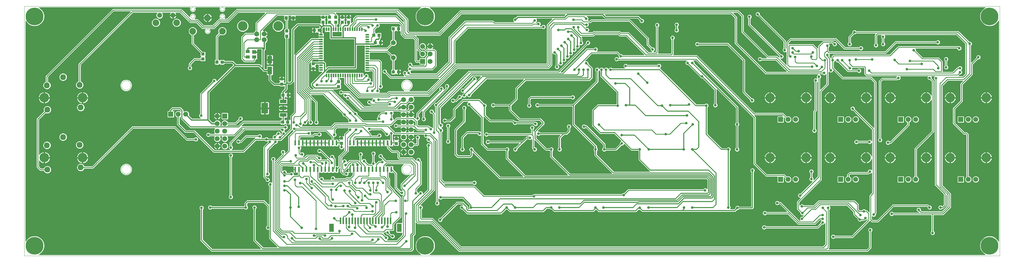
<source format=gbl>
G75*
%MOIN*%
%OFA0B0*%
%FSLAX25Y25*%
%IPPOS*%
%LPD*%
%AMOC8*
5,1,8,0,0,1.08239X$1,22.5*
%
%ADD10C,0.00000*%
%ADD11R,0.04331X0.03937*%
%ADD12R,0.03937X0.04331*%
%ADD13R,0.06299X0.10236*%
%ADD14C,0.06600*%
%ADD15C,0.13000*%
%ADD16R,0.03850X0.04724*%
%ADD17R,0.05669X0.03937*%
%ADD18R,0.05669X0.04724*%
%ADD19R,0.06600X0.06600*%
%ADD20C,0.12500*%
%ADD21R,0.04700X0.02200*%
%ADD22R,0.02200X0.04700*%
%ADD23R,0.08800X0.04800*%
%ADD24R,0.08661X0.14173*%
%ADD25R,0.02362X0.07087*%
%ADD26C,0.06500*%
%ADD27C,0.08850*%
%ADD28C,0.07718*%
%ADD29C,0.12661*%
%ADD30R,0.02362X0.08661*%
%ADD31R,0.06496X0.11024*%
%ADD32C,0.08858*%
%ADD33C,0.01000*%
%ADD34C,0.03575*%
%ADD35C,0.01600*%
%ADD36C,0.01200*%
%ADD37C,0.23622*%
D10*
X0001500Y0002000D02*
X0001500Y0335000D01*
X1301000Y0335000D01*
X1301000Y0002000D01*
X0001500Y0002000D01*
X0130749Y0117346D02*
X0130751Y0117504D01*
X0130757Y0117662D01*
X0130767Y0117820D01*
X0130781Y0117978D01*
X0130799Y0118135D01*
X0130820Y0118292D01*
X0130846Y0118448D01*
X0130876Y0118604D01*
X0130909Y0118759D01*
X0130947Y0118912D01*
X0130988Y0119065D01*
X0131033Y0119217D01*
X0131082Y0119368D01*
X0131135Y0119517D01*
X0131191Y0119665D01*
X0131251Y0119811D01*
X0131315Y0119956D01*
X0131383Y0120099D01*
X0131454Y0120241D01*
X0131528Y0120381D01*
X0131606Y0120518D01*
X0131688Y0120654D01*
X0131772Y0120788D01*
X0131861Y0120919D01*
X0131952Y0121048D01*
X0132047Y0121175D01*
X0132144Y0121300D01*
X0132245Y0121422D01*
X0132349Y0121541D01*
X0132456Y0121658D01*
X0132566Y0121772D01*
X0132679Y0121883D01*
X0132794Y0121992D01*
X0132912Y0122097D01*
X0133033Y0122199D01*
X0133156Y0122299D01*
X0133282Y0122395D01*
X0133410Y0122488D01*
X0133540Y0122578D01*
X0133673Y0122664D01*
X0133808Y0122748D01*
X0133944Y0122827D01*
X0134083Y0122904D01*
X0134224Y0122976D01*
X0134366Y0123046D01*
X0134510Y0123111D01*
X0134656Y0123173D01*
X0134803Y0123231D01*
X0134952Y0123286D01*
X0135102Y0123337D01*
X0135253Y0123384D01*
X0135405Y0123427D01*
X0135558Y0123466D01*
X0135713Y0123502D01*
X0135868Y0123533D01*
X0136024Y0123561D01*
X0136180Y0123585D01*
X0136337Y0123605D01*
X0136495Y0123621D01*
X0136652Y0123633D01*
X0136811Y0123641D01*
X0136969Y0123645D01*
X0137127Y0123645D01*
X0137285Y0123641D01*
X0137444Y0123633D01*
X0137601Y0123621D01*
X0137759Y0123605D01*
X0137916Y0123585D01*
X0138072Y0123561D01*
X0138228Y0123533D01*
X0138383Y0123502D01*
X0138538Y0123466D01*
X0138691Y0123427D01*
X0138843Y0123384D01*
X0138994Y0123337D01*
X0139144Y0123286D01*
X0139293Y0123231D01*
X0139440Y0123173D01*
X0139586Y0123111D01*
X0139730Y0123046D01*
X0139872Y0122976D01*
X0140013Y0122904D01*
X0140152Y0122827D01*
X0140288Y0122748D01*
X0140423Y0122664D01*
X0140556Y0122578D01*
X0140686Y0122488D01*
X0140814Y0122395D01*
X0140940Y0122299D01*
X0141063Y0122199D01*
X0141184Y0122097D01*
X0141302Y0121992D01*
X0141417Y0121883D01*
X0141530Y0121772D01*
X0141640Y0121658D01*
X0141747Y0121541D01*
X0141851Y0121422D01*
X0141952Y0121300D01*
X0142049Y0121175D01*
X0142144Y0121048D01*
X0142235Y0120919D01*
X0142324Y0120788D01*
X0142408Y0120654D01*
X0142490Y0120518D01*
X0142568Y0120381D01*
X0142642Y0120241D01*
X0142713Y0120099D01*
X0142781Y0119956D01*
X0142845Y0119811D01*
X0142905Y0119665D01*
X0142961Y0119517D01*
X0143014Y0119368D01*
X0143063Y0119217D01*
X0143108Y0119065D01*
X0143149Y0118912D01*
X0143187Y0118759D01*
X0143220Y0118604D01*
X0143250Y0118448D01*
X0143276Y0118292D01*
X0143297Y0118135D01*
X0143315Y0117978D01*
X0143329Y0117820D01*
X0143339Y0117662D01*
X0143345Y0117504D01*
X0143347Y0117346D01*
X0143345Y0117188D01*
X0143339Y0117030D01*
X0143329Y0116872D01*
X0143315Y0116714D01*
X0143297Y0116557D01*
X0143276Y0116400D01*
X0143250Y0116244D01*
X0143220Y0116088D01*
X0143187Y0115933D01*
X0143149Y0115780D01*
X0143108Y0115627D01*
X0143063Y0115475D01*
X0143014Y0115324D01*
X0142961Y0115175D01*
X0142905Y0115027D01*
X0142845Y0114881D01*
X0142781Y0114736D01*
X0142713Y0114593D01*
X0142642Y0114451D01*
X0142568Y0114311D01*
X0142490Y0114174D01*
X0142408Y0114038D01*
X0142324Y0113904D01*
X0142235Y0113773D01*
X0142144Y0113644D01*
X0142049Y0113517D01*
X0141952Y0113392D01*
X0141851Y0113270D01*
X0141747Y0113151D01*
X0141640Y0113034D01*
X0141530Y0112920D01*
X0141417Y0112809D01*
X0141302Y0112700D01*
X0141184Y0112595D01*
X0141063Y0112493D01*
X0140940Y0112393D01*
X0140814Y0112297D01*
X0140686Y0112204D01*
X0140556Y0112114D01*
X0140423Y0112028D01*
X0140288Y0111944D01*
X0140152Y0111865D01*
X0140013Y0111788D01*
X0139872Y0111716D01*
X0139730Y0111646D01*
X0139586Y0111581D01*
X0139440Y0111519D01*
X0139293Y0111461D01*
X0139144Y0111406D01*
X0138994Y0111355D01*
X0138843Y0111308D01*
X0138691Y0111265D01*
X0138538Y0111226D01*
X0138383Y0111190D01*
X0138228Y0111159D01*
X0138072Y0111131D01*
X0137916Y0111107D01*
X0137759Y0111087D01*
X0137601Y0111071D01*
X0137444Y0111059D01*
X0137285Y0111051D01*
X0137127Y0111047D01*
X0136969Y0111047D01*
X0136811Y0111051D01*
X0136652Y0111059D01*
X0136495Y0111071D01*
X0136337Y0111087D01*
X0136180Y0111107D01*
X0136024Y0111131D01*
X0135868Y0111159D01*
X0135713Y0111190D01*
X0135558Y0111226D01*
X0135405Y0111265D01*
X0135253Y0111308D01*
X0135102Y0111355D01*
X0134952Y0111406D01*
X0134803Y0111461D01*
X0134656Y0111519D01*
X0134510Y0111581D01*
X0134366Y0111646D01*
X0134224Y0111716D01*
X0134083Y0111788D01*
X0133944Y0111865D01*
X0133808Y0111944D01*
X0133673Y0112028D01*
X0133540Y0112114D01*
X0133410Y0112204D01*
X0133282Y0112297D01*
X0133156Y0112393D01*
X0133033Y0112493D01*
X0132912Y0112595D01*
X0132794Y0112700D01*
X0132679Y0112809D01*
X0132566Y0112920D01*
X0132456Y0113034D01*
X0132349Y0113151D01*
X0132245Y0113270D01*
X0132144Y0113392D01*
X0132047Y0113517D01*
X0131952Y0113644D01*
X0131861Y0113773D01*
X0131772Y0113904D01*
X0131688Y0114038D01*
X0131606Y0114174D01*
X0131528Y0114311D01*
X0131454Y0114451D01*
X0131383Y0114593D01*
X0131315Y0114736D01*
X0131251Y0114881D01*
X0131191Y0115027D01*
X0131135Y0115175D01*
X0131082Y0115324D01*
X0131033Y0115475D01*
X0130988Y0115627D01*
X0130947Y0115780D01*
X0130909Y0115933D01*
X0130876Y0116088D01*
X0130846Y0116244D01*
X0130820Y0116400D01*
X0130799Y0116557D01*
X0130781Y0116714D01*
X0130767Y0116872D01*
X0130757Y0117030D01*
X0130751Y0117188D01*
X0130749Y0117346D01*
X0504578Y0117346D02*
X0504580Y0117504D01*
X0504586Y0117662D01*
X0504596Y0117820D01*
X0504610Y0117978D01*
X0504628Y0118135D01*
X0504649Y0118292D01*
X0504675Y0118448D01*
X0504705Y0118604D01*
X0504738Y0118759D01*
X0504776Y0118912D01*
X0504817Y0119065D01*
X0504862Y0119217D01*
X0504911Y0119368D01*
X0504964Y0119517D01*
X0505020Y0119665D01*
X0505080Y0119811D01*
X0505144Y0119956D01*
X0505212Y0120099D01*
X0505283Y0120241D01*
X0505357Y0120381D01*
X0505435Y0120518D01*
X0505517Y0120654D01*
X0505601Y0120788D01*
X0505690Y0120919D01*
X0505781Y0121048D01*
X0505876Y0121175D01*
X0505973Y0121300D01*
X0506074Y0121422D01*
X0506178Y0121541D01*
X0506285Y0121658D01*
X0506395Y0121772D01*
X0506508Y0121883D01*
X0506623Y0121992D01*
X0506741Y0122097D01*
X0506862Y0122199D01*
X0506985Y0122299D01*
X0507111Y0122395D01*
X0507239Y0122488D01*
X0507369Y0122578D01*
X0507502Y0122664D01*
X0507637Y0122748D01*
X0507773Y0122827D01*
X0507912Y0122904D01*
X0508053Y0122976D01*
X0508195Y0123046D01*
X0508339Y0123111D01*
X0508485Y0123173D01*
X0508632Y0123231D01*
X0508781Y0123286D01*
X0508931Y0123337D01*
X0509082Y0123384D01*
X0509234Y0123427D01*
X0509387Y0123466D01*
X0509542Y0123502D01*
X0509697Y0123533D01*
X0509853Y0123561D01*
X0510009Y0123585D01*
X0510166Y0123605D01*
X0510324Y0123621D01*
X0510481Y0123633D01*
X0510640Y0123641D01*
X0510798Y0123645D01*
X0510956Y0123645D01*
X0511114Y0123641D01*
X0511273Y0123633D01*
X0511430Y0123621D01*
X0511588Y0123605D01*
X0511745Y0123585D01*
X0511901Y0123561D01*
X0512057Y0123533D01*
X0512212Y0123502D01*
X0512367Y0123466D01*
X0512520Y0123427D01*
X0512672Y0123384D01*
X0512823Y0123337D01*
X0512973Y0123286D01*
X0513122Y0123231D01*
X0513269Y0123173D01*
X0513415Y0123111D01*
X0513559Y0123046D01*
X0513701Y0122976D01*
X0513842Y0122904D01*
X0513981Y0122827D01*
X0514117Y0122748D01*
X0514252Y0122664D01*
X0514385Y0122578D01*
X0514515Y0122488D01*
X0514643Y0122395D01*
X0514769Y0122299D01*
X0514892Y0122199D01*
X0515013Y0122097D01*
X0515131Y0121992D01*
X0515246Y0121883D01*
X0515359Y0121772D01*
X0515469Y0121658D01*
X0515576Y0121541D01*
X0515680Y0121422D01*
X0515781Y0121300D01*
X0515878Y0121175D01*
X0515973Y0121048D01*
X0516064Y0120919D01*
X0516153Y0120788D01*
X0516237Y0120654D01*
X0516319Y0120518D01*
X0516397Y0120381D01*
X0516471Y0120241D01*
X0516542Y0120099D01*
X0516610Y0119956D01*
X0516674Y0119811D01*
X0516734Y0119665D01*
X0516790Y0119517D01*
X0516843Y0119368D01*
X0516892Y0119217D01*
X0516937Y0119065D01*
X0516978Y0118912D01*
X0517016Y0118759D01*
X0517049Y0118604D01*
X0517079Y0118448D01*
X0517105Y0118292D01*
X0517126Y0118135D01*
X0517144Y0117978D01*
X0517158Y0117820D01*
X0517168Y0117662D01*
X0517174Y0117504D01*
X0517176Y0117346D01*
X0517174Y0117188D01*
X0517168Y0117030D01*
X0517158Y0116872D01*
X0517144Y0116714D01*
X0517126Y0116557D01*
X0517105Y0116400D01*
X0517079Y0116244D01*
X0517049Y0116088D01*
X0517016Y0115933D01*
X0516978Y0115780D01*
X0516937Y0115627D01*
X0516892Y0115475D01*
X0516843Y0115324D01*
X0516790Y0115175D01*
X0516734Y0115027D01*
X0516674Y0114881D01*
X0516610Y0114736D01*
X0516542Y0114593D01*
X0516471Y0114451D01*
X0516397Y0114311D01*
X0516319Y0114174D01*
X0516237Y0114038D01*
X0516153Y0113904D01*
X0516064Y0113773D01*
X0515973Y0113644D01*
X0515878Y0113517D01*
X0515781Y0113392D01*
X0515680Y0113270D01*
X0515576Y0113151D01*
X0515469Y0113034D01*
X0515359Y0112920D01*
X0515246Y0112809D01*
X0515131Y0112700D01*
X0515013Y0112595D01*
X0514892Y0112493D01*
X0514769Y0112393D01*
X0514643Y0112297D01*
X0514515Y0112204D01*
X0514385Y0112114D01*
X0514252Y0112028D01*
X0514117Y0111944D01*
X0513981Y0111865D01*
X0513842Y0111788D01*
X0513701Y0111716D01*
X0513559Y0111646D01*
X0513415Y0111581D01*
X0513269Y0111519D01*
X0513122Y0111461D01*
X0512973Y0111406D01*
X0512823Y0111355D01*
X0512672Y0111308D01*
X0512520Y0111265D01*
X0512367Y0111226D01*
X0512212Y0111190D01*
X0512057Y0111159D01*
X0511901Y0111131D01*
X0511745Y0111107D01*
X0511588Y0111087D01*
X0511430Y0111071D01*
X0511273Y0111059D01*
X0511114Y0111051D01*
X0510956Y0111047D01*
X0510798Y0111047D01*
X0510640Y0111051D01*
X0510481Y0111059D01*
X0510324Y0111071D01*
X0510166Y0111087D01*
X0510009Y0111107D01*
X0509853Y0111131D01*
X0509697Y0111159D01*
X0509542Y0111190D01*
X0509387Y0111226D01*
X0509234Y0111265D01*
X0509082Y0111308D01*
X0508931Y0111355D01*
X0508781Y0111406D01*
X0508632Y0111461D01*
X0508485Y0111519D01*
X0508339Y0111581D01*
X0508195Y0111646D01*
X0508053Y0111716D01*
X0507912Y0111788D01*
X0507773Y0111865D01*
X0507637Y0111944D01*
X0507502Y0112028D01*
X0507369Y0112114D01*
X0507239Y0112204D01*
X0507111Y0112297D01*
X0506985Y0112393D01*
X0506862Y0112493D01*
X0506741Y0112595D01*
X0506623Y0112700D01*
X0506508Y0112809D01*
X0506395Y0112920D01*
X0506285Y0113034D01*
X0506178Y0113151D01*
X0506074Y0113270D01*
X0505973Y0113392D01*
X0505876Y0113517D01*
X0505781Y0113644D01*
X0505690Y0113773D01*
X0505601Y0113904D01*
X0505517Y0114038D01*
X0505435Y0114174D01*
X0505357Y0114311D01*
X0505283Y0114451D01*
X0505212Y0114593D01*
X0505144Y0114736D01*
X0505080Y0114881D01*
X0505020Y0115027D01*
X0504964Y0115175D01*
X0504911Y0115324D01*
X0504862Y0115475D01*
X0504817Y0115627D01*
X0504776Y0115780D01*
X0504738Y0115933D01*
X0504705Y0116088D01*
X0504675Y0116244D01*
X0504649Y0116400D01*
X0504628Y0116557D01*
X0504610Y0116714D01*
X0504596Y0116872D01*
X0504586Y0117030D01*
X0504580Y0117188D01*
X0504578Y0117346D01*
X0504578Y0229551D02*
X0504580Y0229709D01*
X0504586Y0229867D01*
X0504596Y0230025D01*
X0504610Y0230183D01*
X0504628Y0230340D01*
X0504649Y0230497D01*
X0504675Y0230653D01*
X0504705Y0230809D01*
X0504738Y0230964D01*
X0504776Y0231117D01*
X0504817Y0231270D01*
X0504862Y0231422D01*
X0504911Y0231573D01*
X0504964Y0231722D01*
X0505020Y0231870D01*
X0505080Y0232016D01*
X0505144Y0232161D01*
X0505212Y0232304D01*
X0505283Y0232446D01*
X0505357Y0232586D01*
X0505435Y0232723D01*
X0505517Y0232859D01*
X0505601Y0232993D01*
X0505690Y0233124D01*
X0505781Y0233253D01*
X0505876Y0233380D01*
X0505973Y0233505D01*
X0506074Y0233627D01*
X0506178Y0233746D01*
X0506285Y0233863D01*
X0506395Y0233977D01*
X0506508Y0234088D01*
X0506623Y0234197D01*
X0506741Y0234302D01*
X0506862Y0234404D01*
X0506985Y0234504D01*
X0507111Y0234600D01*
X0507239Y0234693D01*
X0507369Y0234783D01*
X0507502Y0234869D01*
X0507637Y0234953D01*
X0507773Y0235032D01*
X0507912Y0235109D01*
X0508053Y0235181D01*
X0508195Y0235251D01*
X0508339Y0235316D01*
X0508485Y0235378D01*
X0508632Y0235436D01*
X0508781Y0235491D01*
X0508931Y0235542D01*
X0509082Y0235589D01*
X0509234Y0235632D01*
X0509387Y0235671D01*
X0509542Y0235707D01*
X0509697Y0235738D01*
X0509853Y0235766D01*
X0510009Y0235790D01*
X0510166Y0235810D01*
X0510324Y0235826D01*
X0510481Y0235838D01*
X0510640Y0235846D01*
X0510798Y0235850D01*
X0510956Y0235850D01*
X0511114Y0235846D01*
X0511273Y0235838D01*
X0511430Y0235826D01*
X0511588Y0235810D01*
X0511745Y0235790D01*
X0511901Y0235766D01*
X0512057Y0235738D01*
X0512212Y0235707D01*
X0512367Y0235671D01*
X0512520Y0235632D01*
X0512672Y0235589D01*
X0512823Y0235542D01*
X0512973Y0235491D01*
X0513122Y0235436D01*
X0513269Y0235378D01*
X0513415Y0235316D01*
X0513559Y0235251D01*
X0513701Y0235181D01*
X0513842Y0235109D01*
X0513981Y0235032D01*
X0514117Y0234953D01*
X0514252Y0234869D01*
X0514385Y0234783D01*
X0514515Y0234693D01*
X0514643Y0234600D01*
X0514769Y0234504D01*
X0514892Y0234404D01*
X0515013Y0234302D01*
X0515131Y0234197D01*
X0515246Y0234088D01*
X0515359Y0233977D01*
X0515469Y0233863D01*
X0515576Y0233746D01*
X0515680Y0233627D01*
X0515781Y0233505D01*
X0515878Y0233380D01*
X0515973Y0233253D01*
X0516064Y0233124D01*
X0516153Y0232993D01*
X0516237Y0232859D01*
X0516319Y0232723D01*
X0516397Y0232586D01*
X0516471Y0232446D01*
X0516542Y0232304D01*
X0516610Y0232161D01*
X0516674Y0232016D01*
X0516734Y0231870D01*
X0516790Y0231722D01*
X0516843Y0231573D01*
X0516892Y0231422D01*
X0516937Y0231270D01*
X0516978Y0231117D01*
X0517016Y0230964D01*
X0517049Y0230809D01*
X0517079Y0230653D01*
X0517105Y0230497D01*
X0517126Y0230340D01*
X0517144Y0230183D01*
X0517158Y0230025D01*
X0517168Y0229867D01*
X0517174Y0229709D01*
X0517176Y0229551D01*
X0517174Y0229393D01*
X0517168Y0229235D01*
X0517158Y0229077D01*
X0517144Y0228919D01*
X0517126Y0228762D01*
X0517105Y0228605D01*
X0517079Y0228449D01*
X0517049Y0228293D01*
X0517016Y0228138D01*
X0516978Y0227985D01*
X0516937Y0227832D01*
X0516892Y0227680D01*
X0516843Y0227529D01*
X0516790Y0227380D01*
X0516734Y0227232D01*
X0516674Y0227086D01*
X0516610Y0226941D01*
X0516542Y0226798D01*
X0516471Y0226656D01*
X0516397Y0226516D01*
X0516319Y0226379D01*
X0516237Y0226243D01*
X0516153Y0226109D01*
X0516064Y0225978D01*
X0515973Y0225849D01*
X0515878Y0225722D01*
X0515781Y0225597D01*
X0515680Y0225475D01*
X0515576Y0225356D01*
X0515469Y0225239D01*
X0515359Y0225125D01*
X0515246Y0225014D01*
X0515131Y0224905D01*
X0515013Y0224800D01*
X0514892Y0224698D01*
X0514769Y0224598D01*
X0514643Y0224502D01*
X0514515Y0224409D01*
X0514385Y0224319D01*
X0514252Y0224233D01*
X0514117Y0224149D01*
X0513981Y0224070D01*
X0513842Y0223993D01*
X0513701Y0223921D01*
X0513559Y0223851D01*
X0513415Y0223786D01*
X0513269Y0223724D01*
X0513122Y0223666D01*
X0512973Y0223611D01*
X0512823Y0223560D01*
X0512672Y0223513D01*
X0512520Y0223470D01*
X0512367Y0223431D01*
X0512212Y0223395D01*
X0512057Y0223364D01*
X0511901Y0223336D01*
X0511745Y0223312D01*
X0511588Y0223292D01*
X0511430Y0223276D01*
X0511273Y0223264D01*
X0511114Y0223256D01*
X0510956Y0223252D01*
X0510798Y0223252D01*
X0510640Y0223256D01*
X0510481Y0223264D01*
X0510324Y0223276D01*
X0510166Y0223292D01*
X0510009Y0223312D01*
X0509853Y0223336D01*
X0509697Y0223364D01*
X0509542Y0223395D01*
X0509387Y0223431D01*
X0509234Y0223470D01*
X0509082Y0223513D01*
X0508931Y0223560D01*
X0508781Y0223611D01*
X0508632Y0223666D01*
X0508485Y0223724D01*
X0508339Y0223786D01*
X0508195Y0223851D01*
X0508053Y0223921D01*
X0507912Y0223993D01*
X0507773Y0224070D01*
X0507637Y0224149D01*
X0507502Y0224233D01*
X0507369Y0224319D01*
X0507239Y0224409D01*
X0507111Y0224502D01*
X0506985Y0224598D01*
X0506862Y0224698D01*
X0506741Y0224800D01*
X0506623Y0224905D01*
X0506508Y0225014D01*
X0506395Y0225125D01*
X0506285Y0225239D01*
X0506178Y0225356D01*
X0506074Y0225475D01*
X0505973Y0225597D01*
X0505876Y0225722D01*
X0505781Y0225849D01*
X0505690Y0225978D01*
X0505601Y0226109D01*
X0505517Y0226243D01*
X0505435Y0226379D01*
X0505357Y0226516D01*
X0505283Y0226656D01*
X0505212Y0226798D01*
X0505144Y0226941D01*
X0505080Y0227086D01*
X0505020Y0227232D01*
X0504964Y0227380D01*
X0504911Y0227529D01*
X0504862Y0227680D01*
X0504817Y0227832D01*
X0504776Y0227985D01*
X0504738Y0228138D01*
X0504705Y0228293D01*
X0504675Y0228449D01*
X0504649Y0228605D01*
X0504628Y0228762D01*
X0504610Y0228919D01*
X0504596Y0229077D01*
X0504586Y0229235D01*
X0504580Y0229393D01*
X0504578Y0229551D01*
X0242941Y0301783D02*
X0242943Y0301884D01*
X0242949Y0301985D01*
X0242959Y0302086D01*
X0242973Y0302186D01*
X0242991Y0302285D01*
X0243013Y0302384D01*
X0243038Y0302482D01*
X0243068Y0302579D01*
X0243101Y0302674D01*
X0243138Y0302768D01*
X0243179Y0302861D01*
X0243223Y0302952D01*
X0243271Y0303041D01*
X0243323Y0303128D01*
X0243378Y0303213D01*
X0243436Y0303295D01*
X0243497Y0303376D01*
X0243562Y0303454D01*
X0243629Y0303529D01*
X0243699Y0303601D01*
X0243773Y0303671D01*
X0243849Y0303738D01*
X0243927Y0303802D01*
X0244008Y0303862D01*
X0244091Y0303919D01*
X0244177Y0303973D01*
X0244265Y0304024D01*
X0244354Y0304071D01*
X0244445Y0304115D01*
X0244538Y0304154D01*
X0244633Y0304191D01*
X0244728Y0304223D01*
X0244825Y0304252D01*
X0244924Y0304276D01*
X0245022Y0304297D01*
X0245122Y0304314D01*
X0245222Y0304327D01*
X0245323Y0304336D01*
X0245424Y0304341D01*
X0245525Y0304342D01*
X0245626Y0304339D01*
X0245727Y0304332D01*
X0245828Y0304321D01*
X0245928Y0304306D01*
X0246027Y0304287D01*
X0246126Y0304264D01*
X0246223Y0304238D01*
X0246320Y0304207D01*
X0246415Y0304173D01*
X0246508Y0304135D01*
X0246601Y0304093D01*
X0246691Y0304048D01*
X0246780Y0303999D01*
X0246866Y0303947D01*
X0246950Y0303891D01*
X0247033Y0303832D01*
X0247112Y0303770D01*
X0247190Y0303705D01*
X0247264Y0303637D01*
X0247336Y0303565D01*
X0247405Y0303492D01*
X0247471Y0303415D01*
X0247534Y0303336D01*
X0247594Y0303254D01*
X0247650Y0303170D01*
X0247703Y0303084D01*
X0247753Y0302996D01*
X0247799Y0302906D01*
X0247842Y0302815D01*
X0247881Y0302721D01*
X0247916Y0302626D01*
X0247947Y0302530D01*
X0247975Y0302433D01*
X0247999Y0302335D01*
X0248019Y0302236D01*
X0248035Y0302136D01*
X0248047Y0302035D01*
X0248055Y0301935D01*
X0248059Y0301834D01*
X0248059Y0301732D01*
X0248055Y0301631D01*
X0248047Y0301531D01*
X0248035Y0301430D01*
X0248019Y0301330D01*
X0247999Y0301231D01*
X0247975Y0301133D01*
X0247947Y0301036D01*
X0247916Y0300940D01*
X0247881Y0300845D01*
X0247842Y0300751D01*
X0247799Y0300660D01*
X0247753Y0300570D01*
X0247703Y0300482D01*
X0247650Y0300396D01*
X0247594Y0300312D01*
X0247534Y0300230D01*
X0247471Y0300151D01*
X0247405Y0300074D01*
X0247336Y0300001D01*
X0247264Y0299929D01*
X0247190Y0299861D01*
X0247112Y0299796D01*
X0247033Y0299734D01*
X0246950Y0299675D01*
X0246866Y0299619D01*
X0246779Y0299567D01*
X0246691Y0299518D01*
X0246601Y0299473D01*
X0246508Y0299431D01*
X0246415Y0299393D01*
X0246320Y0299359D01*
X0246223Y0299328D01*
X0246126Y0299302D01*
X0246027Y0299279D01*
X0245928Y0299260D01*
X0245828Y0299245D01*
X0245727Y0299234D01*
X0245626Y0299227D01*
X0245525Y0299224D01*
X0245424Y0299225D01*
X0245323Y0299230D01*
X0245222Y0299239D01*
X0245122Y0299252D01*
X0245022Y0299269D01*
X0244924Y0299290D01*
X0244825Y0299314D01*
X0244728Y0299343D01*
X0244633Y0299375D01*
X0244538Y0299412D01*
X0244445Y0299451D01*
X0244354Y0299495D01*
X0244265Y0299542D01*
X0244177Y0299593D01*
X0244091Y0299647D01*
X0244008Y0299704D01*
X0243927Y0299764D01*
X0243849Y0299828D01*
X0243773Y0299895D01*
X0243699Y0299965D01*
X0243629Y0300037D01*
X0243562Y0300112D01*
X0243497Y0300190D01*
X0243436Y0300271D01*
X0243378Y0300353D01*
X0243323Y0300438D01*
X0243271Y0300525D01*
X0243223Y0300614D01*
X0243179Y0300705D01*
X0243138Y0300798D01*
X0243101Y0300892D01*
X0243068Y0300987D01*
X0243038Y0301084D01*
X0243013Y0301182D01*
X0242991Y0301281D01*
X0242973Y0301380D01*
X0242959Y0301480D01*
X0242949Y0301581D01*
X0242943Y0301682D01*
X0242941Y0301783D01*
X0223256Y0321469D02*
X0223258Y0321570D01*
X0223264Y0321671D01*
X0223274Y0321772D01*
X0223288Y0321872D01*
X0223306Y0321971D01*
X0223328Y0322070D01*
X0223353Y0322168D01*
X0223383Y0322265D01*
X0223416Y0322360D01*
X0223453Y0322454D01*
X0223494Y0322547D01*
X0223538Y0322638D01*
X0223586Y0322727D01*
X0223638Y0322814D01*
X0223693Y0322899D01*
X0223751Y0322981D01*
X0223812Y0323062D01*
X0223877Y0323140D01*
X0223944Y0323215D01*
X0224014Y0323287D01*
X0224088Y0323357D01*
X0224164Y0323424D01*
X0224242Y0323488D01*
X0224323Y0323548D01*
X0224406Y0323605D01*
X0224492Y0323659D01*
X0224580Y0323710D01*
X0224669Y0323757D01*
X0224760Y0323801D01*
X0224853Y0323840D01*
X0224948Y0323877D01*
X0225043Y0323909D01*
X0225140Y0323938D01*
X0225239Y0323962D01*
X0225337Y0323983D01*
X0225437Y0324000D01*
X0225537Y0324013D01*
X0225638Y0324022D01*
X0225739Y0324027D01*
X0225840Y0324028D01*
X0225941Y0324025D01*
X0226042Y0324018D01*
X0226143Y0324007D01*
X0226243Y0323992D01*
X0226342Y0323973D01*
X0226441Y0323950D01*
X0226538Y0323924D01*
X0226635Y0323893D01*
X0226730Y0323859D01*
X0226823Y0323821D01*
X0226916Y0323779D01*
X0227006Y0323734D01*
X0227095Y0323685D01*
X0227181Y0323633D01*
X0227265Y0323577D01*
X0227348Y0323518D01*
X0227427Y0323456D01*
X0227505Y0323391D01*
X0227579Y0323323D01*
X0227651Y0323251D01*
X0227720Y0323178D01*
X0227786Y0323101D01*
X0227849Y0323022D01*
X0227909Y0322940D01*
X0227965Y0322856D01*
X0228018Y0322770D01*
X0228068Y0322682D01*
X0228114Y0322592D01*
X0228157Y0322501D01*
X0228196Y0322407D01*
X0228231Y0322312D01*
X0228262Y0322216D01*
X0228290Y0322119D01*
X0228314Y0322021D01*
X0228334Y0321922D01*
X0228350Y0321822D01*
X0228362Y0321721D01*
X0228370Y0321621D01*
X0228374Y0321520D01*
X0228374Y0321418D01*
X0228370Y0321317D01*
X0228362Y0321217D01*
X0228350Y0321116D01*
X0228334Y0321016D01*
X0228314Y0320917D01*
X0228290Y0320819D01*
X0228262Y0320722D01*
X0228231Y0320626D01*
X0228196Y0320531D01*
X0228157Y0320437D01*
X0228114Y0320346D01*
X0228068Y0320256D01*
X0228018Y0320168D01*
X0227965Y0320082D01*
X0227909Y0319998D01*
X0227849Y0319916D01*
X0227786Y0319837D01*
X0227720Y0319760D01*
X0227651Y0319687D01*
X0227579Y0319615D01*
X0227505Y0319547D01*
X0227427Y0319482D01*
X0227348Y0319420D01*
X0227265Y0319361D01*
X0227181Y0319305D01*
X0227094Y0319253D01*
X0227006Y0319204D01*
X0226916Y0319159D01*
X0226823Y0319117D01*
X0226730Y0319079D01*
X0226635Y0319045D01*
X0226538Y0319014D01*
X0226441Y0318988D01*
X0226342Y0318965D01*
X0226243Y0318946D01*
X0226143Y0318931D01*
X0226042Y0318920D01*
X0225941Y0318913D01*
X0225840Y0318910D01*
X0225739Y0318911D01*
X0225638Y0318916D01*
X0225537Y0318925D01*
X0225437Y0318938D01*
X0225337Y0318955D01*
X0225239Y0318976D01*
X0225140Y0319000D01*
X0225043Y0319029D01*
X0224948Y0319061D01*
X0224853Y0319098D01*
X0224760Y0319137D01*
X0224669Y0319181D01*
X0224580Y0319228D01*
X0224492Y0319279D01*
X0224406Y0319333D01*
X0224323Y0319390D01*
X0224242Y0319450D01*
X0224164Y0319514D01*
X0224088Y0319581D01*
X0224014Y0319651D01*
X0223944Y0319723D01*
X0223877Y0319798D01*
X0223812Y0319876D01*
X0223751Y0319957D01*
X0223693Y0320039D01*
X0223638Y0320124D01*
X0223586Y0320211D01*
X0223538Y0320300D01*
X0223494Y0320391D01*
X0223453Y0320484D01*
X0223416Y0320578D01*
X0223383Y0320673D01*
X0223353Y0320770D01*
X0223328Y0320868D01*
X0223306Y0320967D01*
X0223288Y0321066D01*
X0223274Y0321166D01*
X0223264Y0321267D01*
X0223258Y0321368D01*
X0223256Y0321469D01*
X0223256Y0331311D02*
X0223258Y0331412D01*
X0223264Y0331513D01*
X0223274Y0331614D01*
X0223288Y0331714D01*
X0223306Y0331813D01*
X0223328Y0331912D01*
X0223353Y0332010D01*
X0223383Y0332107D01*
X0223416Y0332202D01*
X0223453Y0332296D01*
X0223494Y0332389D01*
X0223538Y0332480D01*
X0223586Y0332569D01*
X0223638Y0332656D01*
X0223693Y0332741D01*
X0223751Y0332823D01*
X0223812Y0332904D01*
X0223877Y0332982D01*
X0223944Y0333057D01*
X0224014Y0333129D01*
X0224088Y0333199D01*
X0224164Y0333266D01*
X0224242Y0333330D01*
X0224323Y0333390D01*
X0224406Y0333447D01*
X0224492Y0333501D01*
X0224580Y0333552D01*
X0224669Y0333599D01*
X0224760Y0333643D01*
X0224853Y0333682D01*
X0224948Y0333719D01*
X0225043Y0333751D01*
X0225140Y0333780D01*
X0225239Y0333804D01*
X0225337Y0333825D01*
X0225437Y0333842D01*
X0225537Y0333855D01*
X0225638Y0333864D01*
X0225739Y0333869D01*
X0225840Y0333870D01*
X0225941Y0333867D01*
X0226042Y0333860D01*
X0226143Y0333849D01*
X0226243Y0333834D01*
X0226342Y0333815D01*
X0226441Y0333792D01*
X0226538Y0333766D01*
X0226635Y0333735D01*
X0226730Y0333701D01*
X0226823Y0333663D01*
X0226916Y0333621D01*
X0227006Y0333576D01*
X0227095Y0333527D01*
X0227181Y0333475D01*
X0227265Y0333419D01*
X0227348Y0333360D01*
X0227427Y0333298D01*
X0227505Y0333233D01*
X0227579Y0333165D01*
X0227651Y0333093D01*
X0227720Y0333020D01*
X0227786Y0332943D01*
X0227849Y0332864D01*
X0227909Y0332782D01*
X0227965Y0332698D01*
X0228018Y0332612D01*
X0228068Y0332524D01*
X0228114Y0332434D01*
X0228157Y0332343D01*
X0228196Y0332249D01*
X0228231Y0332154D01*
X0228262Y0332058D01*
X0228290Y0331961D01*
X0228314Y0331863D01*
X0228334Y0331764D01*
X0228350Y0331664D01*
X0228362Y0331563D01*
X0228370Y0331463D01*
X0228374Y0331362D01*
X0228374Y0331260D01*
X0228370Y0331159D01*
X0228362Y0331059D01*
X0228350Y0330958D01*
X0228334Y0330858D01*
X0228314Y0330759D01*
X0228290Y0330661D01*
X0228262Y0330564D01*
X0228231Y0330468D01*
X0228196Y0330373D01*
X0228157Y0330279D01*
X0228114Y0330188D01*
X0228068Y0330098D01*
X0228018Y0330010D01*
X0227965Y0329924D01*
X0227909Y0329840D01*
X0227849Y0329758D01*
X0227786Y0329679D01*
X0227720Y0329602D01*
X0227651Y0329529D01*
X0227579Y0329457D01*
X0227505Y0329389D01*
X0227427Y0329324D01*
X0227348Y0329262D01*
X0227265Y0329203D01*
X0227181Y0329147D01*
X0227094Y0329095D01*
X0227006Y0329046D01*
X0226916Y0329001D01*
X0226823Y0328959D01*
X0226730Y0328921D01*
X0226635Y0328887D01*
X0226538Y0328856D01*
X0226441Y0328830D01*
X0226342Y0328807D01*
X0226243Y0328788D01*
X0226143Y0328773D01*
X0226042Y0328762D01*
X0225941Y0328755D01*
X0225840Y0328752D01*
X0225739Y0328753D01*
X0225638Y0328758D01*
X0225537Y0328767D01*
X0225437Y0328780D01*
X0225337Y0328797D01*
X0225239Y0328818D01*
X0225140Y0328842D01*
X0225043Y0328871D01*
X0224948Y0328903D01*
X0224853Y0328940D01*
X0224760Y0328979D01*
X0224669Y0329023D01*
X0224580Y0329070D01*
X0224492Y0329121D01*
X0224406Y0329175D01*
X0224323Y0329232D01*
X0224242Y0329292D01*
X0224164Y0329356D01*
X0224088Y0329423D01*
X0224014Y0329493D01*
X0223944Y0329565D01*
X0223877Y0329640D01*
X0223812Y0329718D01*
X0223751Y0329799D01*
X0223693Y0329881D01*
X0223638Y0329966D01*
X0223586Y0330053D01*
X0223538Y0330142D01*
X0223494Y0330233D01*
X0223453Y0330326D01*
X0223416Y0330420D01*
X0223383Y0330515D01*
X0223353Y0330612D01*
X0223328Y0330710D01*
X0223306Y0330809D01*
X0223288Y0330908D01*
X0223274Y0331008D01*
X0223264Y0331109D01*
X0223258Y0331210D01*
X0223256Y0331311D01*
X0262626Y0331311D02*
X0262628Y0331412D01*
X0262634Y0331513D01*
X0262644Y0331614D01*
X0262658Y0331714D01*
X0262676Y0331813D01*
X0262698Y0331912D01*
X0262723Y0332010D01*
X0262753Y0332107D01*
X0262786Y0332202D01*
X0262823Y0332296D01*
X0262864Y0332389D01*
X0262908Y0332480D01*
X0262956Y0332569D01*
X0263008Y0332656D01*
X0263063Y0332741D01*
X0263121Y0332823D01*
X0263182Y0332904D01*
X0263247Y0332982D01*
X0263314Y0333057D01*
X0263384Y0333129D01*
X0263458Y0333199D01*
X0263534Y0333266D01*
X0263612Y0333330D01*
X0263693Y0333390D01*
X0263776Y0333447D01*
X0263862Y0333501D01*
X0263950Y0333552D01*
X0264039Y0333599D01*
X0264130Y0333643D01*
X0264223Y0333682D01*
X0264318Y0333719D01*
X0264413Y0333751D01*
X0264510Y0333780D01*
X0264609Y0333804D01*
X0264707Y0333825D01*
X0264807Y0333842D01*
X0264907Y0333855D01*
X0265008Y0333864D01*
X0265109Y0333869D01*
X0265210Y0333870D01*
X0265311Y0333867D01*
X0265412Y0333860D01*
X0265513Y0333849D01*
X0265613Y0333834D01*
X0265712Y0333815D01*
X0265811Y0333792D01*
X0265908Y0333766D01*
X0266005Y0333735D01*
X0266100Y0333701D01*
X0266193Y0333663D01*
X0266286Y0333621D01*
X0266376Y0333576D01*
X0266465Y0333527D01*
X0266551Y0333475D01*
X0266635Y0333419D01*
X0266718Y0333360D01*
X0266797Y0333298D01*
X0266875Y0333233D01*
X0266949Y0333165D01*
X0267021Y0333093D01*
X0267090Y0333020D01*
X0267156Y0332943D01*
X0267219Y0332864D01*
X0267279Y0332782D01*
X0267335Y0332698D01*
X0267388Y0332612D01*
X0267438Y0332524D01*
X0267484Y0332434D01*
X0267527Y0332343D01*
X0267566Y0332249D01*
X0267601Y0332154D01*
X0267632Y0332058D01*
X0267660Y0331961D01*
X0267684Y0331863D01*
X0267704Y0331764D01*
X0267720Y0331664D01*
X0267732Y0331563D01*
X0267740Y0331463D01*
X0267744Y0331362D01*
X0267744Y0331260D01*
X0267740Y0331159D01*
X0267732Y0331059D01*
X0267720Y0330958D01*
X0267704Y0330858D01*
X0267684Y0330759D01*
X0267660Y0330661D01*
X0267632Y0330564D01*
X0267601Y0330468D01*
X0267566Y0330373D01*
X0267527Y0330279D01*
X0267484Y0330188D01*
X0267438Y0330098D01*
X0267388Y0330010D01*
X0267335Y0329924D01*
X0267279Y0329840D01*
X0267219Y0329758D01*
X0267156Y0329679D01*
X0267090Y0329602D01*
X0267021Y0329529D01*
X0266949Y0329457D01*
X0266875Y0329389D01*
X0266797Y0329324D01*
X0266718Y0329262D01*
X0266635Y0329203D01*
X0266551Y0329147D01*
X0266464Y0329095D01*
X0266376Y0329046D01*
X0266286Y0329001D01*
X0266193Y0328959D01*
X0266100Y0328921D01*
X0266005Y0328887D01*
X0265908Y0328856D01*
X0265811Y0328830D01*
X0265712Y0328807D01*
X0265613Y0328788D01*
X0265513Y0328773D01*
X0265412Y0328762D01*
X0265311Y0328755D01*
X0265210Y0328752D01*
X0265109Y0328753D01*
X0265008Y0328758D01*
X0264907Y0328767D01*
X0264807Y0328780D01*
X0264707Y0328797D01*
X0264609Y0328818D01*
X0264510Y0328842D01*
X0264413Y0328871D01*
X0264318Y0328903D01*
X0264223Y0328940D01*
X0264130Y0328979D01*
X0264039Y0329023D01*
X0263950Y0329070D01*
X0263862Y0329121D01*
X0263776Y0329175D01*
X0263693Y0329232D01*
X0263612Y0329292D01*
X0263534Y0329356D01*
X0263458Y0329423D01*
X0263384Y0329493D01*
X0263314Y0329565D01*
X0263247Y0329640D01*
X0263182Y0329718D01*
X0263121Y0329799D01*
X0263063Y0329881D01*
X0263008Y0329966D01*
X0262956Y0330053D01*
X0262908Y0330142D01*
X0262864Y0330233D01*
X0262823Y0330326D01*
X0262786Y0330420D01*
X0262753Y0330515D01*
X0262723Y0330612D01*
X0262698Y0330710D01*
X0262676Y0330809D01*
X0262658Y0330908D01*
X0262644Y0331008D01*
X0262634Y0331109D01*
X0262628Y0331210D01*
X0262626Y0331311D01*
X0262626Y0321469D02*
X0262628Y0321570D01*
X0262634Y0321671D01*
X0262644Y0321772D01*
X0262658Y0321872D01*
X0262676Y0321971D01*
X0262698Y0322070D01*
X0262723Y0322168D01*
X0262753Y0322265D01*
X0262786Y0322360D01*
X0262823Y0322454D01*
X0262864Y0322547D01*
X0262908Y0322638D01*
X0262956Y0322727D01*
X0263008Y0322814D01*
X0263063Y0322899D01*
X0263121Y0322981D01*
X0263182Y0323062D01*
X0263247Y0323140D01*
X0263314Y0323215D01*
X0263384Y0323287D01*
X0263458Y0323357D01*
X0263534Y0323424D01*
X0263612Y0323488D01*
X0263693Y0323548D01*
X0263776Y0323605D01*
X0263862Y0323659D01*
X0263950Y0323710D01*
X0264039Y0323757D01*
X0264130Y0323801D01*
X0264223Y0323840D01*
X0264318Y0323877D01*
X0264413Y0323909D01*
X0264510Y0323938D01*
X0264609Y0323962D01*
X0264707Y0323983D01*
X0264807Y0324000D01*
X0264907Y0324013D01*
X0265008Y0324022D01*
X0265109Y0324027D01*
X0265210Y0324028D01*
X0265311Y0324025D01*
X0265412Y0324018D01*
X0265513Y0324007D01*
X0265613Y0323992D01*
X0265712Y0323973D01*
X0265811Y0323950D01*
X0265908Y0323924D01*
X0266005Y0323893D01*
X0266100Y0323859D01*
X0266193Y0323821D01*
X0266286Y0323779D01*
X0266376Y0323734D01*
X0266465Y0323685D01*
X0266551Y0323633D01*
X0266635Y0323577D01*
X0266718Y0323518D01*
X0266797Y0323456D01*
X0266875Y0323391D01*
X0266949Y0323323D01*
X0267021Y0323251D01*
X0267090Y0323178D01*
X0267156Y0323101D01*
X0267219Y0323022D01*
X0267279Y0322940D01*
X0267335Y0322856D01*
X0267388Y0322770D01*
X0267438Y0322682D01*
X0267484Y0322592D01*
X0267527Y0322501D01*
X0267566Y0322407D01*
X0267601Y0322312D01*
X0267632Y0322216D01*
X0267660Y0322119D01*
X0267684Y0322021D01*
X0267704Y0321922D01*
X0267720Y0321822D01*
X0267732Y0321721D01*
X0267740Y0321621D01*
X0267744Y0321520D01*
X0267744Y0321418D01*
X0267740Y0321317D01*
X0267732Y0321217D01*
X0267720Y0321116D01*
X0267704Y0321016D01*
X0267684Y0320917D01*
X0267660Y0320819D01*
X0267632Y0320722D01*
X0267601Y0320626D01*
X0267566Y0320531D01*
X0267527Y0320437D01*
X0267484Y0320346D01*
X0267438Y0320256D01*
X0267388Y0320168D01*
X0267335Y0320082D01*
X0267279Y0319998D01*
X0267219Y0319916D01*
X0267156Y0319837D01*
X0267090Y0319760D01*
X0267021Y0319687D01*
X0266949Y0319615D01*
X0266875Y0319547D01*
X0266797Y0319482D01*
X0266718Y0319420D01*
X0266635Y0319361D01*
X0266551Y0319305D01*
X0266464Y0319253D01*
X0266376Y0319204D01*
X0266286Y0319159D01*
X0266193Y0319117D01*
X0266100Y0319079D01*
X0266005Y0319045D01*
X0265908Y0319014D01*
X0265811Y0318988D01*
X0265712Y0318965D01*
X0265613Y0318946D01*
X0265513Y0318931D01*
X0265412Y0318920D01*
X0265311Y0318913D01*
X0265210Y0318910D01*
X0265109Y0318911D01*
X0265008Y0318916D01*
X0264907Y0318925D01*
X0264807Y0318938D01*
X0264707Y0318955D01*
X0264609Y0318976D01*
X0264510Y0319000D01*
X0264413Y0319029D01*
X0264318Y0319061D01*
X0264223Y0319098D01*
X0264130Y0319137D01*
X0264039Y0319181D01*
X0263950Y0319228D01*
X0263862Y0319279D01*
X0263776Y0319333D01*
X0263693Y0319390D01*
X0263612Y0319450D01*
X0263534Y0319514D01*
X0263458Y0319581D01*
X0263384Y0319651D01*
X0263314Y0319723D01*
X0263247Y0319798D01*
X0263182Y0319876D01*
X0263121Y0319957D01*
X0263063Y0320039D01*
X0263008Y0320124D01*
X0262956Y0320211D01*
X0262908Y0320300D01*
X0262864Y0320391D01*
X0262823Y0320484D01*
X0262786Y0320578D01*
X0262753Y0320673D01*
X0262723Y0320770D01*
X0262698Y0320868D01*
X0262676Y0320967D01*
X0262658Y0321066D01*
X0262644Y0321166D01*
X0262634Y0321267D01*
X0262628Y0321368D01*
X0262626Y0321469D01*
X0130703Y0229471D02*
X0130705Y0229629D01*
X0130711Y0229787D01*
X0130721Y0229945D01*
X0130735Y0230103D01*
X0130753Y0230260D01*
X0130774Y0230417D01*
X0130800Y0230573D01*
X0130830Y0230729D01*
X0130863Y0230884D01*
X0130901Y0231037D01*
X0130942Y0231190D01*
X0130987Y0231342D01*
X0131036Y0231493D01*
X0131089Y0231642D01*
X0131145Y0231790D01*
X0131205Y0231936D01*
X0131269Y0232081D01*
X0131337Y0232224D01*
X0131408Y0232366D01*
X0131482Y0232506D01*
X0131560Y0232643D01*
X0131642Y0232779D01*
X0131726Y0232913D01*
X0131815Y0233044D01*
X0131906Y0233173D01*
X0132001Y0233300D01*
X0132098Y0233425D01*
X0132199Y0233547D01*
X0132303Y0233666D01*
X0132410Y0233783D01*
X0132520Y0233897D01*
X0132633Y0234008D01*
X0132748Y0234117D01*
X0132866Y0234222D01*
X0132987Y0234324D01*
X0133110Y0234424D01*
X0133236Y0234520D01*
X0133364Y0234613D01*
X0133494Y0234703D01*
X0133627Y0234789D01*
X0133762Y0234873D01*
X0133898Y0234952D01*
X0134037Y0235029D01*
X0134178Y0235101D01*
X0134320Y0235171D01*
X0134464Y0235236D01*
X0134610Y0235298D01*
X0134757Y0235356D01*
X0134906Y0235411D01*
X0135056Y0235462D01*
X0135207Y0235509D01*
X0135359Y0235552D01*
X0135512Y0235591D01*
X0135667Y0235627D01*
X0135822Y0235658D01*
X0135978Y0235686D01*
X0136134Y0235710D01*
X0136291Y0235730D01*
X0136449Y0235746D01*
X0136606Y0235758D01*
X0136765Y0235766D01*
X0136923Y0235770D01*
X0137081Y0235770D01*
X0137239Y0235766D01*
X0137398Y0235758D01*
X0137555Y0235746D01*
X0137713Y0235730D01*
X0137870Y0235710D01*
X0138026Y0235686D01*
X0138182Y0235658D01*
X0138337Y0235627D01*
X0138492Y0235591D01*
X0138645Y0235552D01*
X0138797Y0235509D01*
X0138948Y0235462D01*
X0139098Y0235411D01*
X0139247Y0235356D01*
X0139394Y0235298D01*
X0139540Y0235236D01*
X0139684Y0235171D01*
X0139826Y0235101D01*
X0139967Y0235029D01*
X0140106Y0234952D01*
X0140242Y0234873D01*
X0140377Y0234789D01*
X0140510Y0234703D01*
X0140640Y0234613D01*
X0140768Y0234520D01*
X0140894Y0234424D01*
X0141017Y0234324D01*
X0141138Y0234222D01*
X0141256Y0234117D01*
X0141371Y0234008D01*
X0141484Y0233897D01*
X0141594Y0233783D01*
X0141701Y0233666D01*
X0141805Y0233547D01*
X0141906Y0233425D01*
X0142003Y0233300D01*
X0142098Y0233173D01*
X0142189Y0233044D01*
X0142278Y0232913D01*
X0142362Y0232779D01*
X0142444Y0232643D01*
X0142522Y0232506D01*
X0142596Y0232366D01*
X0142667Y0232224D01*
X0142735Y0232081D01*
X0142799Y0231936D01*
X0142859Y0231790D01*
X0142915Y0231642D01*
X0142968Y0231493D01*
X0143017Y0231342D01*
X0143062Y0231190D01*
X0143103Y0231037D01*
X0143141Y0230884D01*
X0143174Y0230729D01*
X0143204Y0230573D01*
X0143230Y0230417D01*
X0143251Y0230260D01*
X0143269Y0230103D01*
X0143283Y0229945D01*
X0143293Y0229787D01*
X0143299Y0229629D01*
X0143301Y0229471D01*
X0143299Y0229313D01*
X0143293Y0229155D01*
X0143283Y0228997D01*
X0143269Y0228839D01*
X0143251Y0228682D01*
X0143230Y0228525D01*
X0143204Y0228369D01*
X0143174Y0228213D01*
X0143141Y0228058D01*
X0143103Y0227905D01*
X0143062Y0227752D01*
X0143017Y0227600D01*
X0142968Y0227449D01*
X0142915Y0227300D01*
X0142859Y0227152D01*
X0142799Y0227006D01*
X0142735Y0226861D01*
X0142667Y0226718D01*
X0142596Y0226576D01*
X0142522Y0226436D01*
X0142444Y0226299D01*
X0142362Y0226163D01*
X0142278Y0226029D01*
X0142189Y0225898D01*
X0142098Y0225769D01*
X0142003Y0225642D01*
X0141906Y0225517D01*
X0141805Y0225395D01*
X0141701Y0225276D01*
X0141594Y0225159D01*
X0141484Y0225045D01*
X0141371Y0224934D01*
X0141256Y0224825D01*
X0141138Y0224720D01*
X0141017Y0224618D01*
X0140894Y0224518D01*
X0140768Y0224422D01*
X0140640Y0224329D01*
X0140510Y0224239D01*
X0140377Y0224153D01*
X0140242Y0224069D01*
X0140106Y0223990D01*
X0139967Y0223913D01*
X0139826Y0223841D01*
X0139684Y0223771D01*
X0139540Y0223706D01*
X0139394Y0223644D01*
X0139247Y0223586D01*
X0139098Y0223531D01*
X0138948Y0223480D01*
X0138797Y0223433D01*
X0138645Y0223390D01*
X0138492Y0223351D01*
X0138337Y0223315D01*
X0138182Y0223284D01*
X0138026Y0223256D01*
X0137870Y0223232D01*
X0137713Y0223212D01*
X0137555Y0223196D01*
X0137398Y0223184D01*
X0137239Y0223176D01*
X0137081Y0223172D01*
X0136923Y0223172D01*
X0136765Y0223176D01*
X0136606Y0223184D01*
X0136449Y0223196D01*
X0136291Y0223212D01*
X0136134Y0223232D01*
X0135978Y0223256D01*
X0135822Y0223284D01*
X0135667Y0223315D01*
X0135512Y0223351D01*
X0135359Y0223390D01*
X0135207Y0223433D01*
X0135056Y0223480D01*
X0134906Y0223531D01*
X0134757Y0223586D01*
X0134610Y0223644D01*
X0134464Y0223706D01*
X0134320Y0223771D01*
X0134178Y0223841D01*
X0134037Y0223913D01*
X0133898Y0223990D01*
X0133762Y0224069D01*
X0133627Y0224153D01*
X0133494Y0224239D01*
X0133364Y0224329D01*
X0133236Y0224422D01*
X0133110Y0224518D01*
X0132987Y0224618D01*
X0132866Y0224720D01*
X0132748Y0224825D01*
X0132633Y0224934D01*
X0132520Y0225045D01*
X0132410Y0225159D01*
X0132303Y0225276D01*
X0132199Y0225395D01*
X0132098Y0225517D01*
X0132001Y0225642D01*
X0131906Y0225769D01*
X0131815Y0225898D01*
X0131726Y0226029D01*
X0131642Y0226163D01*
X0131560Y0226299D01*
X0131482Y0226436D01*
X0131408Y0226576D01*
X0131337Y0226718D01*
X0131269Y0226861D01*
X0131205Y0227006D01*
X0131145Y0227152D01*
X0131089Y0227300D01*
X0131036Y0227449D01*
X0130987Y0227600D01*
X0130942Y0227752D01*
X0130901Y0227905D01*
X0130863Y0228058D01*
X0130830Y0228213D01*
X0130800Y0228369D01*
X0130774Y0228525D01*
X0130753Y0228682D01*
X0130735Y0228839D01*
X0130721Y0228997D01*
X0130711Y0229155D01*
X0130705Y0229313D01*
X0130703Y0229471D01*
D11*
X0239500Y0264654D03*
X0239500Y0271346D03*
X0351000Y0295154D03*
X0351000Y0301846D03*
X0399500Y0313654D03*
X0408000Y0313654D03*
X0416500Y0313654D03*
X0425000Y0313654D03*
X0433500Y0313654D03*
X0433500Y0320346D03*
X0425000Y0320346D03*
X0416500Y0320346D03*
X0408000Y0320346D03*
X0399500Y0320346D03*
X0386500Y0258346D03*
X0386500Y0251654D03*
X0344500Y0237846D03*
X0344500Y0231154D03*
X0420000Y0234346D03*
X0420000Y0227654D03*
X0424000Y0158846D03*
X0424000Y0152154D03*
X0497000Y0151654D03*
X0497000Y0158346D03*
D12*
X0352346Y0180500D03*
X0345654Y0180500D03*
X0346154Y0216500D03*
X0352846Y0216500D03*
X0493154Y0247500D03*
X0499846Y0247500D03*
X0475846Y0286500D03*
X0469154Y0286500D03*
X0467154Y0296500D03*
X0473846Y0296500D03*
X0493154Y0305000D03*
X0499846Y0305000D03*
X0394346Y0303000D03*
X0387654Y0303000D03*
X0264846Y0260500D03*
X0258154Y0260500D03*
D13*
X0328500Y0263587D03*
X0328500Y0249413D03*
D14*
X0320921Y0290200D03*
X0311079Y0290200D03*
X0311079Y0298000D03*
X0320921Y0298000D03*
X0199400Y0322900D03*
X0181600Y0322900D03*
X0532000Y0281500D03*
X0542000Y0281500D03*
X0542000Y0271500D03*
X0532000Y0271500D03*
X0542000Y0261500D03*
X0516665Y0210504D03*
X0506665Y0210504D03*
X0506665Y0200504D03*
X0516665Y0200504D03*
X0516665Y0190504D03*
X0506665Y0190504D03*
X0506665Y0180504D03*
X0516665Y0180504D03*
X0516665Y0170504D03*
X0506665Y0170504D03*
X0506665Y0160504D03*
X0516665Y0160504D03*
X0516665Y0150504D03*
X0506665Y0150504D03*
X0506665Y0140504D03*
X0516665Y0140504D03*
X0268500Y0148500D03*
X0258500Y0148500D03*
X0258500Y0158500D03*
X0268500Y0158500D03*
X0268500Y0168500D03*
X0258500Y0168500D03*
X0258500Y0178500D03*
X0268500Y0178500D03*
X0258500Y0188500D03*
X0216500Y0191000D03*
X0206500Y0191000D03*
X1019000Y0184000D03*
X1029000Y0184000D03*
X1099000Y0184000D03*
X1109000Y0184000D03*
X1179000Y0184000D03*
X1189000Y0184000D03*
X1259000Y0184000D03*
X1269000Y0184000D03*
X1269000Y0104000D03*
X1259000Y0104000D03*
X1189000Y0104000D03*
X1179000Y0104000D03*
X1109000Y0104000D03*
X1099000Y0104000D03*
X1029000Y0104000D03*
X1019000Y0104000D03*
D15*
X0339700Y0308700D03*
X0292300Y0308700D03*
D16*
X0350374Y0319500D03*
X0359644Y0319500D03*
D17*
X0299169Y0274740D03*
X0299169Y0267260D03*
X0307831Y0267260D03*
D18*
X0307831Y0273953D03*
D19*
X0532000Y0261500D03*
X0268500Y0188500D03*
X0196500Y0191000D03*
X1009000Y0184000D03*
X1089000Y0184000D03*
X1169000Y0184000D03*
X1249000Y0184000D03*
X1249000Y0104000D03*
X1169000Y0104000D03*
X1089000Y0104000D03*
X1009000Y0104000D03*
D20*
X0995000Y0133000D03*
X1043000Y0133000D03*
X1075000Y0133000D03*
X1123000Y0133000D03*
X1155000Y0133000D03*
X1203000Y0133000D03*
X1235000Y0133000D03*
X1283000Y0133000D03*
X1283000Y0213000D03*
X1235000Y0213000D03*
X1203000Y0213000D03*
X1155000Y0213000D03*
X1123000Y0213000D03*
X1075000Y0213000D03*
X1043000Y0213000D03*
X0995000Y0213000D03*
D21*
X0458209Y0249878D03*
X0458209Y0253028D03*
X0458209Y0256177D03*
X0458209Y0259327D03*
X0458209Y0262476D03*
X0458209Y0265626D03*
X0458209Y0268776D03*
X0458209Y0271925D03*
X0458209Y0275075D03*
X0458209Y0278224D03*
X0458209Y0281374D03*
X0458209Y0284524D03*
X0458209Y0287673D03*
X0458209Y0290823D03*
X0458209Y0293972D03*
X0458209Y0297122D03*
X0396791Y0297122D03*
X0396791Y0293972D03*
X0396791Y0290823D03*
X0396791Y0287673D03*
X0396791Y0284524D03*
X0396791Y0281374D03*
X0396791Y0278224D03*
X0396791Y0275075D03*
X0396791Y0271925D03*
X0396791Y0268776D03*
X0396791Y0265626D03*
X0396791Y0262476D03*
X0396791Y0259327D03*
X0396791Y0256177D03*
X0396791Y0253028D03*
X0396791Y0249878D03*
D22*
X0403878Y0242791D03*
X0407028Y0242791D03*
X0410177Y0242791D03*
X0413327Y0242791D03*
X0416476Y0242791D03*
X0419626Y0242791D03*
X0422776Y0242791D03*
X0425925Y0242791D03*
X0429075Y0242791D03*
X0432224Y0242791D03*
X0435374Y0242791D03*
X0438524Y0242791D03*
X0441673Y0242791D03*
X0444823Y0242791D03*
X0447972Y0242791D03*
X0451122Y0242791D03*
X0451122Y0304209D03*
X0447972Y0304209D03*
X0444823Y0304209D03*
X0441673Y0304209D03*
X0438524Y0304209D03*
X0435374Y0304209D03*
X0432224Y0304209D03*
X0429075Y0304209D03*
X0425925Y0304209D03*
X0422776Y0304209D03*
X0419626Y0304209D03*
X0416476Y0304209D03*
X0413327Y0304209D03*
X0410177Y0304209D03*
X0407028Y0304209D03*
X0403878Y0304209D03*
D23*
X0346200Y0208100D03*
X0346200Y0199000D03*
X0346200Y0189900D03*
D24*
X0321799Y0199000D03*
D25*
X0362500Y0152618D03*
X0367500Y0152618D03*
X0372500Y0152618D03*
X0377500Y0152618D03*
X0382500Y0152618D03*
X0387500Y0152618D03*
X0392500Y0152618D03*
X0397500Y0152618D03*
X0402500Y0152618D03*
X0407500Y0152618D03*
X0412500Y0152618D03*
X0417500Y0152618D03*
X0435500Y0152618D03*
X0440500Y0152618D03*
X0445500Y0152618D03*
X0450500Y0152618D03*
X0455500Y0152618D03*
X0460500Y0152618D03*
X0465500Y0152618D03*
X0470500Y0152618D03*
X0475500Y0152618D03*
X0480500Y0152618D03*
X0485500Y0152618D03*
X0490500Y0152618D03*
X0490500Y0117382D03*
X0485500Y0117382D03*
X0480500Y0117382D03*
X0475500Y0117382D03*
X0470500Y0117382D03*
X0465500Y0117382D03*
X0460500Y0117382D03*
X0455500Y0117382D03*
X0450500Y0117382D03*
X0445500Y0117382D03*
X0440500Y0117382D03*
X0435500Y0117382D03*
X0417500Y0117382D03*
X0412500Y0117382D03*
X0407500Y0117382D03*
X0402500Y0117382D03*
X0397500Y0117382D03*
X0392500Y0117382D03*
X0387500Y0117382D03*
X0382500Y0117382D03*
X0377500Y0117382D03*
X0372500Y0117382D03*
X0367500Y0117382D03*
X0362500Y0117382D03*
D26*
X0493000Y0266500D03*
X0493000Y0286500D03*
D27*
X0204300Y0313100D03*
X0176700Y0313100D03*
D28*
X0053000Y0240500D03*
X0031500Y0229500D03*
X0075000Y0230000D03*
X0076500Y0200000D03*
X0032000Y0197000D03*
X0053000Y0160500D03*
X0075000Y0150000D03*
X0031500Y0149500D03*
X0076500Y0120000D03*
X0032000Y0117000D03*
D29*
X0028000Y0133000D03*
X0079000Y0133000D03*
X0079000Y0213000D03*
X0028000Y0213000D03*
D30*
X0422535Y0048780D03*
X0426472Y0048780D03*
X0430409Y0048780D03*
X0434346Y0048780D03*
X0438283Y0048780D03*
X0442220Y0048780D03*
X0446157Y0048780D03*
X0450094Y0048780D03*
X0454031Y0048780D03*
X0457969Y0048780D03*
X0461906Y0048780D03*
X0465843Y0048780D03*
X0469780Y0048780D03*
X0473717Y0048780D03*
X0477654Y0048780D03*
X0481591Y0048780D03*
X0485528Y0048780D03*
X0489465Y0048780D03*
D31*
X0501079Y0039331D03*
X0410724Y0039331D03*
D32*
X0265185Y0301783D03*
X0225815Y0301783D03*
X0245500Y0319500D03*
D33*
X0246000Y0319527D02*
X0261379Y0319527D01*
X0261574Y0319056D02*
X0261630Y0319000D01*
X0260672Y0319000D01*
X0259500Y0317828D01*
X0252172Y0310500D01*
X0240828Y0310500D01*
X0232828Y0318500D01*
X0228870Y0318500D01*
X0229426Y0319056D01*
X0230074Y0320621D01*
X0230074Y0322316D01*
X0229426Y0323881D01*
X0228228Y0325079D01*
X0226662Y0325728D01*
X0224968Y0325728D01*
X0223402Y0325079D01*
X0222204Y0323881D01*
X0221556Y0322316D01*
X0221556Y0321272D01*
X0210828Y0332000D01*
X0119172Y0332000D01*
X0118000Y0330828D01*
X0030672Y0243500D01*
X0029500Y0242328D01*
X0029500Y0234472D01*
X0028464Y0234043D01*
X0026957Y0232536D01*
X0026141Y0230566D01*
X0026141Y0228434D01*
X0026957Y0226464D01*
X0028464Y0224957D01*
X0030434Y0224141D01*
X0032566Y0224141D01*
X0034536Y0224957D01*
X0036043Y0226464D01*
X0036859Y0228434D01*
X0036859Y0230566D01*
X0036043Y0232536D01*
X0034536Y0234043D01*
X0033500Y0234472D01*
X0033500Y0240672D01*
X0120828Y0328000D01*
X0142672Y0328000D01*
X0073000Y0258328D01*
X0073000Y0234972D01*
X0071964Y0234543D01*
X0070457Y0233036D01*
X0069641Y0231066D01*
X0069641Y0228934D01*
X0070457Y0226964D01*
X0071964Y0225457D01*
X0073934Y0224641D01*
X0076066Y0224641D01*
X0078036Y0225457D01*
X0079543Y0226964D01*
X0080359Y0228934D01*
X0080359Y0231066D01*
X0079543Y0233036D01*
X0078036Y0234543D01*
X0077000Y0234972D01*
X0077000Y0256672D01*
X0146328Y0326000D01*
X0177912Y0326000D01*
X0177531Y0325619D01*
X0176800Y0323855D01*
X0176800Y0321945D01*
X0177531Y0320181D01*
X0178881Y0318831D01*
X0180645Y0318100D01*
X0182555Y0318100D01*
X0184319Y0318831D01*
X0185669Y0320181D01*
X0186400Y0321945D01*
X0186400Y0323855D01*
X0185669Y0325619D01*
X0185288Y0326000D01*
X0195719Y0326000D01*
X0195295Y0325416D01*
X0194952Y0324743D01*
X0194718Y0324024D01*
X0194619Y0323400D01*
X0198900Y0323400D01*
X0198900Y0322400D01*
X0199900Y0322400D01*
X0199900Y0323400D01*
X0204181Y0323400D01*
X0204082Y0324024D01*
X0203848Y0324743D01*
X0203505Y0325416D01*
X0203081Y0326000D01*
X0208172Y0326000D01*
X0220500Y0313672D01*
X0221672Y0312500D01*
X0230172Y0312500D01*
X0237000Y0305672D01*
X0238172Y0304500D01*
X0242193Y0304500D01*
X0241889Y0304196D01*
X0241241Y0302631D01*
X0241241Y0300936D01*
X0241889Y0299371D01*
X0243087Y0298173D01*
X0244653Y0297524D01*
X0246347Y0297524D01*
X0247913Y0298173D01*
X0249111Y0299371D01*
X0249759Y0300936D01*
X0249759Y0302631D01*
X0249111Y0304196D01*
X0248807Y0304500D01*
X0254828Y0304500D01*
X0263328Y0313000D01*
X0273828Y0313000D01*
X0286828Y0326000D01*
X0321672Y0326000D01*
X0309079Y0313407D01*
X0309079Y0302367D01*
X0308360Y0302069D01*
X0307009Y0300719D01*
X0306712Y0300000D01*
X0295172Y0300000D01*
X0294000Y0298828D01*
X0290000Y0294828D01*
X0290000Y0264172D01*
X0291172Y0263000D01*
X0294172Y0260000D01*
X0307828Y0260000D01*
X0309000Y0261172D01*
X0309831Y0262002D01*
X0309831Y0263791D01*
X0311287Y0263791D01*
X0312165Y0264670D01*
X0312165Y0269850D01*
X0311606Y0270409D01*
X0311866Y0270670D01*
X0312063Y0271012D01*
X0312165Y0271393D01*
X0312165Y0273453D01*
X0308331Y0273453D01*
X0308331Y0274453D01*
X0312165Y0274453D01*
X0312165Y0276512D01*
X0312063Y0276894D01*
X0311886Y0277200D01*
X0317121Y0277200D01*
X0317121Y0256631D01*
X0315453Y0258300D01*
X0283953Y0258300D01*
X0283203Y0259050D01*
X0279453Y0262800D01*
X0268315Y0262800D01*
X0268315Y0263287D01*
X0267436Y0264165D01*
X0262257Y0264165D01*
X0261500Y0263409D01*
X0260743Y0264165D01*
X0260154Y0264165D01*
X0260154Y0293924D01*
X0262647Y0296417D01*
X0264006Y0295854D01*
X0266364Y0295854D01*
X0268544Y0296757D01*
X0270212Y0298425D01*
X0271114Y0300604D01*
X0271114Y0302963D01*
X0270212Y0305142D01*
X0268544Y0306810D01*
X0266364Y0307713D01*
X0264006Y0307713D01*
X0261826Y0306810D01*
X0260159Y0305142D01*
X0259256Y0302963D01*
X0259256Y0300604D01*
X0259819Y0299245D01*
X0256154Y0295580D01*
X0256154Y0264165D01*
X0255564Y0264165D01*
X0254685Y0263287D01*
X0254685Y0257713D01*
X0255564Y0256835D01*
X0260743Y0256835D01*
X0261500Y0257591D01*
X0262257Y0256835D01*
X0267436Y0256835D01*
X0268315Y0257713D01*
X0268315Y0258200D01*
X0277547Y0258200D01*
X0278997Y0256750D01*
X0257787Y0235540D01*
X0257787Y0236154D01*
X0257287Y0237362D01*
X0256362Y0238287D01*
X0255154Y0238787D01*
X0253846Y0238787D01*
X0252638Y0238287D01*
X0251713Y0237362D01*
X0251213Y0236154D01*
X0251213Y0235041D01*
X0235000Y0218828D01*
X0235000Y0191649D01*
X0234213Y0190862D01*
X0233713Y0189654D01*
X0233713Y0188346D01*
X0234213Y0187138D01*
X0235138Y0186213D01*
X0236135Y0185800D01*
X0224953Y0185800D01*
X0221126Y0189626D01*
X0221300Y0190045D01*
X0221300Y0191955D01*
X0220569Y0193719D01*
X0219219Y0195069D01*
X0217455Y0195800D01*
X0215545Y0195800D01*
X0213781Y0195069D01*
X0213600Y0194888D01*
X0213600Y0196870D01*
X0212370Y0198100D01*
X0209870Y0200600D01*
X0198130Y0200600D01*
X0194400Y0196870D01*
X0194400Y0195800D01*
X0192579Y0195800D01*
X0191700Y0194921D01*
X0191700Y0187079D01*
X0192579Y0186200D01*
X0200421Y0186200D01*
X0201300Y0187079D01*
X0201300Y0194921D01*
X0200421Y0195800D01*
X0199270Y0195800D01*
X0199870Y0196400D01*
X0208130Y0196400D01*
X0209400Y0195130D01*
X0209400Y0194888D01*
X0209219Y0195069D01*
X0207455Y0195800D01*
X0205545Y0195800D01*
X0203781Y0195069D01*
X0202431Y0193719D01*
X0201700Y0191955D01*
X0201700Y0190045D01*
X0202431Y0188281D01*
X0203781Y0186931D01*
X0204400Y0186674D01*
X0204400Y0176630D01*
X0205630Y0175400D01*
X0205630Y0175400D01*
X0215130Y0165900D01*
X0226630Y0165900D01*
X0253130Y0139400D01*
X0294370Y0139400D01*
X0295600Y0140630D01*
X0295600Y0140630D01*
X0310370Y0155400D01*
X0321451Y0155400D01*
X0322138Y0154713D01*
X0323346Y0154213D01*
X0324654Y0154213D01*
X0325213Y0154444D01*
X0325213Y0153541D01*
X0320672Y0149000D01*
X0320672Y0149000D01*
X0319500Y0147828D01*
X0319500Y0106672D01*
X0322213Y0103959D01*
X0322213Y0102846D01*
X0322713Y0101638D01*
X0323638Y0100713D01*
X0324846Y0100213D01*
X0326154Y0100213D01*
X0327362Y0100713D01*
X0328287Y0101638D01*
X0328787Y0102846D01*
X0328787Y0104154D01*
X0328287Y0105362D01*
X0327362Y0106287D01*
X0326154Y0106787D01*
X0325041Y0106787D01*
X0323500Y0108328D01*
X0323500Y0108351D01*
X0323638Y0108213D01*
X0324846Y0107713D01*
X0326154Y0107713D01*
X0327362Y0108213D01*
X0328287Y0109138D01*
X0328787Y0110346D01*
X0328787Y0111654D01*
X0328287Y0112862D01*
X0327500Y0113649D01*
X0327500Y0142672D01*
X0335541Y0150713D01*
X0336654Y0150713D01*
X0337862Y0151213D01*
X0338787Y0152138D01*
X0339287Y0153346D01*
X0339287Y0154654D01*
X0339185Y0154900D01*
X0343870Y0154900D01*
X0345100Y0156130D01*
X0358410Y0169441D01*
X0359138Y0168713D01*
X0359312Y0168641D01*
X0353672Y0163000D01*
X0353672Y0163000D01*
X0352500Y0161828D01*
X0352500Y0142828D01*
X0349125Y0139453D01*
X0349287Y0139846D01*
X0349287Y0141154D01*
X0348787Y0142362D01*
X0347862Y0143287D01*
X0346654Y0143787D01*
X0345346Y0143787D01*
X0344138Y0143287D01*
X0343213Y0142362D01*
X0342713Y0141154D01*
X0342713Y0139846D01*
X0343213Y0138638D01*
X0344000Y0137851D01*
X0344000Y0137328D01*
X0335000Y0128328D01*
X0335000Y0128351D01*
X0335787Y0129138D01*
X0336287Y0130346D01*
X0336287Y0131654D01*
X0335787Y0132862D01*
X0334862Y0133787D01*
X0333654Y0134287D01*
X0332346Y0134287D01*
X0331138Y0133787D01*
X0330213Y0132862D01*
X0329713Y0131654D01*
X0329713Y0130346D01*
X0330213Y0129138D01*
X0331000Y0128351D01*
X0331000Y0100149D01*
X0330862Y0100287D01*
X0329654Y0100787D01*
X0328346Y0100787D01*
X0327138Y0100287D01*
X0326213Y0099362D01*
X0325713Y0098154D01*
X0325713Y0096846D01*
X0326213Y0095638D01*
X0326900Y0094951D01*
X0326900Y0071070D01*
X0321370Y0076600D01*
X0298130Y0076600D01*
X0296900Y0075370D01*
X0296900Y0075370D01*
X0294400Y0072870D01*
X0294400Y0069049D01*
X0293951Y0068600D01*
X0251549Y0068600D01*
X0250862Y0069287D01*
X0249654Y0069787D01*
X0248346Y0069787D01*
X0247138Y0069287D01*
X0246213Y0068362D01*
X0245713Y0067154D01*
X0245713Y0065846D01*
X0246213Y0064638D01*
X0247138Y0063713D01*
X0248346Y0063213D01*
X0249654Y0063213D01*
X0250862Y0063713D01*
X0251549Y0064400D01*
X0293951Y0064400D01*
X0294638Y0063713D01*
X0295846Y0063213D01*
X0297154Y0063213D01*
X0298362Y0063713D01*
X0299287Y0064638D01*
X0299787Y0065846D01*
X0299787Y0067154D01*
X0299287Y0068362D01*
X0298600Y0069049D01*
X0298600Y0071130D01*
X0299870Y0072400D01*
X0319630Y0072400D01*
X0324400Y0067630D01*
X0324400Y0042395D01*
X0324138Y0042287D01*
X0323213Y0041362D01*
X0322713Y0040154D01*
X0322713Y0038846D01*
X0323213Y0037638D01*
X0324138Y0036713D01*
X0325346Y0036213D01*
X0326654Y0036213D01*
X0326900Y0036315D01*
X0326900Y0024630D01*
X0337930Y0013600D01*
X0319870Y0013600D01*
X0310100Y0023370D01*
X0310100Y0063951D01*
X0310787Y0064638D01*
X0311287Y0065846D01*
X0311287Y0067154D01*
X0310787Y0068362D01*
X0309862Y0069287D01*
X0308654Y0069787D01*
X0307346Y0069787D01*
X0306138Y0069287D01*
X0305213Y0068362D01*
X0304713Y0067154D01*
X0304713Y0065846D01*
X0305213Y0064638D01*
X0305900Y0063951D01*
X0305900Y0021630D01*
X0315930Y0011600D01*
X0251870Y0011600D01*
X0239600Y0023870D01*
X0239600Y0063451D01*
X0240287Y0064138D01*
X0240787Y0065346D01*
X0240787Y0066654D01*
X0240287Y0067862D01*
X0239362Y0068787D01*
X0238154Y0069287D01*
X0236846Y0069287D01*
X0235638Y0068787D01*
X0234713Y0067862D01*
X0234213Y0066654D01*
X0234213Y0065346D01*
X0234713Y0064138D01*
X0235400Y0063451D01*
X0235400Y0022130D01*
X0248900Y0008630D01*
X0250130Y0007400D01*
X0517870Y0007400D01*
X0519370Y0008900D01*
X0520600Y0010130D01*
X0520600Y0028130D01*
X0521870Y0029400D01*
X0523100Y0030630D01*
X0523100Y0046072D01*
X0525172Y0044000D01*
X0543172Y0044000D01*
X0580172Y0007000D01*
X1125328Y0007000D01*
X1126500Y0008172D01*
X1130500Y0012172D01*
X1130500Y0033851D01*
X1131287Y0034638D01*
X1131787Y0035846D01*
X1131787Y0037154D01*
X1131287Y0038362D01*
X1130362Y0039287D01*
X1129154Y0039787D01*
X1127846Y0039787D01*
X1126638Y0039287D01*
X1125713Y0038362D01*
X1125213Y0037154D01*
X1125213Y0035846D01*
X1125713Y0034638D01*
X1126500Y0033851D01*
X1126500Y0013828D01*
X1123672Y0011000D01*
X1073328Y0011000D01*
X1074500Y0012172D01*
X1074500Y0063351D01*
X1075287Y0064138D01*
X1075787Y0065346D01*
X1075787Y0066654D01*
X1075287Y0067862D01*
X1074649Y0068500D01*
X1097172Y0068500D01*
X1105500Y0060172D01*
X1105500Y0056672D01*
X1111213Y0050959D01*
X1111213Y0049846D01*
X1111713Y0048638D01*
X1112638Y0047713D01*
X1113846Y0047213D01*
X1115154Y0047213D01*
X1116362Y0047713D01*
X1117149Y0048500D01*
X1120828Y0048500D01*
X1121541Y0049213D01*
X1122654Y0049213D01*
X1123862Y0049713D01*
X1124500Y0050351D01*
X1124500Y0050328D01*
X1103672Y0029500D01*
X1081649Y0029500D01*
X1080862Y0030287D01*
X1079654Y0030787D01*
X1078346Y0030787D01*
X1077138Y0030287D01*
X1076213Y0029362D01*
X1075713Y0028154D01*
X1075713Y0026846D01*
X1076213Y0025638D01*
X1077138Y0024713D01*
X1078346Y0024213D01*
X1079654Y0024213D01*
X1080862Y0024713D01*
X1081649Y0025500D01*
X1105328Y0025500D01*
X1127328Y0047500D01*
X1128250Y0048422D01*
X1129000Y0047672D01*
X1130172Y0046500D01*
X1139328Y0046500D01*
X1159828Y0067000D01*
X1204172Y0067000D01*
X1204213Y0066959D01*
X1204213Y0065846D01*
X1204713Y0064638D01*
X1205638Y0063713D01*
X1206846Y0063213D01*
X1208154Y0063213D01*
X1209362Y0063713D01*
X1210287Y0064638D01*
X1210787Y0065846D01*
X1210787Y0067154D01*
X1210287Y0068362D01*
X1209362Y0069287D01*
X1208154Y0069787D01*
X1207041Y0069787D01*
X1205828Y0071000D01*
X1158172Y0071000D01*
X1157000Y0069828D01*
X1137672Y0050500D01*
X1131828Y0050500D01*
X1131000Y0051328D01*
X1131000Y0054351D01*
X1131138Y0054213D01*
X1132346Y0053713D01*
X1133654Y0053713D01*
X1134862Y0054213D01*
X1135787Y0055138D01*
X1136287Y0056346D01*
X1136287Y0057459D01*
X1137000Y0058172D01*
X1137000Y0234828D01*
X1131500Y0240328D01*
X1130328Y0241500D01*
X1092328Y0241500D01*
X1080500Y0253328D01*
X1080500Y0260351D01*
X1081287Y0261138D01*
X1081750Y0262256D01*
X1082213Y0261138D01*
X1083138Y0260213D01*
X1084346Y0259713D01*
X1085459Y0259713D01*
X1098172Y0247000D01*
X1110851Y0247000D01*
X1111638Y0246213D01*
X1112846Y0245713D01*
X1114154Y0245713D01*
X1115362Y0246213D01*
X1116287Y0247138D01*
X1116787Y0248346D01*
X1116787Y0249654D01*
X1116287Y0250862D01*
X1115362Y0251787D01*
X1114154Y0252287D01*
X1112846Y0252287D01*
X1111638Y0251787D01*
X1110851Y0251000D01*
X1104437Y0251000D01*
X1104787Y0251846D01*
X1104787Y0252500D01*
X1120000Y0252500D01*
X1120000Y0244172D01*
X1121172Y0243000D01*
X1122672Y0241500D01*
X1163351Y0241500D01*
X1163213Y0241362D01*
X1162713Y0240154D01*
X1162713Y0240000D01*
X1143672Y0240000D01*
X1142500Y0238828D01*
X1139500Y0235828D01*
X1139500Y0159149D01*
X1138713Y0158362D01*
X1138213Y0157154D01*
X1138213Y0155846D01*
X1138713Y0154638D01*
X1139638Y0153713D01*
X1140846Y0153213D01*
X1142154Y0153213D01*
X1143362Y0153713D01*
X1144287Y0154638D01*
X1144787Y0155846D01*
X1144787Y0157154D01*
X1144287Y0158362D01*
X1143500Y0159149D01*
X1143500Y0234172D01*
X1145328Y0236000D01*
X1165328Y0236000D01*
X1165541Y0236213D01*
X1166654Y0236213D01*
X1167862Y0236713D01*
X1168787Y0237638D01*
X1169287Y0238846D01*
X1169287Y0240154D01*
X1168787Y0241362D01*
X1168649Y0241500D01*
X1204851Y0241500D01*
X1204713Y0241362D01*
X1204213Y0240154D01*
X1204213Y0238846D01*
X1204713Y0237638D01*
X1205638Y0236713D01*
X1206846Y0236213D01*
X1207959Y0236213D01*
X1210000Y0234172D01*
X1210000Y0216352D01*
X1209966Y0216435D01*
X1209458Y0217315D01*
X1208839Y0218121D01*
X1208121Y0218839D01*
X1207315Y0219458D01*
X1206435Y0219966D01*
X1205496Y0220354D01*
X1204515Y0220617D01*
X1203508Y0220750D01*
X1203500Y0220750D01*
X1203500Y0213500D01*
X1202500Y0213500D01*
X1202500Y0220750D01*
X1202492Y0220750D01*
X1201485Y0220617D01*
X1200503Y0220354D01*
X1199565Y0219966D01*
X1198685Y0219458D01*
X1197879Y0218839D01*
X1197161Y0218121D01*
X1196542Y0217315D01*
X1196034Y0216435D01*
X1195646Y0215496D01*
X1195383Y0214515D01*
X1195250Y0213508D01*
X1195250Y0213500D01*
X1202500Y0213500D01*
X1202500Y0212500D01*
X1203500Y0212500D01*
X1203500Y0205250D01*
X1203508Y0205250D01*
X1204515Y0205383D01*
X1205496Y0205646D01*
X1206435Y0206034D01*
X1207315Y0206542D01*
X1208121Y0207161D01*
X1208839Y0207879D01*
X1209458Y0208685D01*
X1209966Y0209565D01*
X1210000Y0209648D01*
X1210000Y0168828D01*
X1187000Y0145828D01*
X1187000Y0108367D01*
X1186281Y0108069D01*
X1184931Y0106719D01*
X1184200Y0104955D01*
X1184200Y0103045D01*
X1184931Y0101281D01*
X1186281Y0099931D01*
X1188045Y0099200D01*
X1189955Y0099200D01*
X1191719Y0099931D01*
X1193069Y0101281D01*
X1193800Y0103045D01*
X1193800Y0104955D01*
X1193069Y0106719D01*
X1191719Y0108069D01*
X1191000Y0108367D01*
X1191000Y0144172D01*
X1212828Y0166000D01*
X1214000Y0167172D01*
X1214000Y0235828D01*
X1210787Y0239041D01*
X1210787Y0240154D01*
X1210287Y0241362D01*
X1210149Y0241500D01*
X1213851Y0241500D01*
X1213213Y0240862D01*
X1212713Y0239654D01*
X1212713Y0238346D01*
X1213213Y0237138D01*
X1214000Y0236351D01*
X1214000Y0096172D01*
X1226000Y0084172D01*
X1226000Y0070328D01*
X1224410Y0068739D01*
X1223862Y0069287D01*
X1222654Y0069787D01*
X1221346Y0069787D01*
X1220138Y0069287D01*
X1219213Y0068362D01*
X1218713Y0067154D01*
X1218713Y0065846D01*
X1219213Y0064638D01*
X1220138Y0063713D01*
X1221346Y0063213D01*
X1222654Y0063213D01*
X1223862Y0063713D01*
X1224649Y0064500D01*
X1225828Y0064500D01*
X1228828Y0067500D01*
X1230000Y0068672D01*
X1230000Y0083172D01*
X1230000Y0083172D01*
X1230000Y0068328D01*
X1223672Y0062000D01*
X1196828Y0062000D01*
X1196198Y0062630D01*
X1196287Y0062846D01*
X1196287Y0064154D01*
X1195787Y0065362D01*
X1194862Y0066287D01*
X1193654Y0066787D01*
X1192346Y0066787D01*
X1191138Y0066287D01*
X1190213Y0065362D01*
X1189713Y0064154D01*
X1189713Y0062846D01*
X1190213Y0061638D01*
X1191138Y0060713D01*
X1192346Y0060213D01*
X1192959Y0060213D01*
X1193172Y0060000D01*
X1159649Y0060000D01*
X1158862Y0060787D01*
X1157654Y0061287D01*
X1156346Y0061287D01*
X1155138Y0060787D01*
X1154213Y0059862D01*
X1153713Y0058654D01*
X1153713Y0057346D01*
X1154213Y0056138D01*
X1155138Y0055213D01*
X1156346Y0054713D01*
X1157654Y0054713D01*
X1158862Y0055213D01*
X1159649Y0056000D01*
X1209500Y0056000D01*
X1209500Y0035149D01*
X1208713Y0034362D01*
X1208213Y0033154D01*
X1208213Y0031846D01*
X1208713Y0030638D01*
X1209638Y0029713D01*
X1210846Y0029213D01*
X1212154Y0029213D01*
X1213362Y0029713D01*
X1214287Y0030638D01*
X1214787Y0031846D01*
X1214787Y0033154D01*
X1214287Y0034362D01*
X1213500Y0035149D01*
X1213500Y0056000D01*
X1226328Y0056000D01*
X1227500Y0057172D01*
X1235328Y0065000D01*
X1235328Y0065000D01*
X1236500Y0066172D01*
X1236500Y0085328D01*
X1235328Y0086500D01*
X1225500Y0096328D01*
X1225500Y0228672D01*
X1232328Y0235500D01*
X1251672Y0235500D01*
X1249172Y0233000D01*
X1248000Y0231828D01*
X1248000Y0209328D01*
X1239172Y0200500D01*
X1238000Y0199328D01*
X1238000Y0178172D01*
X1251500Y0164672D01*
X1252672Y0163500D01*
X1255672Y0163500D01*
X1256000Y0163172D01*
X1256000Y0107788D01*
X1254931Y0106719D01*
X1254200Y0104955D01*
X1254200Y0103045D01*
X1254931Y0101281D01*
X1256281Y0099931D01*
X1258045Y0099200D01*
X1259955Y0099200D01*
X1261719Y0099931D01*
X1263069Y0101281D01*
X1263800Y0103045D01*
X1263800Y0104955D01*
X1263069Y0106719D01*
X1261719Y0108069D01*
X1260000Y0108781D01*
X1260000Y0164828D01*
X1258828Y0166000D01*
X1257328Y0167500D01*
X1254328Y0167500D01*
X1242000Y0179828D01*
X1242000Y0197672D01*
X1252000Y0207672D01*
X1252000Y0230172D01*
X1265500Y0243672D01*
X1265500Y0257172D01*
X1272041Y0263713D01*
X1273154Y0263713D01*
X1274362Y0264213D01*
X1275287Y0265138D01*
X1275787Y0266346D01*
X1275787Y0267654D01*
X1275287Y0268862D01*
X1274362Y0269787D01*
X1273154Y0270287D01*
X1271846Y0270287D01*
X1270638Y0269787D01*
X1269713Y0268862D01*
X1269213Y0267654D01*
X1269213Y0266541D01*
X1263000Y0260328D01*
X1263000Y0282351D01*
X1263787Y0283138D01*
X1264287Y0284346D01*
X1264287Y0285654D01*
X1263787Y0286862D01*
X1262862Y0287787D01*
X1261654Y0288287D01*
X1260541Y0288287D01*
X1246328Y0302500D01*
X1110149Y0302500D01*
X1109362Y0303287D01*
X1108154Y0303787D01*
X1106846Y0303787D01*
X1105638Y0303287D01*
X1104713Y0302362D01*
X1104213Y0301154D01*
X1104213Y0300041D01*
X1099000Y0294828D01*
X1099000Y0287149D01*
X1098213Y0286362D01*
X1097713Y0285154D01*
X1097713Y0283846D01*
X1098213Y0282638D01*
X1099138Y0281713D01*
X1100346Y0281213D01*
X1101654Y0281213D01*
X1102862Y0281713D01*
X1103787Y0282638D01*
X1104287Y0283846D01*
X1104287Y0285154D01*
X1103787Y0286362D01*
X1103000Y0287149D01*
X1103000Y0293172D01*
X1107041Y0297213D01*
X1108154Y0297213D01*
X1109362Y0297713D01*
X1110149Y0298500D01*
X1135172Y0298500D01*
X1134000Y0297328D01*
X1134000Y0285649D01*
X1133213Y0284862D01*
X1132713Y0283654D01*
X1132713Y0282346D01*
X1133213Y0281138D01*
X1134138Y0280213D01*
X1135346Y0279713D01*
X1136654Y0279713D01*
X1137862Y0280213D01*
X1138787Y0281138D01*
X1139287Y0282346D01*
X1139287Y0283654D01*
X1138787Y0284862D01*
X1138000Y0285649D01*
X1138000Y0295672D01*
X1138828Y0296500D01*
X1142851Y0296500D01*
X1142713Y0296362D01*
X1142213Y0295154D01*
X1142213Y0293846D01*
X1142713Y0292638D01*
X1143500Y0291851D01*
X1143500Y0287149D01*
X1142713Y0286362D01*
X1142213Y0285154D01*
X1142213Y0283846D01*
X1142713Y0282638D01*
X1143638Y0281713D01*
X1144846Y0281213D01*
X1146154Y0281213D01*
X1147362Y0281713D01*
X1148287Y0282638D01*
X1148787Y0283846D01*
X1148787Y0285154D01*
X1148287Y0286362D01*
X1147500Y0287149D01*
X1147500Y0291851D01*
X1148287Y0292638D01*
X1148787Y0293846D01*
X1148787Y0295154D01*
X1148287Y0296362D01*
X1148149Y0296500D01*
X1242672Y0296500D01*
X1254500Y0284672D01*
X1254500Y0245328D01*
X1251672Y0242500D01*
X1246828Y0242500D01*
X1247000Y0242672D01*
X1248041Y0243713D01*
X1248654Y0243713D01*
X1249862Y0244213D01*
X1250787Y0245138D01*
X1251287Y0246346D01*
X1251287Y0247654D01*
X1250787Y0248862D01*
X1249899Y0249750D01*
X1250787Y0250638D01*
X1251287Y0251846D01*
X1251287Y0253154D01*
X1250787Y0254362D01*
X1249862Y0255287D01*
X1248654Y0255787D01*
X1247346Y0255787D01*
X1246138Y0255287D01*
X1245351Y0254500D01*
X1244672Y0254500D01*
X1238172Y0248000D01*
X1225500Y0248000D01*
X1225500Y0261828D01*
X1221500Y0265828D01*
X1220328Y0267000D01*
X1198828Y0267000D01*
X1189787Y0276041D01*
X1189787Y0277154D01*
X1189287Y0278362D01*
X1189149Y0278500D01*
X1243713Y0278500D01*
X1243713Y0278346D01*
X1244213Y0277138D01*
X1245138Y0276213D01*
X1246346Y0275713D01*
X1247654Y0275713D01*
X1248862Y0276213D01*
X1249787Y0277138D01*
X1250287Y0278346D01*
X1250287Y0279654D01*
X1249787Y0280862D01*
X1248862Y0281787D01*
X1247654Y0282287D01*
X1247541Y0282287D01*
X1247328Y0282500D01*
X1165672Y0282500D01*
X1154172Y0271000D01*
X1079172Y0271000D01*
X1077672Y0269500D01*
X1076500Y0268328D01*
X1076500Y0265649D01*
X1076500Y0266328D01*
X1074405Y0268423D01*
X1074787Y0269346D01*
X1074787Y0270654D01*
X1074437Y0271500D01*
X1149828Y0271500D01*
X1151000Y0272672D01*
X1163328Y0285000D01*
X1215851Y0285000D01*
X1216638Y0284213D01*
X1217846Y0283713D01*
X1219154Y0283713D01*
X1220362Y0284213D01*
X1221287Y0285138D01*
X1221787Y0286346D01*
X1221787Y0287654D01*
X1221287Y0288862D01*
X1220362Y0289787D01*
X1219154Y0290287D01*
X1217846Y0290287D01*
X1216638Y0289787D01*
X1215851Y0289000D01*
X1161672Y0289000D01*
X1148172Y0275500D01*
X1073828Y0275500D01*
X1073500Y0275828D01*
X1073500Y0279851D01*
X1074287Y0280638D01*
X1074787Y0281846D01*
X1074787Y0283154D01*
X1074287Y0284362D01*
X1073649Y0285000D01*
X1077672Y0285000D01*
X1077713Y0284959D01*
X1077713Y0283846D01*
X1078213Y0282638D01*
X1079138Y0281713D01*
X1080346Y0281213D01*
X1081654Y0281213D01*
X1082862Y0281713D01*
X1083787Y0282638D01*
X1084287Y0283846D01*
X1084287Y0285154D01*
X1083787Y0286362D01*
X1082862Y0287287D01*
X1081654Y0287787D01*
X1080541Y0287787D01*
X1079328Y0289000D01*
X1065172Y0289000D01*
X1064000Y0287828D01*
X1058500Y0282328D01*
X1058500Y0279328D01*
X1058328Y0279500D01*
X1052828Y0285000D01*
X1020672Y0285000D01*
X1020500Y0284828D01*
X1020500Y0286172D01*
X1023328Y0289000D01*
X1081672Y0289000D01*
X1092500Y0278172D01*
X1093672Y0277000D01*
X1113351Y0277000D01*
X1114138Y0276213D01*
X1115346Y0275713D01*
X1116654Y0275713D01*
X1117862Y0276213D01*
X1118787Y0277138D01*
X1119287Y0278346D01*
X1119287Y0279654D01*
X1118787Y0280862D01*
X1117862Y0281787D01*
X1116654Y0282287D01*
X1115346Y0282287D01*
X1114138Y0281787D01*
X1113351Y0281000D01*
X1095328Y0281000D01*
X1083328Y0293000D01*
X1021672Y0293000D01*
X1020500Y0291828D01*
X1016500Y0287828D01*
X1016500Y0279149D01*
X1016500Y0279149D01*
X1016500Y0289328D01*
X0981787Y0324041D01*
X0981787Y0325154D01*
X0981287Y0326362D01*
X0980362Y0327287D01*
X0979154Y0327787D01*
X0977846Y0327787D01*
X0976638Y0327287D01*
X0975713Y0326362D01*
X0975213Y0325154D01*
X0975213Y0323846D01*
X0975713Y0322638D01*
X0976638Y0321713D01*
X0977846Y0321213D01*
X0978959Y0321213D01*
X1012500Y0287672D01*
X1012500Y0279149D01*
X1011713Y0278362D01*
X1011213Y0277154D01*
X1011213Y0275846D01*
X1011713Y0274638D01*
X1012638Y0273713D01*
X1013846Y0273213D01*
X1015154Y0273213D01*
X1016362Y0273713D01*
X1016500Y0273851D01*
X1016500Y0257328D01*
X1008953Y0264875D01*
X1009346Y0264713D01*
X1010654Y0264713D01*
X1011862Y0265213D01*
X1012787Y0266138D01*
X1013287Y0267346D01*
X1013287Y0268654D01*
X1012787Y0269862D01*
X1011862Y0270787D01*
X1010654Y0271287D01*
X1009541Y0271287D01*
X0969500Y0311328D01*
X0969500Y0318351D01*
X0970287Y0319138D01*
X0970787Y0320346D01*
X0970787Y0321654D01*
X0970287Y0322862D01*
X0969362Y0323787D01*
X0968154Y0324287D01*
X0966846Y0324287D01*
X0965638Y0323787D01*
X0964713Y0322862D01*
X0964213Y0321654D01*
X0964213Y0320346D01*
X0964713Y0319138D01*
X0965500Y0318351D01*
X0965500Y0309672D01*
X1006713Y0268459D01*
X1006713Y0267346D01*
X1006875Y0266953D01*
X1004328Y0269500D01*
X0992828Y0269500D01*
X0960500Y0301828D01*
X0960500Y0322828D01*
X0959328Y0324000D01*
X0954500Y0328828D01*
X0954500Y0328828D01*
X0953328Y0330000D01*
X0581672Y0330000D01*
X0580500Y0328828D01*
X0553172Y0301500D01*
X0514828Y0301500D01*
X0513500Y0302828D01*
X0513500Y0318328D01*
X0512328Y0319500D01*
X0501000Y0330828D01*
X0501000Y0330828D01*
X0499828Y0332000D01*
X0284172Y0332000D01*
X0283000Y0330828D01*
X0271172Y0319000D01*
X0268740Y0319000D01*
X0268796Y0319056D01*
X0269444Y0320621D01*
X0269444Y0322316D01*
X0268796Y0323881D01*
X0267598Y0325079D01*
X0266032Y0325728D01*
X0264338Y0325728D01*
X0262772Y0325079D01*
X0261574Y0323881D01*
X0260926Y0322316D01*
X0260926Y0320621D01*
X0261574Y0319056D01*
X0260200Y0318528D02*
X0251349Y0318528D01*
X0251283Y0318112D02*
X0251424Y0319000D01*
X0246000Y0319000D01*
X0246000Y0320000D01*
X0245000Y0320000D01*
X0245000Y0325424D01*
X0244112Y0325283D01*
X0243224Y0324995D01*
X0242392Y0324571D01*
X0241637Y0324022D01*
X0240978Y0323363D01*
X0240429Y0322608D01*
X0240005Y0321776D01*
X0239717Y0320888D01*
X0239576Y0320000D01*
X0245000Y0320000D01*
X0245000Y0319000D01*
X0239576Y0319000D01*
X0239717Y0318112D01*
X0240005Y0317224D01*
X0240429Y0316392D01*
X0240978Y0315637D01*
X0241637Y0314978D01*
X0242392Y0314429D01*
X0243224Y0314005D01*
X0244112Y0313717D01*
X0245000Y0313576D01*
X0245000Y0319000D01*
X0246000Y0319000D01*
X0246000Y0313576D01*
X0246888Y0313717D01*
X0247776Y0314005D01*
X0248608Y0314429D01*
X0249363Y0314978D01*
X0250022Y0315637D01*
X0250571Y0316392D01*
X0250995Y0317224D01*
X0251283Y0318112D01*
X0251094Y0317530D02*
X0259201Y0317530D01*
X0258203Y0316531D02*
X0250642Y0316531D01*
X0249918Y0315533D02*
X0257204Y0315533D01*
X0256206Y0314534D02*
X0248752Y0314534D01*
X0246000Y0314534D02*
X0245000Y0314534D01*
X0245000Y0315533D02*
X0246000Y0315533D01*
X0246000Y0316531D02*
X0245000Y0316531D01*
X0245000Y0317530D02*
X0246000Y0317530D01*
X0246000Y0318528D02*
X0245000Y0318528D01*
X0245000Y0319527D02*
X0229621Y0319527D01*
X0230034Y0320525D02*
X0239659Y0320525D01*
X0239923Y0321524D02*
X0230074Y0321524D01*
X0229988Y0322522D02*
X0240385Y0322522D01*
X0241136Y0323521D02*
X0229575Y0323521D01*
X0228787Y0324519D02*
X0242321Y0324519D01*
X0245000Y0324519D02*
X0246000Y0324519D01*
X0246000Y0325424D02*
X0246000Y0320000D01*
X0251424Y0320000D01*
X0251283Y0320888D01*
X0250995Y0321776D01*
X0250571Y0322608D01*
X0250022Y0323363D01*
X0249363Y0324022D01*
X0248608Y0324571D01*
X0247776Y0324995D01*
X0246888Y0325283D01*
X0246000Y0325424D01*
X0246000Y0323521D02*
X0245000Y0323521D01*
X0245000Y0322522D02*
X0246000Y0322522D01*
X0246000Y0321524D02*
X0245000Y0321524D01*
X0245000Y0320525D02*
X0246000Y0320525D01*
X0249864Y0323521D02*
X0261425Y0323521D01*
X0261012Y0322522D02*
X0250615Y0322522D01*
X0251077Y0321524D02*
X0260926Y0321524D01*
X0260966Y0320525D02*
X0251341Y0320525D01*
X0261500Y0317000D02*
X0272000Y0317000D01*
X0285000Y0330000D01*
X0499000Y0330000D01*
X0511500Y0317500D01*
X0511500Y0302000D01*
X0514000Y0299500D01*
X0554000Y0299500D01*
X0582500Y0328000D01*
X0952500Y0328000D01*
X0958500Y0322000D01*
X0958500Y0301000D01*
X0992000Y0267500D01*
X1003500Y0267500D01*
X1021000Y0250000D01*
X1060000Y0250000D01*
X1064000Y0254000D01*
X1068000Y0252500D02*
X1068000Y0263000D01*
X1064500Y0263000D01*
X1060500Y0267000D01*
X1060500Y0281500D01*
X1066000Y0287000D01*
X1078500Y0287000D01*
X1081000Y0284500D01*
X1084287Y0284579D02*
X1086093Y0284579D01*
X1085094Y0285577D02*
X1084112Y0285577D01*
X1084096Y0286576D02*
X1083573Y0286576D01*
X1083097Y0287574D02*
X1082168Y0287574D01*
X1082099Y0288573D02*
X1079756Y0288573D01*
X1082500Y0291000D02*
X1094500Y0279000D01*
X1116000Y0279000D01*
X1118240Y0276591D02*
X1149262Y0276591D01*
X1150261Y0277589D02*
X1118974Y0277589D01*
X1119287Y0278588D02*
X1151259Y0278588D01*
X1152258Y0279586D02*
X1119287Y0279586D01*
X1118902Y0280585D02*
X1133766Y0280585D01*
X1133029Y0281583D02*
X1118066Y0281583D01*
X1113934Y0281583D02*
X1102549Y0281583D01*
X1103731Y0282582D02*
X1132713Y0282582D01*
X1132713Y0283580D02*
X1104177Y0283580D01*
X1104287Y0284579D02*
X1133096Y0284579D01*
X1133928Y0285577D02*
X1104112Y0285577D01*
X1103573Y0286576D02*
X1134000Y0286576D01*
X1134000Y0287574D02*
X1103000Y0287574D01*
X1103000Y0288573D02*
X1134000Y0288573D01*
X1134000Y0289571D02*
X1103000Y0289571D01*
X1103000Y0290570D02*
X1134000Y0290570D01*
X1134000Y0291568D02*
X1103000Y0291568D01*
X1103000Y0292567D02*
X1134000Y0292567D01*
X1134000Y0293565D02*
X1103394Y0293565D01*
X1104392Y0294564D02*
X1134000Y0294564D01*
X1134000Y0295562D02*
X1105391Y0295562D01*
X1106389Y0296561D02*
X1134000Y0296561D01*
X1134231Y0297559D02*
X1108991Y0297559D01*
X1107500Y0300500D02*
X1101000Y0294000D01*
X1101000Y0284500D01*
X1097713Y0284579D02*
X1091750Y0284579D01*
X1090751Y0285577D02*
X1097888Y0285577D01*
X1098427Y0286576D02*
X1089753Y0286576D01*
X1088754Y0287574D02*
X1099000Y0287574D01*
X1099000Y0288573D02*
X1087756Y0288573D01*
X1086757Y0289571D02*
X1099000Y0289571D01*
X1099000Y0290570D02*
X1085759Y0290570D01*
X1084760Y0291568D02*
X1099000Y0291568D01*
X1099000Y0292567D02*
X1083762Y0292567D01*
X1082500Y0291000D02*
X1022500Y0291000D01*
X1018500Y0287000D01*
X1018500Y0257000D01*
X1021000Y0254500D01*
X1051000Y0254500D01*
X1053500Y0259500D02*
X1057500Y0255500D01*
X1053500Y0259500D02*
X1030500Y0259500D01*
X1028500Y0261500D01*
X1028500Y0267500D01*
X1026500Y0271500D02*
X1050000Y0271500D01*
X1052000Y0273500D01*
X1057500Y0277500D02*
X1057500Y0265500D01*
X1056000Y0264000D01*
X1051500Y0264000D01*
X1049000Y0266500D01*
X1049000Y0267000D01*
X1050000Y0268000D01*
X1067500Y0268500D02*
X1071500Y0264500D01*
X1071500Y0231000D01*
X1062000Y0221500D01*
X1062000Y0103500D01*
X1032500Y0074000D01*
X1032500Y0064500D01*
X1038000Y0059000D01*
X1045000Y0066000D01*
X1054500Y0066000D01*
X1061000Y0072500D01*
X1099500Y0072500D01*
X1115500Y0056500D01*
X1113500Y0061500D02*
X1120000Y0061500D01*
X1123500Y0061500D01*
X1126500Y0058500D01*
X1126500Y0049500D01*
X1104500Y0027500D01*
X1079000Y0027500D01*
X1081191Y0029958D02*
X1104130Y0029958D01*
X1105128Y0030957D02*
X1074500Y0030957D01*
X1074500Y0031955D02*
X1106127Y0031955D01*
X1107125Y0032954D02*
X1074500Y0032954D01*
X1074500Y0033952D02*
X1108124Y0033952D01*
X1109122Y0034951D02*
X1074500Y0034951D01*
X1074500Y0035949D02*
X1110121Y0035949D01*
X1111119Y0036948D02*
X1074500Y0036948D01*
X1074500Y0037946D02*
X1112118Y0037946D01*
X1113116Y0038945D02*
X1074500Y0038945D01*
X1074500Y0039943D02*
X1114115Y0039943D01*
X1115114Y0040942D02*
X1074500Y0040942D01*
X1074500Y0041940D02*
X1116112Y0041940D01*
X1117111Y0042939D02*
X1074500Y0042939D01*
X1074500Y0043937D02*
X1118109Y0043937D01*
X1119108Y0044936D02*
X1074500Y0044936D01*
X1074500Y0045934D02*
X1120106Y0045934D01*
X1121105Y0046933D02*
X1074500Y0046933D01*
X1074500Y0047932D02*
X1112419Y0047932D01*
X1111592Y0048930D02*
X1074500Y0048930D01*
X1074500Y0049929D02*
X1111213Y0049929D01*
X1111213Y0050927D02*
X1074500Y0050927D01*
X1074500Y0051926D02*
X1110246Y0051926D01*
X1109247Y0052924D02*
X1074500Y0052924D01*
X1074500Y0053923D02*
X1108249Y0053923D01*
X1107250Y0054921D02*
X1074500Y0054921D01*
X1074500Y0055920D02*
X1106252Y0055920D01*
X1105500Y0056918D02*
X1074500Y0056918D01*
X1074500Y0057917D02*
X1105500Y0057917D01*
X1105500Y0058915D02*
X1074500Y0058915D01*
X1074500Y0059914D02*
X1105500Y0059914D01*
X1104759Y0060912D02*
X1074500Y0060912D01*
X1074500Y0061911D02*
X1103761Y0061911D01*
X1102762Y0062909D02*
X1074500Y0062909D01*
X1075057Y0063908D02*
X1101764Y0063908D01*
X1100765Y0064906D02*
X1075605Y0064906D01*
X1075787Y0065905D02*
X1099767Y0065905D01*
X1098768Y0066903D02*
X1075684Y0066903D01*
X1075247Y0067902D02*
X1097770Y0067902D01*
X1098000Y0070500D02*
X1107500Y0061000D01*
X1107500Y0057500D01*
X1114500Y0050500D01*
X1120000Y0050500D01*
X1122000Y0052500D01*
X1124078Y0049929D02*
X1124100Y0049929D01*
X1123102Y0048930D02*
X1121258Y0048930D01*
X1122103Y0047932D02*
X1116581Y0047932D01*
X1121769Y0041940D02*
X1209500Y0041940D01*
X1209500Y0040942D02*
X1120770Y0040942D01*
X1119772Y0039943D02*
X1209500Y0039943D01*
X1209500Y0038945D02*
X1130704Y0038945D01*
X1131459Y0037946D02*
X1209500Y0037946D01*
X1209500Y0036948D02*
X1131787Y0036948D01*
X1131787Y0035949D02*
X1209500Y0035949D01*
X1209302Y0034951D02*
X1131417Y0034951D01*
X1130601Y0033952D02*
X1208543Y0033952D01*
X1208213Y0032954D02*
X1130500Y0032954D01*
X1130500Y0031955D02*
X1208213Y0031955D01*
X1208581Y0030957D02*
X1130500Y0030957D01*
X1130500Y0029958D02*
X1209393Y0029958D01*
X1211500Y0032500D02*
X1211500Y0058000D01*
X1157000Y0058000D01*
X1153713Y0057917D02*
X1150745Y0057917D01*
X1151744Y0058915D02*
X1153821Y0058915D01*
X1154265Y0059914D02*
X1152742Y0059914D01*
X1153741Y0060912D02*
X1155440Y0060912D01*
X1154739Y0061911D02*
X1190100Y0061911D01*
X1189713Y0062909D02*
X1155738Y0062909D01*
X1156736Y0063908D02*
X1189713Y0063908D01*
X1190024Y0064906D02*
X1157735Y0064906D01*
X1158733Y0065905D02*
X1190756Y0065905D01*
X1193000Y0063500D02*
X1193000Y0063000D01*
X1196000Y0060000D01*
X1224500Y0060000D01*
X1232000Y0067500D01*
X1232000Y0084000D01*
X1221500Y0094500D01*
X1221500Y0232000D01*
X1230000Y0240500D01*
X1252500Y0240500D01*
X1256500Y0244500D01*
X1256500Y0285500D01*
X1243500Y0298500D01*
X1138000Y0298500D01*
X1136000Y0296500D01*
X1136000Y0283000D01*
X1138234Y0280585D02*
X1153256Y0280585D01*
X1154255Y0281583D02*
X1147049Y0281583D01*
X1148231Y0282582D02*
X1155253Y0282582D01*
X1156252Y0283580D02*
X1148677Y0283580D01*
X1148787Y0284579D02*
X1157250Y0284579D01*
X1158249Y0285577D02*
X1148612Y0285577D01*
X1148073Y0286576D02*
X1159247Y0286576D01*
X1160246Y0287574D02*
X1147500Y0287574D01*
X1147500Y0288573D02*
X1161244Y0288573D01*
X1162500Y0287000D02*
X1149000Y0273500D01*
X1073000Y0273500D01*
X1071500Y0275000D01*
X1070000Y0275000D01*
X1067500Y0272500D01*
X1067500Y0268500D01*
X1071500Y0268500D02*
X1071500Y0270000D01*
X1071500Y0268500D02*
X1074500Y0265500D01*
X1074500Y0251000D01*
X1076000Y0249500D01*
X1073500Y0247351D02*
X1074138Y0246713D01*
X1075346Y0246213D01*
X1076654Y0246213D01*
X1077862Y0246713D01*
X1078787Y0247638D01*
X1079287Y0248846D01*
X1079287Y0248884D01*
X1090672Y0237500D01*
X1128672Y0237500D01*
X1133000Y0233172D01*
X1133000Y0173328D01*
X1108287Y0198041D01*
X1108287Y0199154D01*
X1107787Y0200362D01*
X1106862Y0201287D01*
X1105654Y0201787D01*
X1104346Y0201787D01*
X1103138Y0201287D01*
X1102213Y0200362D01*
X1101713Y0199154D01*
X1101713Y0197846D01*
X1102213Y0196638D01*
X1103138Y0195713D01*
X1104346Y0195213D01*
X1105459Y0195213D01*
X1130500Y0170172D01*
X1130500Y0155348D01*
X1130287Y0155862D01*
X1129362Y0156787D01*
X1128154Y0157287D01*
X1126846Y0157287D01*
X1125638Y0156787D01*
X1124851Y0156000D01*
X1112649Y0156000D01*
X1111862Y0156787D01*
X1110654Y0157287D01*
X1109346Y0157287D01*
X1108138Y0156787D01*
X1107213Y0155862D01*
X1106713Y0154654D01*
X1106713Y0153346D01*
X1107213Y0152138D01*
X1108138Y0151213D01*
X1109346Y0150713D01*
X1110654Y0150713D01*
X1111862Y0151213D01*
X1112649Y0152000D01*
X1124851Y0152000D01*
X1125638Y0151213D01*
X1126846Y0150713D01*
X1128154Y0150713D01*
X1129362Y0151213D01*
X1130287Y0152138D01*
X1130500Y0152652D01*
X1130500Y0134953D01*
X1130354Y0135496D01*
X1129966Y0136435D01*
X1129458Y0137315D01*
X1128839Y0138121D01*
X1128121Y0138839D01*
X1127315Y0139458D01*
X1126435Y0139966D01*
X1125496Y0140354D01*
X1124515Y0140617D01*
X1123508Y0140750D01*
X1123500Y0140750D01*
X1123500Y0133500D01*
X1122500Y0133500D01*
X1122500Y0140750D01*
X1122492Y0140750D01*
X1121485Y0140617D01*
X1120503Y0140354D01*
X1119565Y0139966D01*
X1118685Y0139458D01*
X1117879Y0138839D01*
X1117161Y0138121D01*
X1116542Y0137315D01*
X1116034Y0136435D01*
X1115646Y0135496D01*
X1115383Y0134515D01*
X1115250Y0133508D01*
X1115250Y0133500D01*
X1122500Y0133500D01*
X1122500Y0132500D01*
X1123500Y0132500D01*
X1123500Y0125250D01*
X1123508Y0125250D01*
X1124515Y0125383D01*
X1125496Y0125646D01*
X1126435Y0126034D01*
X1127315Y0126542D01*
X1128121Y0127161D01*
X1128839Y0127879D01*
X1129458Y0128685D01*
X1129966Y0129565D01*
X1130354Y0130503D01*
X1130500Y0131047D01*
X1130500Y0116649D01*
X1129862Y0117287D01*
X1128654Y0117787D01*
X1127346Y0117787D01*
X1126138Y0117287D01*
X1125213Y0116362D01*
X1124713Y0115154D01*
X1124713Y0114500D01*
X1100672Y0114500D01*
X1097000Y0110828D01*
X1097000Y0108367D01*
X1096281Y0108069D01*
X1094931Y0106719D01*
X1094200Y0104955D01*
X1094200Y0103045D01*
X1094931Y0101281D01*
X1096281Y0099931D01*
X1098045Y0099200D01*
X1099955Y0099200D01*
X1101719Y0099931D01*
X1103069Y0101281D01*
X1103800Y0103045D01*
X1103800Y0104955D01*
X1103069Y0106719D01*
X1101719Y0108069D01*
X1101000Y0108367D01*
X1101000Y0109172D01*
X1102328Y0110500D01*
X1126828Y0110500D01*
X1127541Y0111213D01*
X1128654Y0111213D01*
X1129862Y0111713D01*
X1130500Y0112351D01*
X1130500Y0086328D01*
X1128172Y0084000D01*
X1127000Y0082828D01*
X1127000Y0060828D01*
X1125500Y0062328D01*
X1124328Y0063500D01*
X1122649Y0063500D01*
X1121862Y0064287D01*
X1120654Y0064787D01*
X1119346Y0064787D01*
X1118138Y0064287D01*
X1117351Y0063500D01*
X1114328Y0063500D01*
X1113500Y0064328D01*
X1113500Y0071328D01*
X1112328Y0072500D01*
X1108328Y0076500D01*
X1059172Y0076500D01*
X1058000Y0075328D01*
X1052672Y0070000D01*
X1040149Y0070000D01*
X1039362Y0070787D01*
X1038154Y0071287D01*
X1036846Y0071287D01*
X1035638Y0070787D01*
X1034713Y0069862D01*
X1034500Y0069348D01*
X1034500Y0073172D01*
X1064000Y0102672D01*
X1064000Y0220672D01*
X1073500Y0230172D01*
X1073500Y0247351D01*
X1073500Y0246635D02*
X1074326Y0246635D01*
X1073500Y0245637D02*
X1082535Y0245637D01*
X1081536Y0246635D02*
X1077674Y0246635D01*
X1078783Y0247634D02*
X1080538Y0247634D01*
X1079539Y0248632D02*
X1079199Y0248632D01*
X1078500Y0252500D02*
X1078500Y0263000D01*
X1078500Y0267500D01*
X1080000Y0269000D01*
X1155000Y0269000D01*
X1166500Y0280500D01*
X1246500Y0280500D01*
X1247000Y0280000D01*
X1247000Y0279000D01*
X1249240Y0276591D02*
X1254500Y0276591D01*
X1254500Y0277589D02*
X1249974Y0277589D01*
X1250287Y0278588D02*
X1254500Y0278588D01*
X1254500Y0279586D02*
X1250287Y0279586D01*
X1249902Y0280585D02*
X1254500Y0280585D01*
X1254500Y0281583D02*
X1249066Y0281583D01*
X1254500Y0282582D02*
X1160910Y0282582D01*
X1161909Y0283580D02*
X1254500Y0283580D01*
X1254500Y0284579D02*
X1220728Y0284579D01*
X1221469Y0285577D02*
X1253594Y0285577D01*
X1252596Y0286576D02*
X1221787Y0286576D01*
X1221787Y0287574D02*
X1251597Y0287574D01*
X1250599Y0288573D02*
X1221407Y0288573D01*
X1220578Y0289571D02*
X1249600Y0289571D01*
X1248602Y0290570D02*
X1147500Y0290570D01*
X1147500Y0291568D02*
X1247603Y0291568D01*
X1246605Y0292567D02*
X1148216Y0292567D01*
X1148671Y0293565D02*
X1245606Y0293565D01*
X1244608Y0294564D02*
X1148787Y0294564D01*
X1148618Y0295562D02*
X1243609Y0295562D01*
X1249272Y0299556D02*
X1299300Y0299556D01*
X1299300Y0298558D02*
X1250271Y0298558D01*
X1251269Y0297559D02*
X1299300Y0297559D01*
X1299300Y0296561D02*
X1252268Y0296561D01*
X1253266Y0295562D02*
X1299300Y0295562D01*
X1299300Y0294564D02*
X1254265Y0294564D01*
X1255263Y0293565D02*
X1299300Y0293565D01*
X1299300Y0292567D02*
X1256262Y0292567D01*
X1257260Y0291568D02*
X1299300Y0291568D01*
X1299300Y0290570D02*
X1258259Y0290570D01*
X1259257Y0289571D02*
X1299300Y0289571D01*
X1299300Y0288573D02*
X1260256Y0288573D01*
X1263075Y0287574D02*
X1299300Y0287574D01*
X1299300Y0286576D02*
X1263906Y0286576D01*
X1264287Y0285577D02*
X1299300Y0285577D01*
X1299300Y0284579D02*
X1264287Y0284579D01*
X1263970Y0283580D02*
X1299300Y0283580D01*
X1299300Y0282582D02*
X1263231Y0282582D01*
X1263000Y0281583D02*
X1299300Y0281583D01*
X1299300Y0280585D02*
X1263000Y0280585D01*
X1263000Y0279586D02*
X1299300Y0279586D01*
X1299300Y0278588D02*
X1263000Y0278588D01*
X1263000Y0277589D02*
X1299300Y0277589D01*
X1299300Y0276591D02*
X1263000Y0276591D01*
X1263000Y0275592D02*
X1299300Y0275592D01*
X1299300Y0274594D02*
X1263000Y0274594D01*
X1263000Y0273595D02*
X1299300Y0273595D01*
X1299300Y0272597D02*
X1263000Y0272597D01*
X1263000Y0271598D02*
X1299300Y0271598D01*
X1299300Y0270600D02*
X1263000Y0270600D01*
X1263000Y0269601D02*
X1270452Y0269601D01*
X1269606Y0268603D02*
X1263000Y0268603D01*
X1263000Y0267604D02*
X1269213Y0267604D01*
X1269213Y0266605D02*
X1263000Y0266605D01*
X1263000Y0265607D02*
X1268279Y0265607D01*
X1267280Y0264608D02*
X1263000Y0264608D01*
X1263000Y0263610D02*
X1266282Y0263610D01*
X1265283Y0262611D02*
X1263000Y0262611D01*
X1263000Y0261613D02*
X1264285Y0261613D01*
X1263286Y0260614D02*
X1263000Y0260614D01*
X1263500Y0258000D02*
X1263500Y0244500D01*
X1250000Y0231000D01*
X1250000Y0208500D01*
X1240000Y0198500D01*
X1240000Y0179000D01*
X1253500Y0165500D01*
X1256500Y0165500D01*
X1258000Y0164000D01*
X1258000Y0105000D01*
X1259000Y0104000D01*
X1263431Y0105845D02*
X1264569Y0105845D01*
X1264931Y0106719D02*
X1264200Y0104955D01*
X1264200Y0103045D01*
X1264931Y0101281D01*
X1266281Y0099931D01*
X1268045Y0099200D01*
X1269955Y0099200D01*
X1271719Y0099931D01*
X1273069Y0101281D01*
X1273800Y0103045D01*
X1273800Y0104955D01*
X1273069Y0106719D01*
X1271719Y0108069D01*
X1269955Y0108800D01*
X1268045Y0108800D01*
X1266281Y0108069D01*
X1264931Y0106719D01*
X1265055Y0106844D02*
X1262945Y0106844D01*
X1261946Y0107842D02*
X1266054Y0107842D01*
X1264200Y0104847D02*
X1263800Y0104847D01*
X1263800Y0103848D02*
X1264200Y0103848D01*
X1264281Y0102850D02*
X1263719Y0102850D01*
X1263305Y0101851D02*
X1264695Y0101851D01*
X1265359Y0100853D02*
X1262641Y0100853D01*
X1261534Y0099854D02*
X1266466Y0099854D01*
X1271534Y0099854D02*
X1299300Y0099854D01*
X1299300Y0098856D02*
X1225500Y0098856D01*
X1225500Y0099854D02*
X1244425Y0099854D01*
X1244200Y0100079D02*
X1245079Y0099200D01*
X1252921Y0099200D01*
X1253800Y0100079D01*
X1253800Y0107921D01*
X1252921Y0108800D01*
X1245079Y0108800D01*
X1244200Y0107921D01*
X1244200Y0100079D01*
X1244200Y0100853D02*
X1225500Y0100853D01*
X1225500Y0101851D02*
X1244200Y0101851D01*
X1244200Y0102850D02*
X1225500Y0102850D01*
X1225500Y0103848D02*
X1244200Y0103848D01*
X1244200Y0104847D02*
X1225500Y0104847D01*
X1225500Y0105845D02*
X1244200Y0105845D01*
X1244200Y0106844D02*
X1225500Y0106844D01*
X1225500Y0107842D02*
X1244200Y0107842D01*
X1253800Y0107842D02*
X1256000Y0107842D01*
X1256000Y0108841D02*
X1225500Y0108841D01*
X1225500Y0109839D02*
X1256000Y0109839D01*
X1256000Y0110838D02*
X1225500Y0110838D01*
X1225500Y0111836D02*
X1256000Y0111836D01*
X1256000Y0112835D02*
X1225500Y0112835D01*
X1225500Y0113833D02*
X1256000Y0113833D01*
X1256000Y0114832D02*
X1225500Y0114832D01*
X1225500Y0115830D02*
X1256000Y0115830D01*
X1256000Y0116829D02*
X1225500Y0116829D01*
X1225500Y0117827D02*
X1256000Y0117827D01*
X1256000Y0118826D02*
X1225500Y0118826D01*
X1225500Y0119824D02*
X1256000Y0119824D01*
X1256000Y0120823D02*
X1225500Y0120823D01*
X1225500Y0121821D02*
X1256000Y0121821D01*
X1256000Y0122820D02*
X1225500Y0122820D01*
X1225500Y0123818D02*
X1256000Y0123818D01*
X1256000Y0124817D02*
X1225500Y0124817D01*
X1225500Y0125815D02*
X1232093Y0125815D01*
X1232503Y0125646D02*
X1233485Y0125383D01*
X1234492Y0125250D01*
X1234500Y0125250D01*
X1234500Y0132500D01*
X1235500Y0132500D01*
X1235500Y0133500D01*
X1242750Y0133500D01*
X1242750Y0133508D01*
X1242617Y0134515D01*
X1242354Y0135496D01*
X1241966Y0136435D01*
X1241458Y0137315D01*
X1240839Y0138121D01*
X1240121Y0138839D01*
X1239315Y0139458D01*
X1238435Y0139966D01*
X1237496Y0140354D01*
X1236515Y0140617D01*
X1235508Y0140750D01*
X1235500Y0140750D01*
X1235500Y0133500D01*
X1234500Y0133500D01*
X1234500Y0140750D01*
X1234492Y0140750D01*
X1233485Y0140617D01*
X1232503Y0140354D01*
X1231565Y0139966D01*
X1230685Y0139458D01*
X1229879Y0138839D01*
X1229161Y0138121D01*
X1228542Y0137315D01*
X1228034Y0136435D01*
X1227646Y0135496D01*
X1227383Y0134515D01*
X1227250Y0133508D01*
X1227250Y0133500D01*
X1234500Y0133500D01*
X1234500Y0132500D01*
X1227250Y0132500D01*
X1227250Y0132492D01*
X1227383Y0131485D01*
X1227646Y0130503D01*
X1228034Y0129565D01*
X1228542Y0128685D01*
X1229161Y0127879D01*
X1229879Y0127161D01*
X1230685Y0126542D01*
X1231565Y0126034D01*
X1232503Y0125646D01*
X1234500Y0125815D02*
X1235500Y0125815D01*
X1235500Y0125250D02*
X1235508Y0125250D01*
X1236515Y0125383D01*
X1237496Y0125646D01*
X1238435Y0126034D01*
X1239315Y0126542D01*
X1240121Y0127161D01*
X1240839Y0127879D01*
X1241458Y0128685D01*
X1241966Y0129565D01*
X1242354Y0130503D01*
X1242617Y0131485D01*
X1242750Y0132492D01*
X1242750Y0132500D01*
X1235500Y0132500D01*
X1235500Y0125250D01*
X1235500Y0126814D02*
X1234500Y0126814D01*
X1234500Y0127812D02*
X1235500Y0127812D01*
X1235500Y0128811D02*
X1234500Y0128811D01*
X1234500Y0129809D02*
X1235500Y0129809D01*
X1235500Y0130808D02*
X1234500Y0130808D01*
X1234500Y0131806D02*
X1235500Y0131806D01*
X1235500Y0132805D02*
X1256000Y0132805D01*
X1256000Y0133803D02*
X1242711Y0133803D01*
X1242541Y0134802D02*
X1256000Y0134802D01*
X1256000Y0135801D02*
X1242229Y0135801D01*
X1241756Y0136799D02*
X1256000Y0136799D01*
X1256000Y0137798D02*
X1241087Y0137798D01*
X1240164Y0138796D02*
X1256000Y0138796D01*
X1256000Y0139795D02*
X1238731Y0139795D01*
X1235500Y0139795D02*
X1234500Y0139795D01*
X1234500Y0138796D02*
X1235500Y0138796D01*
X1235500Y0137798D02*
X1234500Y0137798D01*
X1234500Y0136799D02*
X1235500Y0136799D01*
X1235500Y0135801D02*
X1234500Y0135801D01*
X1234500Y0134802D02*
X1235500Y0134802D01*
X1235500Y0133803D02*
X1234500Y0133803D01*
X1234500Y0132805D02*
X1225500Y0132805D01*
X1225500Y0133803D02*
X1227289Y0133803D01*
X1227459Y0134802D02*
X1225500Y0134802D01*
X1225500Y0135801D02*
X1227771Y0135801D01*
X1228244Y0136799D02*
X1225500Y0136799D01*
X1225500Y0137798D02*
X1228913Y0137798D01*
X1229836Y0138796D02*
X1225500Y0138796D01*
X1225500Y0139795D02*
X1231269Y0139795D01*
X1225500Y0140793D02*
X1256000Y0140793D01*
X1256000Y0141792D02*
X1225500Y0141792D01*
X1225500Y0142790D02*
X1256000Y0142790D01*
X1256000Y0143789D02*
X1225500Y0143789D01*
X1225500Y0144787D02*
X1256000Y0144787D01*
X1256000Y0145786D02*
X1225500Y0145786D01*
X1225500Y0146784D02*
X1256000Y0146784D01*
X1256000Y0147783D02*
X1225500Y0147783D01*
X1225500Y0148781D02*
X1256000Y0148781D01*
X1256000Y0149780D02*
X1225500Y0149780D01*
X1225500Y0150778D02*
X1256000Y0150778D01*
X1256000Y0151777D02*
X1225500Y0151777D01*
X1225500Y0152775D02*
X1256000Y0152775D01*
X1256000Y0153774D02*
X1225500Y0153774D01*
X1225500Y0154772D02*
X1256000Y0154772D01*
X1256000Y0155771D02*
X1225500Y0155771D01*
X1225500Y0156769D02*
X1256000Y0156769D01*
X1256000Y0157768D02*
X1225500Y0157768D01*
X1225500Y0158766D02*
X1256000Y0158766D01*
X1256000Y0159765D02*
X1225500Y0159765D01*
X1225500Y0160763D02*
X1256000Y0160763D01*
X1256000Y0161762D02*
X1225500Y0161762D01*
X1225500Y0162760D02*
X1256000Y0162760D01*
X1252413Y0163759D02*
X1225500Y0163759D01*
X1225500Y0164757D02*
X1251414Y0164757D01*
X1250416Y0165756D02*
X1225500Y0165756D01*
X1225500Y0166754D02*
X1249417Y0166754D01*
X1248419Y0167753D02*
X1225500Y0167753D01*
X1225500Y0168751D02*
X1247420Y0168751D01*
X1246422Y0169750D02*
X1225500Y0169750D01*
X1225500Y0170748D02*
X1245423Y0170748D01*
X1244425Y0171747D02*
X1225500Y0171747D01*
X1225500Y0172745D02*
X1243426Y0172745D01*
X1242428Y0173744D02*
X1225500Y0173744D01*
X1225500Y0174742D02*
X1241429Y0174742D01*
X1240431Y0175741D02*
X1225500Y0175741D01*
X1225500Y0176739D02*
X1239432Y0176739D01*
X1238434Y0177738D02*
X1225500Y0177738D01*
X1225500Y0178737D02*
X1238000Y0178737D01*
X1238000Y0179735D02*
X1225500Y0179735D01*
X1225500Y0180734D02*
X1238000Y0180734D01*
X1238000Y0181732D02*
X1225500Y0181732D01*
X1225500Y0182731D02*
X1238000Y0182731D01*
X1238000Y0183729D02*
X1225500Y0183729D01*
X1225500Y0184728D02*
X1238000Y0184728D01*
X1238000Y0185726D02*
X1225500Y0185726D01*
X1225500Y0186725D02*
X1238000Y0186725D01*
X1238000Y0187723D02*
X1225500Y0187723D01*
X1225500Y0188722D02*
X1238000Y0188722D01*
X1238000Y0189720D02*
X1225500Y0189720D01*
X1225500Y0190719D02*
X1238000Y0190719D01*
X1238000Y0191717D02*
X1225500Y0191717D01*
X1225500Y0192716D02*
X1238000Y0192716D01*
X1238000Y0193714D02*
X1225500Y0193714D01*
X1225500Y0194713D02*
X1238000Y0194713D01*
X1238000Y0195711D02*
X1225500Y0195711D01*
X1225500Y0196710D02*
X1238000Y0196710D01*
X1238000Y0197708D02*
X1225500Y0197708D01*
X1225500Y0198707D02*
X1238000Y0198707D01*
X1238377Y0199705D02*
X1225500Y0199705D01*
X1225500Y0200704D02*
X1239375Y0200704D01*
X1240374Y0201702D02*
X1225500Y0201702D01*
X1225500Y0202701D02*
X1241372Y0202701D01*
X1242371Y0203699D02*
X1225500Y0203699D01*
X1225500Y0204698D02*
X1243369Y0204698D01*
X1244368Y0205696D02*
X1237619Y0205696D01*
X1237496Y0205646D02*
X1238435Y0206034D01*
X1239315Y0206542D01*
X1240121Y0207161D01*
X1240839Y0207879D01*
X1241458Y0208685D01*
X1241966Y0209565D01*
X1242354Y0210503D01*
X1242617Y0211485D01*
X1242750Y0212492D01*
X1242750Y0212500D01*
X1235500Y0212500D01*
X1235500Y0213500D01*
X1242750Y0213500D01*
X1242750Y0213508D01*
X1242617Y0214515D01*
X1242354Y0215496D01*
X1241966Y0216435D01*
X1241458Y0217315D01*
X1240839Y0218121D01*
X1240121Y0218839D01*
X1239315Y0219458D01*
X1238435Y0219966D01*
X1237496Y0220354D01*
X1236515Y0220617D01*
X1235508Y0220750D01*
X1235500Y0220750D01*
X1235500Y0213500D01*
X1234500Y0213500D01*
X1234500Y0220750D01*
X1234492Y0220750D01*
X1233485Y0220617D01*
X1232503Y0220354D01*
X1231565Y0219966D01*
X1230685Y0219458D01*
X1229879Y0218839D01*
X1229161Y0218121D01*
X1228542Y0217315D01*
X1228034Y0216435D01*
X1227646Y0215496D01*
X1227383Y0214515D01*
X1227250Y0213508D01*
X1227250Y0213500D01*
X1234500Y0213500D01*
X1234500Y0212500D01*
X1235500Y0212500D01*
X1235500Y0205250D01*
X1235508Y0205250D01*
X1236515Y0205383D01*
X1237496Y0205646D01*
X1235500Y0205696D02*
X1234500Y0205696D01*
X1234500Y0205250D02*
X1234500Y0212500D01*
X1227250Y0212500D01*
X1227250Y0212492D01*
X1227383Y0211485D01*
X1227646Y0210503D01*
X1228034Y0209565D01*
X1228542Y0208685D01*
X1229161Y0207879D01*
X1229879Y0207161D01*
X1230685Y0206542D01*
X1231565Y0206034D01*
X1232503Y0205646D01*
X1233485Y0205383D01*
X1234492Y0205250D01*
X1234500Y0205250D01*
X1234500Y0206695D02*
X1235500Y0206695D01*
X1235500Y0207693D02*
X1234500Y0207693D01*
X1234500Y0208692D02*
X1235500Y0208692D01*
X1235500Y0209690D02*
X1234500Y0209690D01*
X1234500Y0210689D02*
X1235500Y0210689D01*
X1235500Y0211687D02*
X1234500Y0211687D01*
X1234500Y0212686D02*
X1225500Y0212686D01*
X1225500Y0213684D02*
X1227273Y0213684D01*
X1227428Y0214683D02*
X1225500Y0214683D01*
X1225500Y0215681D02*
X1227722Y0215681D01*
X1228176Y0216680D02*
X1225500Y0216680D01*
X1225500Y0217678D02*
X1228821Y0217678D01*
X1229717Y0218677D02*
X1225500Y0218677D01*
X1225500Y0219675D02*
X1231062Y0219675D01*
X1233915Y0220674D02*
X1225500Y0220674D01*
X1225500Y0221672D02*
X1248000Y0221672D01*
X1248000Y0220674D02*
X1236085Y0220674D01*
X1235500Y0220674D02*
X1234500Y0220674D01*
X1234500Y0219675D02*
X1235500Y0219675D01*
X1235500Y0218677D02*
X1234500Y0218677D01*
X1234500Y0217678D02*
X1235500Y0217678D01*
X1235500Y0216680D02*
X1234500Y0216680D01*
X1234500Y0215681D02*
X1235500Y0215681D01*
X1235500Y0214683D02*
X1234500Y0214683D01*
X1234500Y0213684D02*
X1235500Y0213684D01*
X1235500Y0212686D02*
X1248000Y0212686D01*
X1248000Y0213684D02*
X1242727Y0213684D01*
X1242572Y0214683D02*
X1248000Y0214683D01*
X1248000Y0215681D02*
X1242278Y0215681D01*
X1241824Y0216680D02*
X1248000Y0216680D01*
X1248000Y0217678D02*
X1241179Y0217678D01*
X1240283Y0218677D02*
X1248000Y0218677D01*
X1248000Y0219675D02*
X1238938Y0219675D01*
X1248000Y0222671D02*
X1225500Y0222671D01*
X1225500Y0223670D02*
X1248000Y0223670D01*
X1248000Y0224668D02*
X1225500Y0224668D01*
X1225500Y0225667D02*
X1248000Y0225667D01*
X1248000Y0226665D02*
X1225500Y0226665D01*
X1225500Y0227664D02*
X1248000Y0227664D01*
X1248000Y0228662D02*
X1225500Y0228662D01*
X1226489Y0229661D02*
X1248000Y0229661D01*
X1248000Y0230659D02*
X1227488Y0230659D01*
X1228486Y0231658D02*
X1248000Y0231658D01*
X1248828Y0232656D02*
X1229485Y0232656D01*
X1230483Y0233655D02*
X1249826Y0233655D01*
X1250825Y0234653D02*
X1231482Y0234653D01*
X1231500Y0237500D02*
X1223500Y0229500D01*
X1223500Y0095500D01*
X1234500Y0084500D01*
X1234500Y0067000D01*
X1225500Y0058000D01*
X1211500Y0058000D01*
X1213500Y0055920D02*
X1299300Y0055920D01*
X1299300Y0056918D02*
X1227247Y0056918D01*
X1228245Y0057917D02*
X1299300Y0057917D01*
X1299300Y0058915D02*
X1229244Y0058915D01*
X1230242Y0059914D02*
X1299300Y0059914D01*
X1299300Y0060912D02*
X1231241Y0060912D01*
X1232239Y0061911D02*
X1299300Y0061911D01*
X1299300Y0062909D02*
X1233238Y0062909D01*
X1234236Y0063908D02*
X1299300Y0063908D01*
X1299300Y0064906D02*
X1235235Y0064906D01*
X1236233Y0065905D02*
X1299300Y0065905D01*
X1299300Y0066903D02*
X1236500Y0066903D01*
X1236500Y0067902D02*
X1299300Y0067902D01*
X1299300Y0068900D02*
X1236500Y0068900D01*
X1236500Y0069899D02*
X1299300Y0069899D01*
X1299300Y0070897D02*
X1236500Y0070897D01*
X1236500Y0071896D02*
X1299300Y0071896D01*
X1299300Y0072894D02*
X1236500Y0072894D01*
X1236500Y0073893D02*
X1299300Y0073893D01*
X1299300Y0074891D02*
X1236500Y0074891D01*
X1236500Y0075890D02*
X1299300Y0075890D01*
X1299300Y0076888D02*
X1236500Y0076888D01*
X1236500Y0077887D02*
X1299300Y0077887D01*
X1299300Y0078885D02*
X1236500Y0078885D01*
X1236500Y0079884D02*
X1299300Y0079884D01*
X1299300Y0080882D02*
X1236500Y0080882D01*
X1236500Y0081881D02*
X1299300Y0081881D01*
X1299300Y0082879D02*
X1236500Y0082879D01*
X1236500Y0083878D02*
X1299300Y0083878D01*
X1299300Y0084876D02*
X1236500Y0084876D01*
X1235953Y0085875D02*
X1299300Y0085875D01*
X1299300Y0086873D02*
X1234955Y0086873D01*
X1233956Y0087872D02*
X1299300Y0087872D01*
X1299300Y0088870D02*
X1232958Y0088870D01*
X1231959Y0089869D02*
X1299300Y0089869D01*
X1299300Y0090868D02*
X1230961Y0090868D01*
X1229962Y0091866D02*
X1299300Y0091866D01*
X1299300Y0092865D02*
X1228964Y0092865D01*
X1227965Y0093863D02*
X1299300Y0093863D01*
X1299300Y0094862D02*
X1226967Y0094862D01*
X1225968Y0095860D02*
X1299300Y0095860D01*
X1299300Y0096859D02*
X1225500Y0096859D01*
X1225500Y0097857D02*
X1299300Y0097857D01*
X1299300Y0100853D02*
X1272641Y0100853D01*
X1273305Y0101851D02*
X1299300Y0101851D01*
X1299300Y0102850D02*
X1273719Y0102850D01*
X1273800Y0103848D02*
X1299300Y0103848D01*
X1299300Y0104847D02*
X1273800Y0104847D01*
X1273431Y0105845D02*
X1299300Y0105845D01*
X1299300Y0106844D02*
X1272945Y0106844D01*
X1271946Y0107842D02*
X1299300Y0107842D01*
X1299300Y0108841D02*
X1260000Y0108841D01*
X1260000Y0109839D02*
X1299300Y0109839D01*
X1299300Y0110838D02*
X1260000Y0110838D01*
X1260000Y0111836D02*
X1299300Y0111836D01*
X1299300Y0112835D02*
X1260000Y0112835D01*
X1260000Y0113833D02*
X1299300Y0113833D01*
X1299300Y0114832D02*
X1260000Y0114832D01*
X1260000Y0115830D02*
X1299300Y0115830D01*
X1299300Y0116829D02*
X1260000Y0116829D01*
X1260000Y0117827D02*
X1299300Y0117827D01*
X1299300Y0118826D02*
X1260000Y0118826D01*
X1260000Y0119824D02*
X1299300Y0119824D01*
X1299300Y0120823D02*
X1260000Y0120823D01*
X1260000Y0121821D02*
X1299300Y0121821D01*
X1299300Y0122820D02*
X1260000Y0122820D01*
X1260000Y0123818D02*
X1299300Y0123818D01*
X1299300Y0124817D02*
X1260000Y0124817D01*
X1260000Y0125815D02*
X1280093Y0125815D01*
X1280503Y0125646D02*
X1281485Y0125383D01*
X1282492Y0125250D01*
X1282500Y0125250D01*
X1282500Y0132500D01*
X1283500Y0132500D01*
X1283500Y0133500D01*
X1290750Y0133500D01*
X1290750Y0133508D01*
X1290617Y0134515D01*
X1290354Y0135496D01*
X1289966Y0136435D01*
X1289458Y0137315D01*
X1288839Y0138121D01*
X1288121Y0138839D01*
X1287315Y0139458D01*
X1286435Y0139966D01*
X1285496Y0140354D01*
X1284515Y0140617D01*
X1283508Y0140750D01*
X1283500Y0140750D01*
X1283500Y0133500D01*
X1282500Y0133500D01*
X1282500Y0140750D01*
X1282492Y0140750D01*
X1281485Y0140617D01*
X1280503Y0140354D01*
X1279565Y0139966D01*
X1278685Y0139458D01*
X1277879Y0138839D01*
X1277161Y0138121D01*
X1276542Y0137315D01*
X1276034Y0136435D01*
X1275646Y0135496D01*
X1275383Y0134515D01*
X1275250Y0133508D01*
X1275250Y0133500D01*
X1282500Y0133500D01*
X1282500Y0132500D01*
X1275250Y0132500D01*
X1275250Y0132492D01*
X1275383Y0131485D01*
X1275646Y0130503D01*
X1276034Y0129565D01*
X1276542Y0128685D01*
X1277161Y0127879D01*
X1277879Y0127161D01*
X1278685Y0126542D01*
X1279565Y0126034D01*
X1280503Y0125646D01*
X1282500Y0125815D02*
X1283500Y0125815D01*
X1283500Y0125250D02*
X1283508Y0125250D01*
X1284515Y0125383D01*
X1285496Y0125646D01*
X1286435Y0126034D01*
X1287315Y0126542D01*
X1288121Y0127161D01*
X1288839Y0127879D01*
X1289458Y0128685D01*
X1289966Y0129565D01*
X1290354Y0130503D01*
X1290617Y0131485D01*
X1290750Y0132492D01*
X1290750Y0132500D01*
X1283500Y0132500D01*
X1283500Y0125250D01*
X1283500Y0126814D02*
X1282500Y0126814D01*
X1282500Y0127812D02*
X1283500Y0127812D01*
X1283500Y0128811D02*
X1282500Y0128811D01*
X1282500Y0129809D02*
X1283500Y0129809D01*
X1283500Y0130808D02*
X1282500Y0130808D01*
X1282500Y0131806D02*
X1283500Y0131806D01*
X1283500Y0132805D02*
X1299300Y0132805D01*
X1299300Y0133803D02*
X1290711Y0133803D01*
X1290541Y0134802D02*
X1299300Y0134802D01*
X1299300Y0135801D02*
X1290229Y0135801D01*
X1289756Y0136799D02*
X1299300Y0136799D01*
X1299300Y0137798D02*
X1289087Y0137798D01*
X1288164Y0138796D02*
X1299300Y0138796D01*
X1299300Y0139795D02*
X1286731Y0139795D01*
X1283500Y0139795D02*
X1282500Y0139795D01*
X1282500Y0138796D02*
X1283500Y0138796D01*
X1283500Y0137798D02*
X1282500Y0137798D01*
X1282500Y0136799D02*
X1283500Y0136799D01*
X1283500Y0135801D02*
X1282500Y0135801D01*
X1282500Y0134802D02*
X1283500Y0134802D01*
X1283500Y0133803D02*
X1282500Y0133803D01*
X1282500Y0132805D02*
X1260000Y0132805D01*
X1260000Y0133803D02*
X1275289Y0133803D01*
X1275459Y0134802D02*
X1260000Y0134802D01*
X1260000Y0135801D02*
X1275771Y0135801D01*
X1276244Y0136799D02*
X1260000Y0136799D01*
X1260000Y0137798D02*
X1276913Y0137798D01*
X1277836Y0138796D02*
X1260000Y0138796D01*
X1260000Y0139795D02*
X1279269Y0139795D01*
X1260000Y0140793D02*
X1299300Y0140793D01*
X1299300Y0141792D02*
X1260000Y0141792D01*
X1260000Y0142790D02*
X1299300Y0142790D01*
X1299300Y0143789D02*
X1260000Y0143789D01*
X1260000Y0144787D02*
X1299300Y0144787D01*
X1299300Y0145786D02*
X1260000Y0145786D01*
X1260000Y0146784D02*
X1299300Y0146784D01*
X1299300Y0147783D02*
X1260000Y0147783D01*
X1260000Y0148781D02*
X1299300Y0148781D01*
X1299300Y0149780D02*
X1260000Y0149780D01*
X1260000Y0150778D02*
X1299300Y0150778D01*
X1299300Y0151777D02*
X1260000Y0151777D01*
X1260000Y0152775D02*
X1299300Y0152775D01*
X1299300Y0153774D02*
X1260000Y0153774D01*
X1260000Y0154772D02*
X1299300Y0154772D01*
X1299300Y0155771D02*
X1260000Y0155771D01*
X1260000Y0156769D02*
X1299300Y0156769D01*
X1299300Y0157768D02*
X1260000Y0157768D01*
X1260000Y0158766D02*
X1299300Y0158766D01*
X1299300Y0159765D02*
X1260000Y0159765D01*
X1260000Y0160763D02*
X1299300Y0160763D01*
X1299300Y0161762D02*
X1260000Y0161762D01*
X1260000Y0162760D02*
X1299300Y0162760D01*
X1299300Y0163759D02*
X1260000Y0163759D01*
X1260000Y0164757D02*
X1299300Y0164757D01*
X1299300Y0165756D02*
X1259073Y0165756D01*
X1258074Y0166754D02*
X1299300Y0166754D01*
X1299300Y0167753D02*
X1254076Y0167753D01*
X1253077Y0168751D02*
X1299300Y0168751D01*
X1299300Y0169750D02*
X1252079Y0169750D01*
X1251080Y0170748D02*
X1299300Y0170748D01*
X1299300Y0171747D02*
X1250081Y0171747D01*
X1249083Y0172745D02*
X1299300Y0172745D01*
X1299300Y0173744D02*
X1248084Y0173744D01*
X1247086Y0174742D02*
X1299300Y0174742D01*
X1299300Y0175741D02*
X1246087Y0175741D01*
X1245089Y0176739D02*
X1299300Y0176739D01*
X1299300Y0177738D02*
X1244090Y0177738D01*
X1243092Y0178737D02*
X1299300Y0178737D01*
X1299300Y0179735D02*
X1271246Y0179735D01*
X1271719Y0179931D02*
X1273069Y0181281D01*
X1273800Y0183045D01*
X1273800Y0184955D01*
X1273069Y0186719D01*
X1271719Y0188069D01*
X1269955Y0188800D01*
X1268045Y0188800D01*
X1266281Y0188069D01*
X1264931Y0186719D01*
X1264200Y0184955D01*
X1264200Y0183045D01*
X1264931Y0181281D01*
X1266281Y0179931D01*
X1268045Y0179200D01*
X1269955Y0179200D01*
X1271719Y0179931D01*
X1272522Y0180734D02*
X1299300Y0180734D01*
X1299300Y0181732D02*
X1273256Y0181732D01*
X1273670Y0182731D02*
X1299300Y0182731D01*
X1299300Y0183729D02*
X1273800Y0183729D01*
X1273800Y0184728D02*
X1299300Y0184728D01*
X1299300Y0185726D02*
X1273481Y0185726D01*
X1273064Y0186725D02*
X1299300Y0186725D01*
X1299300Y0187723D02*
X1272065Y0187723D01*
X1270144Y0188722D02*
X1299300Y0188722D01*
X1299300Y0189720D02*
X1242000Y0189720D01*
X1242000Y0188722D02*
X1245000Y0188722D01*
X1245079Y0188800D02*
X1244200Y0187921D01*
X1244200Y0180079D01*
X1245079Y0179200D01*
X1252921Y0179200D01*
X1253800Y0180079D01*
X1253800Y0187921D01*
X1252921Y0188800D01*
X1245079Y0188800D01*
X1244200Y0187723D02*
X1242000Y0187723D01*
X1242000Y0186725D02*
X1244200Y0186725D01*
X1244200Y0185726D02*
X1242000Y0185726D01*
X1242000Y0184728D02*
X1244200Y0184728D01*
X1244200Y0183729D02*
X1242000Y0183729D01*
X1242000Y0182731D02*
X1244200Y0182731D01*
X1244200Y0181732D02*
X1242000Y0181732D01*
X1242000Y0180734D02*
X1244200Y0180734D01*
X1244544Y0179735D02*
X1242093Y0179735D01*
X1253456Y0179735D02*
X1256754Y0179735D01*
X1256281Y0179931D02*
X1258045Y0179200D01*
X1259955Y0179200D01*
X1261719Y0179931D01*
X1263069Y0181281D01*
X1263800Y0183045D01*
X1263800Y0184955D01*
X1263069Y0186719D01*
X1261719Y0188069D01*
X1259955Y0188800D01*
X1258045Y0188800D01*
X1256281Y0188069D01*
X1254931Y0186719D01*
X1254200Y0184955D01*
X1254200Y0183045D01*
X1254931Y0181281D01*
X1256281Y0179931D01*
X1255478Y0180734D02*
X1253800Y0180734D01*
X1253800Y0181732D02*
X1254744Y0181732D01*
X1254330Y0182731D02*
X1253800Y0182731D01*
X1253800Y0183729D02*
X1254200Y0183729D01*
X1254200Y0184728D02*
X1253800Y0184728D01*
X1253800Y0185726D02*
X1254519Y0185726D01*
X1254936Y0186725D02*
X1253800Y0186725D01*
X1253800Y0187723D02*
X1255935Y0187723D01*
X1257856Y0188722D02*
X1253000Y0188722D01*
X1260144Y0188722D02*
X1267856Y0188722D01*
X1265935Y0187723D02*
X1262065Y0187723D01*
X1263064Y0186725D02*
X1264936Y0186725D01*
X1264519Y0185726D02*
X1263481Y0185726D01*
X1263800Y0184728D02*
X1264200Y0184728D01*
X1264200Y0183729D02*
X1263800Y0183729D01*
X1263670Y0182731D02*
X1264330Y0182731D01*
X1264744Y0181732D02*
X1263256Y0181732D01*
X1262522Y0180734D02*
X1265478Y0180734D01*
X1266754Y0179735D02*
X1261246Y0179735D01*
X1242000Y0190719D02*
X1299300Y0190719D01*
X1299300Y0191717D02*
X1242000Y0191717D01*
X1242000Y0192716D02*
X1299300Y0192716D01*
X1299300Y0193714D02*
X1242000Y0193714D01*
X1242000Y0194713D02*
X1299300Y0194713D01*
X1299300Y0195711D02*
X1242000Y0195711D01*
X1242000Y0196710D02*
X1299300Y0196710D01*
X1299300Y0197708D02*
X1242037Y0197708D01*
X1243035Y0198707D02*
X1299300Y0198707D01*
X1299300Y0199705D02*
X1244034Y0199705D01*
X1245032Y0200704D02*
X1299300Y0200704D01*
X1299300Y0201702D02*
X1246031Y0201702D01*
X1247029Y0202701D02*
X1299300Y0202701D01*
X1299300Y0203699D02*
X1248028Y0203699D01*
X1249026Y0204698D02*
X1299300Y0204698D01*
X1299300Y0205696D02*
X1285619Y0205696D01*
X1285496Y0205646D02*
X1286435Y0206034D01*
X1287315Y0206542D01*
X1288121Y0207161D01*
X1288839Y0207879D01*
X1289458Y0208685D01*
X1289966Y0209565D01*
X1290354Y0210503D01*
X1290617Y0211485D01*
X1290750Y0212492D01*
X1290750Y0212500D01*
X1283500Y0212500D01*
X1283500Y0213500D01*
X1290750Y0213500D01*
X1290750Y0213508D01*
X1290617Y0214515D01*
X1290354Y0215496D01*
X1289966Y0216435D01*
X1289458Y0217315D01*
X1288839Y0218121D01*
X1288121Y0218839D01*
X1287315Y0219458D01*
X1286435Y0219966D01*
X1285496Y0220354D01*
X1284515Y0220617D01*
X1283508Y0220750D01*
X1283500Y0220750D01*
X1283500Y0213500D01*
X1282500Y0213500D01*
X1282500Y0220750D01*
X1282492Y0220750D01*
X1281485Y0220617D01*
X1280503Y0220354D01*
X1279565Y0219966D01*
X1278685Y0219458D01*
X1277879Y0218839D01*
X1277161Y0218121D01*
X1276542Y0217315D01*
X1276034Y0216435D01*
X1275646Y0215496D01*
X1275383Y0214515D01*
X1275250Y0213508D01*
X1275250Y0213500D01*
X1282500Y0213500D01*
X1282500Y0212500D01*
X1283500Y0212500D01*
X1283500Y0205250D01*
X1283508Y0205250D01*
X1284515Y0205383D01*
X1285496Y0205646D01*
X1283500Y0205696D02*
X1282500Y0205696D01*
X1282500Y0205250D02*
X1282500Y0212500D01*
X1275250Y0212500D01*
X1275250Y0212492D01*
X1275383Y0211485D01*
X1275646Y0210503D01*
X1276034Y0209565D01*
X1276542Y0208685D01*
X1277161Y0207879D01*
X1277879Y0207161D01*
X1278685Y0206542D01*
X1279565Y0206034D01*
X1280503Y0205646D01*
X1281485Y0205383D01*
X1282492Y0205250D01*
X1282500Y0205250D01*
X1282500Y0206695D02*
X1283500Y0206695D01*
X1283500Y0207693D02*
X1282500Y0207693D01*
X1282500Y0208692D02*
X1283500Y0208692D01*
X1283500Y0209690D02*
X1282500Y0209690D01*
X1282500Y0210689D02*
X1283500Y0210689D01*
X1283500Y0211687D02*
X1282500Y0211687D01*
X1282500Y0212686D02*
X1252000Y0212686D01*
X1252000Y0213684D02*
X1275273Y0213684D01*
X1275428Y0214683D02*
X1252000Y0214683D01*
X1252000Y0215681D02*
X1275722Y0215681D01*
X1276176Y0216680D02*
X1252000Y0216680D01*
X1252000Y0217678D02*
X1276821Y0217678D01*
X1277717Y0218677D02*
X1252000Y0218677D01*
X1252000Y0219675D02*
X1279062Y0219675D01*
X1281915Y0220674D02*
X1252000Y0220674D01*
X1252000Y0221672D02*
X1299300Y0221672D01*
X1299300Y0220674D02*
X1284085Y0220674D01*
X1283500Y0220674D02*
X1282500Y0220674D01*
X1282500Y0219675D02*
X1283500Y0219675D01*
X1283500Y0218677D02*
X1282500Y0218677D01*
X1282500Y0217678D02*
X1283500Y0217678D01*
X1283500Y0216680D02*
X1282500Y0216680D01*
X1282500Y0215681D02*
X1283500Y0215681D01*
X1283500Y0214683D02*
X1282500Y0214683D01*
X1282500Y0213684D02*
X1283500Y0213684D01*
X1283500Y0212686D02*
X1299300Y0212686D01*
X1299300Y0213684D02*
X1290727Y0213684D01*
X1290572Y0214683D02*
X1299300Y0214683D01*
X1299300Y0215681D02*
X1290278Y0215681D01*
X1289824Y0216680D02*
X1299300Y0216680D01*
X1299300Y0217678D02*
X1289179Y0217678D01*
X1288283Y0218677D02*
X1299300Y0218677D01*
X1299300Y0219675D02*
X1286938Y0219675D01*
X1299300Y0222671D02*
X1252000Y0222671D01*
X1252000Y0223670D02*
X1299300Y0223670D01*
X1299300Y0224668D02*
X1252000Y0224668D01*
X1252000Y0225667D02*
X1299300Y0225667D01*
X1299300Y0226665D02*
X1252000Y0226665D01*
X1252000Y0227664D02*
X1299300Y0227664D01*
X1299300Y0228662D02*
X1252000Y0228662D01*
X1252000Y0229661D02*
X1299300Y0229661D01*
X1299300Y0230659D02*
X1252488Y0230659D01*
X1253486Y0231658D02*
X1299300Y0231658D01*
X1299300Y0232656D02*
X1254485Y0232656D01*
X1255483Y0233655D02*
X1299300Y0233655D01*
X1299300Y0234653D02*
X1256482Y0234653D01*
X1257480Y0235652D02*
X1299300Y0235652D01*
X1299300Y0236650D02*
X1258479Y0236650D01*
X1259477Y0237649D02*
X1299300Y0237649D01*
X1299300Y0238647D02*
X1260476Y0238647D01*
X1261474Y0239646D02*
X1299300Y0239646D01*
X1299300Y0240644D02*
X1262473Y0240644D01*
X1263471Y0241643D02*
X1299300Y0241643D01*
X1299300Y0242641D02*
X1264470Y0242641D01*
X1265468Y0243640D02*
X1299300Y0243640D01*
X1299300Y0244638D02*
X1265500Y0244638D01*
X1265500Y0245637D02*
X1299300Y0245637D01*
X1299300Y0246635D02*
X1265500Y0246635D01*
X1265500Y0247634D02*
X1299300Y0247634D01*
X1299300Y0248632D02*
X1265500Y0248632D01*
X1265500Y0249631D02*
X1299300Y0249631D01*
X1299300Y0250629D02*
X1265500Y0250629D01*
X1265500Y0251628D02*
X1299300Y0251628D01*
X1299300Y0252626D02*
X1265500Y0252626D01*
X1265500Y0253625D02*
X1299300Y0253625D01*
X1299300Y0254623D02*
X1265500Y0254623D01*
X1265500Y0255622D02*
X1299300Y0255622D01*
X1299300Y0256620D02*
X1265500Y0256620D01*
X1265947Y0257619D02*
X1299300Y0257619D01*
X1299300Y0258617D02*
X1266946Y0258617D01*
X1267944Y0259616D02*
X1299300Y0259616D01*
X1299300Y0260614D02*
X1268943Y0260614D01*
X1269941Y0261613D02*
X1299300Y0261613D01*
X1299300Y0262611D02*
X1270940Y0262611D01*
X1271938Y0263610D02*
X1299300Y0263610D01*
X1299300Y0264608D02*
X1274758Y0264608D01*
X1275481Y0265607D02*
X1299300Y0265607D01*
X1299300Y0266605D02*
X1275787Y0266605D01*
X1275787Y0267604D02*
X1299300Y0267604D01*
X1299300Y0268603D02*
X1275394Y0268603D01*
X1274548Y0269601D02*
X1299300Y0269601D01*
X1272500Y0267000D02*
X1263500Y0258000D01*
X1254500Y0257619D02*
X1231500Y0257619D01*
X1231500Y0258617D02*
X1254500Y0258617D01*
X1254500Y0259616D02*
X1231500Y0259616D01*
X1231500Y0260614D02*
X1254500Y0260614D01*
X1254500Y0261613D02*
X1231500Y0261613D01*
X1231500Y0261851D02*
X1232287Y0262638D01*
X1232787Y0263846D01*
X1232787Y0265154D01*
X1232287Y0266362D01*
X1231362Y0267287D01*
X1230154Y0267787D01*
X1228846Y0267787D01*
X1227638Y0267287D01*
X1226713Y0266362D01*
X1226213Y0265154D01*
X1226213Y0263846D01*
X1226713Y0262638D01*
X1227500Y0261851D01*
X1227500Y0256149D01*
X1226713Y0255362D01*
X1226213Y0254154D01*
X1226213Y0252846D01*
X1226713Y0251638D01*
X1227638Y0250713D01*
X1228846Y0250213D01*
X1230154Y0250213D01*
X1231362Y0250713D01*
X1232287Y0251638D01*
X1232787Y0252846D01*
X1232787Y0254154D01*
X1232287Y0255362D01*
X1231500Y0256149D01*
X1231500Y0261851D01*
X1232261Y0262611D02*
X1254500Y0262611D01*
X1254500Y0263610D02*
X1232690Y0263610D01*
X1232787Y0264608D02*
X1254500Y0264608D01*
X1254500Y0265607D02*
X1232600Y0265607D01*
X1232044Y0266605D02*
X1254500Y0266605D01*
X1254500Y0267604D02*
X1230597Y0267604D01*
X1228403Y0267604D02*
X1198224Y0267604D01*
X1197226Y0268603D02*
X1254500Y0268603D01*
X1254500Y0269601D02*
X1196227Y0269601D01*
X1195229Y0270600D02*
X1254500Y0270600D01*
X1254500Y0271598D02*
X1194230Y0271598D01*
X1193232Y0272597D02*
X1254500Y0272597D01*
X1254500Y0273595D02*
X1192233Y0273595D01*
X1191235Y0274594D02*
X1254500Y0274594D01*
X1254500Y0275592D02*
X1190236Y0275592D01*
X1189787Y0276591D02*
X1244760Y0276591D01*
X1244026Y0277589D02*
X1189607Y0277589D01*
X1186500Y0276500D02*
X1198000Y0265000D01*
X1219500Y0265000D01*
X1223500Y0261000D01*
X1223500Y0248000D01*
X1215500Y0248000D01*
X1212500Y0251000D01*
X1177500Y0251000D01*
X1166500Y0258000D02*
X1161000Y0263500D01*
X1181500Y0262000D02*
X1212500Y0262000D01*
X1219000Y0255500D01*
X1219000Y0252500D01*
X1225500Y0252626D02*
X1226304Y0252626D01*
X1226213Y0253625D02*
X1225500Y0253625D01*
X1225500Y0254623D02*
X1226407Y0254623D01*
X1226973Y0255622D02*
X1225500Y0255622D01*
X1225500Y0256620D02*
X1227500Y0256620D01*
X1227500Y0257619D02*
X1225500Y0257619D01*
X1225500Y0258617D02*
X1227500Y0258617D01*
X1227500Y0259616D02*
X1225500Y0259616D01*
X1225500Y0260614D02*
X1227500Y0260614D01*
X1227500Y0261613D02*
X1225500Y0261613D01*
X1224717Y0262611D02*
X1226739Y0262611D01*
X1226310Y0263610D02*
X1223718Y0263610D01*
X1222720Y0264608D02*
X1226213Y0264608D01*
X1226400Y0265607D02*
X1221721Y0265607D01*
X1220723Y0266605D02*
X1226956Y0266605D01*
X1229500Y0264500D02*
X1229500Y0253500D01*
X1232787Y0253625D02*
X1243796Y0253625D01*
X1242798Y0252626D02*
X1232696Y0252626D01*
X1232277Y0251628D02*
X1241799Y0251628D01*
X1240801Y0250629D02*
X1231160Y0250629D01*
X1227840Y0250629D02*
X1225500Y0250629D01*
X1225500Y0249631D02*
X1239802Y0249631D01*
X1238804Y0248632D02*
X1225500Y0248632D01*
X1225500Y0251628D02*
X1226723Y0251628D01*
X1232593Y0254623D02*
X1245474Y0254623D01*
X1246947Y0255622D02*
X1232027Y0255622D01*
X1231500Y0256620D02*
X1254500Y0256620D01*
X1254500Y0255622D02*
X1249053Y0255622D01*
X1250526Y0254623D02*
X1254500Y0254623D01*
X1254500Y0253625D02*
X1251092Y0253625D01*
X1251287Y0252626D02*
X1254500Y0252626D01*
X1254500Y0251628D02*
X1251197Y0251628D01*
X1250778Y0250629D02*
X1254500Y0250629D01*
X1254500Y0249631D02*
X1250018Y0249631D01*
X1250882Y0248632D02*
X1254500Y0248632D01*
X1254500Y0247634D02*
X1251287Y0247634D01*
X1251287Y0246635D02*
X1254500Y0246635D01*
X1254500Y0245637D02*
X1250994Y0245637D01*
X1250287Y0244638D02*
X1253810Y0244638D01*
X1252811Y0243640D02*
X1247968Y0243640D01*
X1246970Y0242641D02*
X1251813Y0242641D01*
X1253000Y0237500D02*
X1231500Y0237500D01*
X1245000Y0243500D02*
X1123500Y0243500D01*
X1122000Y0245000D01*
X1122000Y0253500D01*
X1121000Y0254500D01*
X1105000Y0254500D01*
X1101000Y0258500D01*
X1101000Y0263000D01*
X1109500Y0264000D02*
X1131000Y0264000D01*
X1149926Y0271598D02*
X1154770Y0271598D01*
X1155768Y0272597D02*
X1150925Y0272597D01*
X1151923Y0273595D02*
X1156767Y0273595D01*
X1157765Y0274594D02*
X1152922Y0274594D01*
X1153921Y0275592D02*
X1158764Y0275592D01*
X1159762Y0276591D02*
X1154919Y0276591D01*
X1155918Y0277589D02*
X1160761Y0277589D01*
X1161759Y0278588D02*
X1156916Y0278588D01*
X1157915Y0279586D02*
X1162758Y0279586D01*
X1163756Y0280585D02*
X1158913Y0280585D01*
X1159912Y0281583D02*
X1164755Y0281583D01*
X1162907Y0284579D02*
X1216272Y0284579D01*
X1218500Y0287000D02*
X1162500Y0287000D01*
X1147500Y0289571D02*
X1216422Y0289571D01*
X1245500Y0300500D02*
X1261000Y0285000D01*
X1261000Y0245500D01*
X1253000Y0237500D01*
X1245000Y0243500D02*
X1248000Y0246500D01*
X1248000Y0247000D01*
X1245500Y0252500D02*
X1239000Y0246000D01*
X1130000Y0246000D01*
X1127000Y0249000D01*
X1120000Y0248632D02*
X1116787Y0248632D01*
X1116787Y0249631D02*
X1120000Y0249631D01*
X1120000Y0250629D02*
X1116383Y0250629D01*
X1115521Y0251628D02*
X1120000Y0251628D01*
X1120000Y0247634D02*
X1116492Y0247634D01*
X1115784Y0246635D02*
X1120000Y0246635D01*
X1120000Y0245637D02*
X1088192Y0245637D01*
X1089190Y0244638D02*
X1120000Y0244638D01*
X1120532Y0243640D02*
X1090189Y0243640D01*
X1091187Y0242641D02*
X1121530Y0242641D01*
X1122529Y0241643D02*
X1092186Y0241643D01*
X1091500Y0239500D02*
X1078500Y0252500D01*
X1080500Y0253625D02*
X1091547Y0253625D01*
X1092545Y0252626D02*
X1081202Y0252626D01*
X1082201Y0251628D02*
X1093544Y0251628D01*
X1094542Y0250629D02*
X1083199Y0250629D01*
X1084198Y0249631D02*
X1095541Y0249631D01*
X1096539Y0248632D02*
X1085196Y0248632D01*
X1086195Y0247634D02*
X1097538Y0247634D01*
X1099000Y0249000D02*
X1085000Y0263000D01*
X1082736Y0260614D02*
X1080764Y0260614D01*
X1080500Y0259616D02*
X1085556Y0259616D01*
X1086554Y0258617D02*
X1080500Y0258617D01*
X1080500Y0257619D02*
X1087553Y0257619D01*
X1088551Y0256620D02*
X1080500Y0256620D01*
X1080500Y0255622D02*
X1089550Y0255622D01*
X1090548Y0254623D02*
X1080500Y0254623D01*
X1068000Y0252500D02*
X1063500Y0248000D01*
X1019500Y0248000D01*
X1003000Y0264500D01*
X0981500Y0264500D01*
X0978213Y0264608D02*
X0973720Y0264608D01*
X0974718Y0263610D02*
X0978310Y0263610D01*
X0978213Y0263846D02*
X0978713Y0262638D01*
X0979638Y0261713D01*
X0980846Y0261213D01*
X0982154Y0261213D01*
X0983362Y0261713D01*
X0984149Y0262500D01*
X1002172Y0262500D01*
X1016672Y0248000D01*
X0990328Y0248000D01*
X0951500Y0286828D01*
X0951500Y0320828D01*
X0950328Y0322000D01*
X0946328Y0326000D01*
X0951672Y0326000D01*
X0956500Y0321172D01*
X0956500Y0301828D01*
X0956500Y0300172D01*
X0990000Y0266672D01*
X0990172Y0266500D01*
X0984149Y0266500D01*
X0983362Y0267287D01*
X0982154Y0267787D01*
X0980846Y0267787D01*
X0979638Y0267287D01*
X0978713Y0266362D01*
X0978213Y0265154D01*
X0978213Y0263846D01*
X0978739Y0262611D02*
X0975717Y0262611D01*
X0976715Y0261613D02*
X0979880Y0261613D01*
X0978712Y0259616D02*
X1005056Y0259616D01*
X1006054Y0258617D02*
X0979711Y0258617D01*
X0980710Y0257619D02*
X1007053Y0257619D01*
X1008051Y0256620D02*
X0981708Y0256620D01*
X0982707Y0255622D02*
X1009050Y0255622D01*
X1010048Y0254623D02*
X0983705Y0254623D01*
X0984704Y0253625D02*
X1011047Y0253625D01*
X1012045Y0252626D02*
X0985702Y0252626D01*
X0986701Y0251628D02*
X1013044Y0251628D01*
X1014042Y0250629D02*
X0987699Y0250629D01*
X0988698Y0249631D02*
X1015041Y0249631D01*
X1016039Y0248632D02*
X0989696Y0248632D01*
X0989500Y0246000D02*
X1067000Y0246000D01*
X1069289Y0243640D02*
X1069500Y0243640D01*
X1069500Y0243851D02*
X1069500Y0231828D01*
X1062000Y0224328D01*
X1062000Y0238351D01*
X1062787Y0239138D01*
X1063287Y0240346D01*
X1063287Y0241654D01*
X1062787Y0242862D01*
X1061862Y0243787D01*
X1061348Y0244000D01*
X1064351Y0244000D01*
X1065138Y0243213D01*
X1066346Y0242713D01*
X1067654Y0242713D01*
X1068862Y0243213D01*
X1069500Y0243851D01*
X1069500Y0242641D02*
X1062878Y0242641D01*
X1063287Y0241643D02*
X1069500Y0241643D01*
X1069500Y0240644D02*
X1063287Y0240644D01*
X1062997Y0239646D02*
X1069500Y0239646D01*
X1069500Y0238647D02*
X1062296Y0238647D01*
X1062000Y0237649D02*
X1069500Y0237649D01*
X1069500Y0236650D02*
X1062000Y0236650D01*
X1062000Y0235652D02*
X1069500Y0235652D01*
X1069500Y0234653D02*
X1062000Y0234653D01*
X1062000Y0233655D02*
X1069500Y0233655D01*
X1069500Y0232656D02*
X1062000Y0232656D01*
X1062000Y0231658D02*
X1069329Y0231658D01*
X1068331Y0230659D02*
X1062000Y0230659D01*
X1062000Y0229661D02*
X1067332Y0229661D01*
X1066334Y0228662D02*
X1062000Y0228662D01*
X1062000Y0227664D02*
X1065335Y0227664D01*
X1064337Y0226665D02*
X1062000Y0226665D01*
X1062000Y0225667D02*
X1063338Y0225667D01*
X1062340Y0224668D02*
X1062000Y0224668D01*
X1058000Y0224668D02*
X1057831Y0224668D01*
X1057831Y0223670D02*
X1058000Y0223670D01*
X1058000Y0222671D02*
X1057831Y0222671D01*
X1057831Y0221672D02*
X1058000Y0221672D01*
X1058000Y0220674D02*
X1057831Y0220674D01*
X1057831Y0219675D02*
X1058000Y0219675D01*
X1058000Y0218677D02*
X1057831Y0218677D01*
X1057831Y0217678D02*
X1058000Y0217678D01*
X1058000Y0216680D02*
X1057831Y0216680D01*
X1057831Y0215681D02*
X1058000Y0215681D01*
X1058000Y0214683D02*
X1057831Y0214683D01*
X1057831Y0213684D02*
X1058000Y0213684D01*
X1058000Y0212686D02*
X1057831Y0212686D01*
X1057831Y0211687D02*
X1058000Y0211687D01*
X1058000Y0210689D02*
X1057831Y0210689D01*
X1057831Y0209690D02*
X1058000Y0209690D01*
X1058000Y0208692D02*
X1057831Y0208692D01*
X1057831Y0207693D02*
X1058000Y0207693D01*
X1058000Y0206695D02*
X1057831Y0206695D01*
X1057831Y0205696D02*
X1058000Y0205696D01*
X1058000Y0204698D02*
X1057831Y0204698D01*
X1057831Y0203699D02*
X1058000Y0203699D01*
X1058000Y0202701D02*
X1057831Y0202701D01*
X1057831Y0201702D02*
X1058000Y0201702D01*
X1058000Y0200704D02*
X1057831Y0200704D01*
X1057831Y0199705D02*
X1058000Y0199705D01*
X1058000Y0198707D02*
X1057831Y0198707D01*
X1057831Y0197708D02*
X1058000Y0197708D01*
X1058000Y0196710D02*
X1057831Y0196710D01*
X1057831Y0195711D02*
X1058000Y0195711D01*
X1057831Y0195502D02*
X1057831Y0233520D01*
X1058000Y0233690D01*
X1058000Y0108328D01*
X1053125Y0103453D01*
X1053287Y0103846D01*
X1053287Y0105154D01*
X1052787Y0106362D01*
X1052000Y0107149D01*
X1052000Y0111851D01*
X1052787Y0112638D01*
X1053287Y0113846D01*
X1053287Y0115154D01*
X1052787Y0116362D01*
X1051862Y0117287D01*
X1050654Y0117787D01*
X1049346Y0117787D01*
X1048138Y0117287D01*
X1047213Y0116362D01*
X1046713Y0115154D01*
X1046713Y0113846D01*
X1047213Y0112638D01*
X1048000Y0111851D01*
X1048000Y0107149D01*
X1047213Y0106362D01*
X1046713Y0105154D01*
X1046713Y0103846D01*
X1047213Y0102638D01*
X1048138Y0101713D01*
X1049346Y0101213D01*
X1050654Y0101213D01*
X1051047Y0101375D01*
X1035459Y0085787D01*
X1034346Y0085787D01*
X1033138Y0085287D01*
X1032213Y0084362D01*
X1031713Y0083154D01*
X1031713Y0081846D01*
X1032213Y0080638D01*
X1033138Y0079713D01*
X1034346Y0079213D01*
X1034884Y0079213D01*
X1030500Y0074828D01*
X1030500Y0063672D01*
X1034713Y0059459D01*
X1034713Y0058346D01*
X1035213Y0057138D01*
X1036138Y0056213D01*
X1037346Y0055713D01*
X1038654Y0055713D01*
X1039047Y0055875D01*
X1037959Y0054787D01*
X1036846Y0054787D01*
X1035638Y0054287D01*
X1034713Y0053362D01*
X1034213Y0052154D01*
X1034213Y0050846D01*
X1034713Y0049638D01*
X1034851Y0049500D01*
X1034328Y0049500D01*
X1009328Y0074500D01*
X1007149Y0074500D01*
X1006362Y0075287D01*
X1005154Y0075787D01*
X1003846Y0075787D01*
X1002638Y0075287D01*
X1001713Y0074362D01*
X1001213Y0073154D01*
X1001213Y0071846D01*
X1001713Y0070638D01*
X1002638Y0069713D01*
X1003846Y0069213D01*
X1005154Y0069213D01*
X1006362Y0069713D01*
X1007149Y0070500D01*
X1007672Y0070500D01*
X1017172Y0061000D01*
X0990649Y0061000D01*
X0989862Y0061787D01*
X0988654Y0062287D01*
X0987346Y0062287D01*
X0986138Y0061787D01*
X0985213Y0060862D01*
X0984713Y0059654D01*
X0984713Y0058346D01*
X0985213Y0057138D01*
X0986138Y0056213D01*
X0987346Y0055713D01*
X0988654Y0055713D01*
X0989862Y0056213D01*
X0990649Y0057000D01*
X1018172Y0057000D01*
X1030500Y0044672D01*
X1031672Y0043500D01*
X1055828Y0043500D01*
X1061828Y0049500D01*
X1062351Y0049500D01*
X1062851Y0049000D01*
X1062213Y0048362D01*
X1061713Y0047154D01*
X1061713Y0046041D01*
X1057672Y0042000D01*
X0989649Y0042000D01*
X0988862Y0042787D01*
X0987654Y0043287D01*
X0986346Y0043287D01*
X0985138Y0042787D01*
X0984213Y0041862D01*
X0983713Y0040654D01*
X0983713Y0039346D01*
X0984213Y0038138D01*
X0985138Y0037213D01*
X0986346Y0036713D01*
X0987654Y0036713D01*
X0988862Y0037213D01*
X0989649Y0038000D01*
X1059328Y0038000D01*
X1064541Y0043213D01*
X1065654Y0043213D01*
X1066862Y0043713D01*
X1067787Y0044638D01*
X1068000Y0045152D01*
X1068000Y0017828D01*
X1065172Y0015000D01*
X0583828Y0015000D01*
X0545828Y0053000D01*
X0531500Y0053000D01*
X0531500Y0063851D01*
X0532287Y0064638D01*
X0532787Y0065846D01*
X0532787Y0067154D01*
X0532287Y0068362D01*
X0531362Y0069287D01*
X0530154Y0069787D01*
X0529616Y0069787D01*
X0547828Y0088000D01*
X0549000Y0089172D01*
X0549000Y0155672D01*
X0549500Y0155172D01*
X0549500Y0074649D01*
X0548713Y0073862D01*
X0548213Y0072654D01*
X0548213Y0071346D01*
X0548713Y0070138D01*
X0549638Y0069213D01*
X0550846Y0068713D01*
X0552154Y0068713D01*
X0553362Y0069213D01*
X0554287Y0070138D01*
X0554787Y0071346D01*
X0554787Y0072654D01*
X0554287Y0073862D01*
X0553500Y0074649D01*
X0553500Y0077851D01*
X0554138Y0077213D01*
X0555346Y0076713D01*
X0556654Y0076713D01*
X0557862Y0077213D01*
X0558549Y0077900D01*
X0585130Y0077900D01*
X0594191Y0068840D01*
X0593713Y0068362D01*
X0593213Y0067154D01*
X0593213Y0065846D01*
X0593713Y0064638D01*
X0593751Y0064600D01*
X0593370Y0064600D01*
X0593100Y0064870D01*
X0593100Y0067870D01*
X0591870Y0069100D01*
X0586370Y0074600D01*
X0577130Y0074600D01*
X0575900Y0073370D01*
X0555818Y0053287D01*
X0554846Y0053287D01*
X0553638Y0052787D01*
X0552713Y0051862D01*
X0552213Y0050654D01*
X0552213Y0049346D01*
X0552713Y0048138D01*
X0553638Y0047213D01*
X0554846Y0046713D01*
X0556154Y0046713D01*
X0557362Y0047213D01*
X0558287Y0048138D01*
X0558787Y0049346D01*
X0558787Y0050318D01*
X0578870Y0070400D01*
X0584630Y0070400D01*
X0585306Y0069725D01*
X0585154Y0069787D01*
X0583846Y0069787D01*
X0582638Y0069287D01*
X0581713Y0068362D01*
X0581213Y0067154D01*
X0581213Y0065846D01*
X0581713Y0064638D01*
X0582638Y0063713D01*
X0583846Y0063213D01*
X0584818Y0063213D01*
X0589900Y0058130D01*
X0591130Y0056900D01*
X0637370Y0056900D01*
X0643682Y0063213D01*
X0644318Y0063213D01*
X0647630Y0059900D01*
X0693370Y0059900D01*
X0694600Y0061130D01*
X0697870Y0064400D01*
X0700951Y0064400D01*
X0701638Y0063713D01*
X0702846Y0063213D01*
X0703818Y0063213D01*
X0706630Y0060400D01*
X0760370Y0060400D01*
X0761600Y0061630D01*
X0761600Y0061630D01*
X0763000Y0063030D01*
X0766130Y0059900D01*
X0816870Y0059900D01*
X0818100Y0061130D01*
X0820023Y0063053D01*
X0820846Y0062713D01*
X0821818Y0062713D01*
X0824130Y0060400D01*
X0948870Y0060400D01*
X0950100Y0061630D01*
X0951182Y0062713D01*
X0952154Y0062713D01*
X0953362Y0063213D01*
X0954049Y0063900D01*
X0971870Y0063900D01*
X0973100Y0065130D01*
X0973600Y0065630D01*
X0973600Y0113451D01*
X0974287Y0114138D01*
X0974787Y0115346D01*
X0974787Y0116654D01*
X0974287Y0117862D01*
X0973362Y0118787D01*
X0972154Y0119287D01*
X0970846Y0119287D01*
X0969638Y0118787D01*
X0968713Y0117862D01*
X0968213Y0116654D01*
X0968213Y0115346D01*
X0968713Y0114138D01*
X0969400Y0113451D01*
X0969400Y0068100D01*
X0954049Y0068100D01*
X0953362Y0068787D01*
X0952154Y0069287D01*
X0950846Y0069287D01*
X0949638Y0068787D01*
X0948713Y0067862D01*
X0948213Y0066654D01*
X0948213Y0065682D01*
X0947130Y0064600D01*
X0942249Y0064600D01*
X0942287Y0064638D01*
X0942787Y0065846D01*
X0942787Y0067154D01*
X0942287Y0068362D01*
X0941600Y0069049D01*
X0941600Y0141451D01*
X0942287Y0142138D01*
X0942787Y0143346D01*
X0942787Y0144654D01*
X0942287Y0145862D01*
X0941362Y0146787D01*
X0940154Y0147287D01*
X0938846Y0147287D01*
X0937638Y0146787D01*
X0936951Y0146100D01*
X0930870Y0146100D01*
X0912100Y0164870D01*
X0912100Y0199951D01*
X0912787Y0200638D01*
X0913287Y0201846D01*
X0913287Y0203154D01*
X0912787Y0204362D01*
X0911862Y0205287D01*
X0910654Y0205787D01*
X0909346Y0205787D01*
X0908138Y0205287D01*
X0907451Y0204600D01*
X0896870Y0204600D01*
X0850100Y0251370D01*
X0848870Y0252600D01*
X0848589Y0252600D01*
X0848862Y0252713D01*
X0849787Y0253638D01*
X0850287Y0254846D01*
X0850287Y0256154D01*
X0849787Y0257362D01*
X0848862Y0258287D01*
X0847654Y0258787D01*
X0846346Y0258787D01*
X0845138Y0258287D01*
X0844351Y0257500D01*
X0805149Y0257500D01*
X0804362Y0258287D01*
X0803154Y0258787D01*
X0801846Y0258787D01*
X0800638Y0258287D01*
X0799713Y0257362D01*
X0799213Y0256154D01*
X0799213Y0254846D01*
X0799713Y0253638D01*
X0800638Y0252713D01*
X0800911Y0252600D01*
X0785049Y0252600D01*
X0784362Y0253287D01*
X0783154Y0253787D01*
X0781846Y0253787D01*
X0780638Y0253287D01*
X0779713Y0252362D01*
X0779500Y0251848D01*
X0779287Y0252362D01*
X0778362Y0253287D01*
X0777154Y0253787D01*
X0775846Y0253787D01*
X0774638Y0253287D01*
X0773713Y0252362D01*
X0773500Y0251848D01*
X0773287Y0252362D01*
X0772362Y0253287D01*
X0771154Y0253787D01*
X0769846Y0253787D01*
X0768638Y0253287D01*
X0767713Y0252362D01*
X0767500Y0251848D01*
X0767287Y0252362D01*
X0766362Y0253287D01*
X0765154Y0253787D01*
X0763846Y0253787D01*
X0762638Y0253287D01*
X0761713Y0252362D01*
X0761213Y0251154D01*
X0761213Y0249846D01*
X0761713Y0248638D01*
X0762400Y0247951D01*
X0762400Y0235370D01*
X0732130Y0205100D01*
X0687549Y0205100D01*
X0686862Y0205787D01*
X0685654Y0206287D01*
X0684346Y0206287D01*
X0683138Y0205787D01*
X0682213Y0204862D01*
X0681713Y0203654D01*
X0681713Y0202346D01*
X0682213Y0201138D01*
X0683138Y0200213D01*
X0684346Y0199713D01*
X0685654Y0199713D01*
X0686862Y0200213D01*
X0687549Y0200900D01*
X0730900Y0200900D01*
X0730900Y0176630D01*
X0732130Y0175400D01*
X0760400Y0147130D01*
X0760400Y0146549D01*
X0759713Y0145862D01*
X0759213Y0144654D01*
X0759213Y0143346D01*
X0759713Y0142138D01*
X0760400Y0141451D01*
X0760400Y0135630D01*
X0761630Y0134400D01*
X0783930Y0112100D01*
X0728870Y0112100D01*
X0705600Y0135370D01*
X0705600Y0141451D01*
X0706287Y0142138D01*
X0706787Y0143346D01*
X0706787Y0144654D01*
X0706287Y0145862D01*
X0705362Y0146787D01*
X0704154Y0147287D01*
X0702846Y0147287D01*
X0701638Y0146787D01*
X0700951Y0146100D01*
X0697370Y0146100D01*
X0684100Y0159370D01*
X0684100Y0162751D01*
X0684638Y0162213D01*
X0685846Y0161713D01*
X0687154Y0161713D01*
X0688362Y0162213D01*
X0689049Y0162900D01*
X0714930Y0162900D01*
X0712400Y0160370D01*
X0712400Y0146549D01*
X0711713Y0145862D01*
X0711213Y0144654D01*
X0711213Y0143346D01*
X0711713Y0142138D01*
X0712638Y0141213D01*
X0713846Y0140713D01*
X0715154Y0140713D01*
X0716362Y0141213D01*
X0717287Y0142138D01*
X0717787Y0143346D01*
X0717787Y0144654D01*
X0717287Y0145862D01*
X0716600Y0146549D01*
X0716600Y0158630D01*
X0720870Y0162900D01*
X0724370Y0162900D01*
X0727870Y0166400D01*
X0729100Y0167630D01*
X0729100Y0171951D01*
X0729787Y0172638D01*
X0730287Y0173846D01*
X0730287Y0175154D01*
X0729787Y0176362D01*
X0728862Y0177287D01*
X0727654Y0177787D01*
X0726346Y0177787D01*
X0725138Y0177287D01*
X0724213Y0176362D01*
X0723713Y0175154D01*
X0723713Y0173846D01*
X0724213Y0172638D01*
X0724900Y0171951D01*
X0724900Y0169370D01*
X0722630Y0167100D01*
X0689049Y0167100D01*
X0688362Y0167787D01*
X0687154Y0168287D01*
X0685846Y0168287D01*
X0685694Y0168225D01*
X0693370Y0175900D01*
X0694600Y0177130D01*
X0694600Y0180870D01*
X0693370Y0182100D01*
X0693370Y0182100D01*
X0690600Y0184870D01*
X0689370Y0186100D01*
X0661870Y0186100D01*
X0650600Y0197370D01*
X0650600Y0202130D01*
X0657870Y0209400D01*
X0659100Y0210630D01*
X0659100Y0224130D01*
X0669870Y0234900D01*
X0754870Y0234900D01*
X0759100Y0239130D01*
X0759100Y0252870D01*
X0753287Y0258682D01*
X0753287Y0259654D01*
X0752787Y0260862D01*
X0751862Y0261787D01*
X0750654Y0262287D01*
X0749346Y0262287D01*
X0748953Y0262125D01*
X0757828Y0271000D01*
X0790672Y0271000D01*
X0792713Y0268959D01*
X0792713Y0267846D01*
X0793213Y0266638D01*
X0793351Y0266500D01*
X0793149Y0266500D01*
X0792362Y0267287D01*
X0791154Y0267787D01*
X0789846Y0267787D01*
X0788638Y0267287D01*
X0787713Y0266362D01*
X0787213Y0265154D01*
X0787213Y0263846D01*
X0787713Y0262638D01*
X0788638Y0261713D01*
X0789846Y0261213D01*
X0791154Y0261213D01*
X0792362Y0261713D01*
X0793149Y0262500D01*
X0883652Y0262500D01*
X0883138Y0262287D01*
X0882213Y0261362D01*
X0881713Y0260154D01*
X0881713Y0258846D01*
X0882213Y0257638D01*
X0883138Y0256713D01*
X0884346Y0256213D01*
X0885318Y0256213D01*
X0901586Y0239944D01*
X0901713Y0239638D01*
X0902638Y0238713D01*
X0903846Y0238213D01*
X0904818Y0238213D01*
X0919900Y0223130D01*
X0919900Y0205549D01*
X0919213Y0204862D01*
X0918713Y0203654D01*
X0918713Y0202346D01*
X0919213Y0201138D01*
X0920138Y0200213D01*
X0921346Y0199713D01*
X0922654Y0199713D01*
X0923862Y0200213D01*
X0924787Y0201138D01*
X0925287Y0202346D01*
X0925287Y0203654D01*
X0924787Y0204862D01*
X0924100Y0205549D01*
X0924100Y0223930D01*
X0948900Y0199130D01*
X0948900Y0180049D01*
X0948213Y0179362D01*
X0947713Y0178154D01*
X0947713Y0176846D01*
X0948213Y0175638D01*
X0948900Y0174951D01*
X0948900Y0146549D01*
X0948213Y0145862D01*
X0947713Y0144654D01*
X0947713Y0143346D01*
X0948213Y0142138D01*
X0949138Y0141213D01*
X0950346Y0140713D01*
X0951654Y0140713D01*
X0952862Y0141213D01*
X0953787Y0142138D01*
X0954287Y0143346D01*
X0954287Y0144654D01*
X0953787Y0145862D01*
X0953100Y0146549D01*
X0953100Y0174951D01*
X0953787Y0175638D01*
X0954287Y0176846D01*
X0954287Y0178154D01*
X0953787Y0179362D01*
X0953100Y0180049D01*
X0953100Y0200870D01*
X0894787Y0259182D01*
X0894787Y0260154D01*
X0894287Y0261362D01*
X0893362Y0262287D01*
X0892848Y0262500D01*
X0895672Y0262500D01*
X0972500Y0185672D01*
X0972500Y0124172D01*
X0988000Y0108672D01*
X0989172Y0107500D01*
X1004200Y0107500D01*
X1004200Y0100079D01*
X1005079Y0099200D01*
X1012921Y0099200D01*
X1013800Y0100079D01*
X1013800Y0106372D01*
X1014498Y0105674D01*
X1014200Y0104955D01*
X1014200Y0103045D01*
X1014931Y0101281D01*
X1016281Y0099931D01*
X1018045Y0099200D01*
X1019955Y0099200D01*
X1021719Y0099931D01*
X1023069Y0101281D01*
X1023800Y0103045D01*
X1023800Y0104955D01*
X1023069Y0106719D01*
X1021719Y0108069D01*
X1019955Y0108800D01*
X1018045Y0108800D01*
X1017326Y0108502D01*
X1014328Y0111500D01*
X0990828Y0111500D01*
X0976500Y0125828D01*
X0976500Y0187328D01*
X0975328Y0188500D01*
X0974328Y0189500D01*
X1010672Y0189500D01*
X1011372Y0188800D01*
X1005079Y0188800D01*
X1004200Y0187921D01*
X1004200Y0180079D01*
X1005079Y0179200D01*
X1012921Y0179200D01*
X1013800Y0180079D01*
X1013800Y0186372D01*
X1014498Y0185674D01*
X1014200Y0184955D01*
X1014200Y0183045D01*
X1014931Y0181281D01*
X1016281Y0179931D01*
X1018045Y0179200D01*
X1019955Y0179200D01*
X1021719Y0179931D01*
X1023069Y0181281D01*
X1023800Y0183045D01*
X1023800Y0184955D01*
X1023069Y0186719D01*
X1021719Y0188069D01*
X1019955Y0188800D01*
X1018045Y0188800D01*
X1017326Y0188502D01*
X1012328Y0193500D01*
X0974828Y0193500D01*
X0897828Y0270500D01*
X0866328Y0270500D01*
X0867000Y0271172D01*
X0867000Y0290351D01*
X0867787Y0291138D01*
X0868287Y0292346D01*
X0868287Y0293654D01*
X0867787Y0294862D01*
X0866862Y0295787D01*
X0865654Y0296287D01*
X0864346Y0296287D01*
X0863138Y0295787D01*
X0862213Y0294862D01*
X0861713Y0293654D01*
X0861713Y0292346D01*
X0862213Y0291138D01*
X0863000Y0290351D01*
X0863000Y0272828D01*
X0862672Y0272500D01*
X0846328Y0272500D01*
X0846500Y0272672D01*
X0846500Y0307351D01*
X0847287Y0308138D01*
X0847787Y0309346D01*
X0847787Y0310654D01*
X0847287Y0311862D01*
X0846362Y0312787D01*
X0845154Y0313287D01*
X0843846Y0313287D01*
X0842638Y0312787D01*
X0841713Y0311862D01*
X0841213Y0310654D01*
X0841213Y0309346D01*
X0841713Y0308138D01*
X0842500Y0307351D01*
X0842500Y0274500D01*
X0839848Y0274500D01*
X0840362Y0274713D01*
X0841287Y0275638D01*
X0841787Y0276846D01*
X0841787Y0278154D01*
X0841287Y0279362D01*
X0840362Y0280287D01*
X0839154Y0280787D01*
X0838041Y0280787D01*
X0834000Y0284828D01*
X0834000Y0292828D01*
X0832828Y0294000D01*
X0808828Y0318000D01*
X0756172Y0318000D01*
X0755000Y0316828D01*
X0754672Y0316500D01*
X0752649Y0316500D01*
X0752787Y0316638D01*
X0753287Y0317846D01*
X0753287Y0319154D01*
X0752787Y0320362D01*
X0751862Y0321287D01*
X0750865Y0321700D01*
X0771047Y0321700D01*
X0774547Y0318200D01*
X0818047Y0318200D01*
X0820713Y0315535D01*
X0820713Y0314846D01*
X0821213Y0313638D01*
X0822138Y0312713D01*
X0823346Y0312213D01*
X0824654Y0312213D01*
X0825862Y0312713D01*
X0826787Y0313638D01*
X0827287Y0314846D01*
X0827287Y0316154D01*
X0826787Y0317362D01*
X0825862Y0318287D01*
X0824654Y0318787D01*
X0823965Y0318787D01*
X0821300Y0321453D01*
X0819953Y0322800D01*
X0776453Y0322800D01*
X0775253Y0324000D01*
X0942672Y0324000D01*
X0947500Y0319172D01*
X0947500Y0285172D01*
X0987500Y0245172D01*
X0988672Y0244000D01*
X1058652Y0244000D01*
X1058138Y0243787D01*
X1057213Y0242862D01*
X1056713Y0241654D01*
X1056713Y0240346D01*
X1057205Y0239158D01*
X1056485Y0239457D01*
X1055177Y0239457D01*
X1053969Y0238956D01*
X1053044Y0238031D01*
X1052543Y0236823D01*
X1052543Y0235515D01*
X1053044Y0234307D01*
X1053831Y0233520D01*
X1053831Y0197159D01*
X1052000Y0195328D01*
X1052000Y0171649D01*
X1051213Y0170862D01*
X1050713Y0169654D01*
X1050713Y0168346D01*
X1051213Y0167138D01*
X1052138Y0166213D01*
X1053346Y0165713D01*
X1054654Y0165713D01*
X1055862Y0166213D01*
X1056787Y0167138D01*
X1057287Y0168346D01*
X1057287Y0169654D01*
X1056787Y0170862D01*
X1056000Y0171649D01*
X1056000Y0193672D01*
X1057831Y0195502D01*
X1058000Y0194713D02*
X1057041Y0194713D01*
X1058000Y0193714D02*
X1056043Y0193714D01*
X1056000Y0192716D02*
X1058000Y0192716D01*
X1058000Y0191717D02*
X1056000Y0191717D01*
X1056000Y0190719D02*
X1058000Y0190719D01*
X1058000Y0189720D02*
X1056000Y0189720D01*
X1056000Y0188722D02*
X1058000Y0188722D01*
X1058000Y0187723D02*
X1056000Y0187723D01*
X1056000Y0186725D02*
X1058000Y0186725D01*
X1058000Y0185726D02*
X1056000Y0185726D01*
X1056000Y0184728D02*
X1058000Y0184728D01*
X1058000Y0183729D02*
X1056000Y0183729D01*
X1056000Y0182731D02*
X1058000Y0182731D01*
X1058000Y0181732D02*
X1056000Y0181732D01*
X1056000Y0180734D02*
X1058000Y0180734D01*
X1058000Y0179735D02*
X1056000Y0179735D01*
X1056000Y0178737D02*
X1058000Y0178737D01*
X1058000Y0177738D02*
X1056000Y0177738D01*
X1056000Y0176739D02*
X1058000Y0176739D01*
X1058000Y0175741D02*
X1056000Y0175741D01*
X1056000Y0174742D02*
X1058000Y0174742D01*
X1058000Y0173744D02*
X1056000Y0173744D01*
X1056000Y0172745D02*
X1058000Y0172745D01*
X1058000Y0171747D02*
X1056000Y0171747D01*
X1056834Y0170748D02*
X1058000Y0170748D01*
X1058000Y0169750D02*
X1057248Y0169750D01*
X1057287Y0168751D02*
X1058000Y0168751D01*
X1058000Y0167753D02*
X1057042Y0167753D01*
X1056403Y0166754D02*
X1058000Y0166754D01*
X1058000Y0165756D02*
X1054758Y0165756D01*
X1053242Y0165756D02*
X0976500Y0165756D01*
X0976500Y0166754D02*
X1051597Y0166754D01*
X1050958Y0167753D02*
X0976500Y0167753D01*
X0976500Y0168751D02*
X1050713Y0168751D01*
X1050752Y0169750D02*
X0976500Y0169750D01*
X0976500Y0170748D02*
X1051166Y0170748D01*
X1052000Y0171747D02*
X0976500Y0171747D01*
X0976500Y0172745D02*
X1052000Y0172745D01*
X1052000Y0173744D02*
X0976500Y0173744D01*
X0976500Y0174742D02*
X1052000Y0174742D01*
X1052000Y0175741D02*
X0976500Y0175741D01*
X0976500Y0176739D02*
X1052000Y0176739D01*
X1052000Y0177738D02*
X0976500Y0177738D01*
X0976500Y0178737D02*
X1052000Y0178737D01*
X1052000Y0179735D02*
X1031246Y0179735D01*
X1031719Y0179931D02*
X1033069Y0181281D01*
X1033800Y0183045D01*
X1033800Y0184955D01*
X1033069Y0186719D01*
X1031719Y0188069D01*
X1029955Y0188800D01*
X1028045Y0188800D01*
X1026281Y0188069D01*
X1024931Y0186719D01*
X1024200Y0184955D01*
X1024200Y0183045D01*
X1024931Y0181281D01*
X1026281Y0179931D01*
X1028045Y0179200D01*
X1029955Y0179200D01*
X1031719Y0179931D01*
X1032522Y0180734D02*
X1052000Y0180734D01*
X1052000Y0181732D02*
X1033256Y0181732D01*
X1033670Y0182731D02*
X1052000Y0182731D01*
X1052000Y0183729D02*
X1033800Y0183729D01*
X1033800Y0184728D02*
X1052000Y0184728D01*
X1052000Y0185726D02*
X1033481Y0185726D01*
X1033064Y0186725D02*
X1052000Y0186725D01*
X1052000Y0187723D02*
X1032065Y0187723D01*
X1030144Y0188722D02*
X1052000Y0188722D01*
X1052000Y0189720D02*
X1016108Y0189720D01*
X1015110Y0190719D02*
X1052000Y0190719D01*
X1052000Y0191717D02*
X1014111Y0191717D01*
X1013113Y0192716D02*
X1052000Y0192716D01*
X1052000Y0193714D02*
X0974614Y0193714D01*
X0973616Y0194713D02*
X1052000Y0194713D01*
X1052383Y0195711D02*
X0972617Y0195711D01*
X0971619Y0196710D02*
X1053381Y0196710D01*
X1053831Y0197708D02*
X0970620Y0197708D01*
X0969622Y0198707D02*
X1053831Y0198707D01*
X1053831Y0199705D02*
X0968623Y0199705D01*
X0967625Y0200704D02*
X1053831Y0200704D01*
X1053831Y0201702D02*
X0966626Y0201702D01*
X0965628Y0202701D02*
X1053831Y0202701D01*
X1053831Y0203699D02*
X0964629Y0203699D01*
X0963631Y0204698D02*
X1053831Y0204698D01*
X1053831Y0205696D02*
X1045619Y0205696D01*
X1045496Y0205646D02*
X1046435Y0206034D01*
X1047315Y0206542D01*
X1048121Y0207161D01*
X1048839Y0207879D01*
X1049458Y0208685D01*
X1049966Y0209565D01*
X1050354Y0210503D01*
X1050617Y0211485D01*
X1050750Y0212492D01*
X1050750Y0212500D01*
X1043500Y0212500D01*
X1043500Y0213500D01*
X1050750Y0213500D01*
X1050750Y0213508D01*
X1050617Y0214515D01*
X1050354Y0215496D01*
X1049966Y0216435D01*
X1049458Y0217315D01*
X1048839Y0218121D01*
X1048121Y0218839D01*
X1047315Y0219458D01*
X1046435Y0219966D01*
X1045496Y0220354D01*
X1044515Y0220617D01*
X1043508Y0220750D01*
X1043500Y0220750D01*
X1043500Y0213500D01*
X1042500Y0213500D01*
X1042500Y0220750D01*
X1042492Y0220750D01*
X1041485Y0220617D01*
X1040503Y0220354D01*
X1039565Y0219966D01*
X1038685Y0219458D01*
X1037879Y0218839D01*
X1037161Y0218121D01*
X1036542Y0217315D01*
X1036034Y0216435D01*
X1035646Y0215496D01*
X1035383Y0214515D01*
X1035250Y0213508D01*
X1035250Y0213500D01*
X1042500Y0213500D01*
X1042500Y0212500D01*
X1043500Y0212500D01*
X1043500Y0205250D01*
X1043508Y0205250D01*
X1044515Y0205383D01*
X1045496Y0205646D01*
X1043500Y0205696D02*
X1042500Y0205696D01*
X1042500Y0205250D02*
X1042500Y0212500D01*
X1035250Y0212500D01*
X1035250Y0212492D01*
X1035383Y0211485D01*
X1035646Y0210503D01*
X1036034Y0209565D01*
X1036542Y0208685D01*
X1037161Y0207879D01*
X1037879Y0207161D01*
X1038685Y0206542D01*
X1039565Y0206034D01*
X1040503Y0205646D01*
X1041485Y0205383D01*
X1042492Y0205250D01*
X1042500Y0205250D01*
X1042500Y0206695D02*
X1043500Y0206695D01*
X1043500Y0207693D02*
X1042500Y0207693D01*
X1042500Y0208692D02*
X1043500Y0208692D01*
X1043500Y0209690D02*
X1042500Y0209690D01*
X1042500Y0210689D02*
X1043500Y0210689D01*
X1043500Y0211687D02*
X1042500Y0211687D01*
X1042500Y0212686D02*
X0995500Y0212686D01*
X0995500Y0212500D02*
X0995500Y0213500D01*
X1002750Y0213500D01*
X1002750Y0213508D01*
X1002617Y0214515D01*
X1002354Y0215496D01*
X1001966Y0216435D01*
X1001458Y0217315D01*
X1000839Y0218121D01*
X1000121Y0218839D01*
X0999315Y0219458D01*
X0998435Y0219966D01*
X0997496Y0220354D01*
X0996515Y0220617D01*
X0995508Y0220750D01*
X0995500Y0220750D01*
X0995500Y0213500D01*
X0994500Y0213500D01*
X0994500Y0220750D01*
X0994492Y0220750D01*
X0993485Y0220617D01*
X0992503Y0220354D01*
X0991565Y0219966D01*
X0990685Y0219458D01*
X0989879Y0218839D01*
X0989161Y0218121D01*
X0988542Y0217315D01*
X0988034Y0216435D01*
X0987646Y0215496D01*
X0987383Y0214515D01*
X0987250Y0213508D01*
X0987250Y0213500D01*
X0994500Y0213500D01*
X0994500Y0212500D01*
X0995500Y0212500D01*
X1002750Y0212500D01*
X1002750Y0212492D01*
X1002617Y0211485D01*
X1002354Y0210503D01*
X1001966Y0209565D01*
X1001458Y0208685D01*
X1000839Y0207879D01*
X1000121Y0207161D01*
X0999315Y0206542D01*
X0998435Y0206034D01*
X0997496Y0205646D01*
X0996515Y0205383D01*
X0995508Y0205250D01*
X0995500Y0205250D01*
X0995500Y0212500D01*
X0995500Y0211687D02*
X0994500Y0211687D01*
X0994500Y0212500D02*
X0994500Y0205250D01*
X0994492Y0205250D01*
X0993485Y0205383D01*
X0992503Y0205646D01*
X0991565Y0206034D01*
X0990685Y0206542D01*
X0989879Y0207161D01*
X0989161Y0207879D01*
X0988542Y0208685D01*
X0988034Y0209565D01*
X0987646Y0210503D01*
X0987383Y0211485D01*
X0987250Y0212492D01*
X0987250Y0212500D01*
X0994500Y0212500D01*
X0994500Y0212686D02*
X0971899Y0212686D01*
X0971654Y0212787D02*
X0972862Y0212287D01*
X0973787Y0211362D01*
X0974287Y0210154D01*
X0974287Y0208846D01*
X0973787Y0207638D01*
X0972862Y0206713D01*
X0971654Y0206213D01*
X0970346Y0206213D01*
X0969138Y0206713D01*
X0968213Y0207638D01*
X0967713Y0208846D01*
X0967713Y0209818D01*
X0957900Y0219630D01*
X0957900Y0262130D01*
X0937630Y0282400D01*
X0900549Y0282400D01*
X0899862Y0281713D01*
X0898654Y0281213D01*
X0897346Y0281213D01*
X0896138Y0281713D01*
X0895213Y0282638D01*
X0894713Y0283846D01*
X0894713Y0285154D01*
X0895213Y0286362D01*
X0896138Y0287287D01*
X0897346Y0287787D01*
X0898654Y0287787D01*
X0899862Y0287287D01*
X0900549Y0286600D01*
X0939370Y0286600D01*
X0960870Y0265100D01*
X0962100Y0263870D01*
X0962100Y0221370D01*
X0970682Y0212787D01*
X0971654Y0212787D01*
X0969785Y0213684D02*
X0987273Y0213684D01*
X0987428Y0214683D02*
X0968787Y0214683D01*
X0967788Y0215681D02*
X0987722Y0215681D01*
X0988176Y0216680D02*
X0966790Y0216680D01*
X0965791Y0217678D02*
X0988821Y0217678D01*
X0989717Y0218677D02*
X0964793Y0218677D01*
X0963794Y0219675D02*
X0991062Y0219675D01*
X0993915Y0220674D02*
X0962796Y0220674D01*
X0962100Y0221672D02*
X1053831Y0221672D01*
X1053831Y0220674D02*
X1044085Y0220674D01*
X1043500Y0220674D02*
X1042500Y0220674D01*
X1041915Y0220674D02*
X0996085Y0220674D01*
X0995500Y0220674D02*
X0994500Y0220674D01*
X0994500Y0219675D02*
X0995500Y0219675D01*
X0995500Y0218677D02*
X0994500Y0218677D01*
X0994500Y0217678D02*
X0995500Y0217678D01*
X0995500Y0216680D02*
X0994500Y0216680D01*
X0994500Y0215681D02*
X0995500Y0215681D01*
X0995500Y0214683D02*
X0994500Y0214683D01*
X0994500Y0213684D02*
X0995500Y0213684D01*
X0995500Y0210689D02*
X0994500Y0210689D01*
X0994500Y0209690D02*
X0995500Y0209690D01*
X0995500Y0208692D02*
X0994500Y0208692D01*
X0994500Y0207693D02*
X0995500Y0207693D01*
X0995500Y0206695D02*
X0994500Y0206695D01*
X0994500Y0205696D02*
X0995500Y0205696D01*
X0997619Y0205696D02*
X1040381Y0205696D01*
X1038486Y0206695D02*
X0999514Y0206695D01*
X1000653Y0207693D02*
X1037347Y0207693D01*
X1036538Y0208692D02*
X1001462Y0208692D01*
X1002018Y0209690D02*
X1035982Y0209690D01*
X1035596Y0210689D02*
X1002404Y0210689D01*
X1002644Y0211687D02*
X1035356Y0211687D01*
X1035273Y0213684D02*
X1002727Y0213684D01*
X1002572Y0214683D02*
X1035428Y0214683D01*
X1035722Y0215681D02*
X1002278Y0215681D01*
X1001824Y0216680D02*
X1036176Y0216680D01*
X1036821Y0217678D02*
X1001179Y0217678D01*
X1000283Y0218677D02*
X1037717Y0218677D01*
X1039062Y0219675D02*
X0998938Y0219675D01*
X0987356Y0211687D02*
X0973462Y0211687D01*
X0974066Y0210689D02*
X0987596Y0210689D01*
X0987982Y0209690D02*
X0974287Y0209690D01*
X0974223Y0208692D02*
X0988538Y0208692D01*
X0989347Y0207693D02*
X0973810Y0207693D01*
X0972818Y0206695D02*
X0990486Y0206695D01*
X0992381Y0205696D02*
X0962632Y0205696D01*
X0961634Y0206695D02*
X0969182Y0206695D01*
X0968190Y0207693D02*
X0960635Y0207693D01*
X0959637Y0208692D02*
X0967776Y0208692D01*
X0967713Y0209690D02*
X0958638Y0209690D01*
X0957640Y0210689D02*
X0966841Y0210689D01*
X0965843Y0211687D02*
X0956641Y0211687D01*
X0955643Y0212686D02*
X0964844Y0212686D01*
X0963846Y0213684D02*
X0954644Y0213684D01*
X0953645Y0214683D02*
X0962847Y0214683D01*
X0961849Y0215681D02*
X0952647Y0215681D01*
X0951648Y0216680D02*
X0960850Y0216680D01*
X0959852Y0217678D02*
X0950650Y0217678D01*
X0949651Y0218677D02*
X0958853Y0218677D01*
X0957900Y0219675D02*
X0948653Y0219675D01*
X0947654Y0220674D02*
X0957900Y0220674D01*
X0957900Y0221672D02*
X0946656Y0221672D01*
X0945657Y0222671D02*
X0957900Y0222671D01*
X0957900Y0223670D02*
X0944659Y0223670D01*
X0943660Y0224668D02*
X0957900Y0224668D01*
X0957900Y0225667D02*
X0942662Y0225667D01*
X0941663Y0226665D02*
X0957900Y0226665D01*
X0957900Y0227664D02*
X0940665Y0227664D01*
X0939666Y0228662D02*
X0957900Y0228662D01*
X0957900Y0229661D02*
X0938668Y0229661D01*
X0937669Y0230659D02*
X0957900Y0230659D01*
X0957900Y0231658D02*
X0936671Y0231658D01*
X0935672Y0232656D02*
X0957900Y0232656D01*
X0957900Y0233655D02*
X0934674Y0233655D01*
X0933675Y0234653D02*
X0957900Y0234653D01*
X0957900Y0235652D02*
X0932677Y0235652D01*
X0931678Y0236650D02*
X0957900Y0236650D01*
X0957900Y0237649D02*
X0930680Y0237649D01*
X0929681Y0238647D02*
X0957900Y0238647D01*
X0957900Y0239646D02*
X0928683Y0239646D01*
X0927684Y0240644D02*
X0957900Y0240644D01*
X0957900Y0241643D02*
X0926686Y0241643D01*
X0925687Y0242641D02*
X0957900Y0242641D01*
X0957900Y0243640D02*
X0924689Y0243640D01*
X0923690Y0244638D02*
X0957900Y0244638D01*
X0957900Y0245637D02*
X0922692Y0245637D01*
X0921693Y0246635D02*
X0957900Y0246635D01*
X0957900Y0247634D02*
X0920695Y0247634D01*
X0919696Y0248632D02*
X0957900Y0248632D01*
X0957900Y0249631D02*
X0918698Y0249631D01*
X0917699Y0250629D02*
X0957900Y0250629D01*
X0957900Y0251628D02*
X0916701Y0251628D01*
X0915702Y0252626D02*
X0957900Y0252626D01*
X0957900Y0253625D02*
X0914704Y0253625D01*
X0913705Y0254623D02*
X0957900Y0254623D01*
X0957900Y0255622D02*
X0912707Y0255622D01*
X0911708Y0256620D02*
X0957900Y0256620D01*
X0957900Y0257619D02*
X0910710Y0257619D01*
X0909711Y0258617D02*
X0957900Y0258617D01*
X0957900Y0259616D02*
X0908712Y0259616D01*
X0907714Y0260614D02*
X0957900Y0260614D01*
X0957900Y0261613D02*
X0906715Y0261613D01*
X0905717Y0262611D02*
X0957419Y0262611D01*
X0956420Y0263610D02*
X0904718Y0263610D01*
X0903720Y0264608D02*
X0955422Y0264608D01*
X0954423Y0265607D02*
X0902721Y0265607D01*
X0901723Y0266605D02*
X0953425Y0266605D01*
X0952426Y0267604D02*
X0900724Y0267604D01*
X0899726Y0268603D02*
X0951428Y0268603D01*
X0950429Y0269601D02*
X0898727Y0269601D01*
X0897000Y0268500D02*
X0974000Y0191500D01*
X1011500Y0191500D01*
X1019000Y0184000D01*
X1023481Y0185726D02*
X1024519Y0185726D01*
X1024200Y0184728D02*
X1023800Y0184728D01*
X1023800Y0183729D02*
X1024200Y0183729D01*
X1024330Y0182731D02*
X1023670Y0182731D01*
X1023256Y0181732D02*
X1024744Y0181732D01*
X1025478Y0180734D02*
X1022522Y0180734D01*
X1021246Y0179735D02*
X1026754Y0179735D01*
X1016754Y0179735D02*
X1013456Y0179735D01*
X1013800Y0180734D02*
X1015478Y0180734D01*
X1014744Y0181732D02*
X1013800Y0181732D01*
X1013800Y0182731D02*
X1014330Y0182731D01*
X1014200Y0183729D02*
X1013800Y0183729D01*
X1013800Y0184728D02*
X1014200Y0184728D01*
X1014445Y0185726D02*
X1013800Y0185726D01*
X1017107Y0188722D02*
X1017856Y0188722D01*
X1020144Y0188722D02*
X1027856Y0188722D01*
X1025935Y0187723D02*
X1022065Y0187723D01*
X1023064Y0186725D02*
X1024936Y0186725D01*
X1005000Y0188722D02*
X0975107Y0188722D01*
X0976105Y0187723D02*
X1004200Y0187723D01*
X1004200Y0186725D02*
X0976500Y0186725D01*
X0976500Y0185726D02*
X1004200Y0185726D01*
X1004200Y0184728D02*
X0976500Y0184728D01*
X0976500Y0183729D02*
X1004200Y0183729D01*
X1004200Y0182731D02*
X0976500Y0182731D01*
X0976500Y0181732D02*
X1004200Y0181732D01*
X1004200Y0180734D02*
X0976500Y0180734D01*
X0976500Y0179735D02*
X1004544Y0179735D01*
X0974500Y0186500D02*
X0974500Y0125000D01*
X0990000Y0109500D01*
X1013500Y0109500D01*
X1019000Y0104000D01*
X1023431Y0105845D02*
X1024569Y0105845D01*
X1024931Y0106719D02*
X1024200Y0104955D01*
X1024200Y0103045D01*
X1024931Y0101281D01*
X1026281Y0099931D01*
X1028045Y0099200D01*
X1029955Y0099200D01*
X1031719Y0099931D01*
X1033069Y0101281D01*
X1033800Y0103045D01*
X1033800Y0104955D01*
X1033069Y0106719D01*
X1031719Y0108069D01*
X1029955Y0108800D01*
X1028045Y0108800D01*
X1026281Y0108069D01*
X1024931Y0106719D01*
X1025055Y0106844D02*
X1022945Y0106844D01*
X1021946Y0107842D02*
X1026054Y0107842D01*
X1024200Y0104847D02*
X1023800Y0104847D01*
X1023800Y0103848D02*
X1024200Y0103848D01*
X1024281Y0102850D02*
X1023719Y0102850D01*
X1023305Y0101851D02*
X1024695Y0101851D01*
X1025359Y0100853D02*
X1022641Y0100853D01*
X1021534Y0099854D02*
X1026466Y0099854D01*
X1031534Y0099854D02*
X1049526Y0099854D01*
X1050524Y0100853D02*
X1032641Y0100853D01*
X1033305Y0101851D02*
X1048000Y0101851D01*
X1047125Y0102850D02*
X1033719Y0102850D01*
X1033800Y0103848D02*
X1046713Y0103848D01*
X1046713Y0104847D02*
X1033800Y0104847D01*
X1033431Y0105845D02*
X1046999Y0105845D01*
X1047695Y0106844D02*
X1032945Y0106844D01*
X1031946Y0107842D02*
X1048000Y0107842D01*
X1048000Y0108841D02*
X1016988Y0108841D01*
X1015989Y0109839D02*
X1048000Y0109839D01*
X1048000Y0110838D02*
X1014991Y0110838D01*
X1014326Y0105845D02*
X1013800Y0105845D01*
X1013800Y0104847D02*
X1014200Y0104847D01*
X1014200Y0103848D02*
X1013800Y0103848D01*
X1013800Y0102850D02*
X1014281Y0102850D01*
X1014695Y0101851D02*
X1013800Y0101851D01*
X1013800Y0100853D02*
X1015359Y0100853D01*
X1016466Y0099854D02*
X1013575Y0099854D01*
X1004425Y0099854D02*
X0973600Y0099854D01*
X0973600Y0098856D02*
X1048527Y0098856D01*
X1047529Y0097857D02*
X0973600Y0097857D01*
X0973600Y0096859D02*
X1046530Y0096859D01*
X1045532Y0095860D02*
X0973600Y0095860D01*
X0973600Y0094862D02*
X1044533Y0094862D01*
X1043535Y0093863D02*
X0973600Y0093863D01*
X0973600Y0092865D02*
X1042536Y0092865D01*
X1041538Y0091866D02*
X0973600Y0091866D01*
X0973600Y0090868D02*
X1040539Y0090868D01*
X1039541Y0089869D02*
X0973600Y0089869D01*
X0973600Y0088870D02*
X1038542Y0088870D01*
X1037544Y0087872D02*
X0973600Y0087872D01*
X0973600Y0086873D02*
X1036545Y0086873D01*
X1035547Y0085875D02*
X0973600Y0085875D01*
X0973600Y0084876D02*
X1032727Y0084876D01*
X1032013Y0083878D02*
X0973600Y0083878D01*
X0973600Y0082879D02*
X1031713Y0082879D01*
X1031713Y0081881D02*
X0973600Y0081881D01*
X0973600Y0080882D02*
X1032112Y0080882D01*
X1032967Y0079884D02*
X0973600Y0079884D01*
X0973600Y0078885D02*
X1034557Y0078885D01*
X1033558Y0077887D02*
X0973600Y0077887D01*
X0973600Y0076888D02*
X1032560Y0076888D01*
X1031561Y0075890D02*
X0973600Y0075890D01*
X0973600Y0074891D02*
X1002242Y0074891D01*
X1001519Y0073893D02*
X0973600Y0073893D01*
X0973600Y0072894D02*
X1001213Y0072894D01*
X1001213Y0071896D02*
X0973600Y0071896D01*
X0973600Y0070897D02*
X1001606Y0070897D01*
X1002452Y0069899D02*
X0973600Y0069899D01*
X0973600Y0068900D02*
X1009271Y0068900D01*
X1008273Y0069899D02*
X1006548Y0069899D01*
X1008500Y0072500D02*
X1033500Y0047500D01*
X1052500Y0047500D01*
X1061500Y0056500D01*
X1065000Y0056500D01*
X1070000Y0061000D02*
X1070000Y0017000D01*
X1066000Y0013000D01*
X0583000Y0013000D01*
X0545000Y0051000D01*
X0530500Y0051000D01*
X0529500Y0052000D01*
X0529500Y0066500D01*
X0531749Y0068900D02*
X0550393Y0068900D01*
X0548952Y0069899D02*
X0529727Y0069899D01*
X0530726Y0070897D02*
X0548398Y0070897D01*
X0548213Y0071896D02*
X0531724Y0071896D01*
X0532723Y0072894D02*
X0548312Y0072894D01*
X0548744Y0073893D02*
X0533721Y0073893D01*
X0534720Y0074891D02*
X0549500Y0074891D01*
X0549500Y0075890D02*
X0535718Y0075890D01*
X0536717Y0076888D02*
X0549500Y0076888D01*
X0549500Y0077887D02*
X0537715Y0077887D01*
X0538714Y0078885D02*
X0549500Y0078885D01*
X0549500Y0079884D02*
X0539712Y0079884D01*
X0540711Y0080882D02*
X0549500Y0080882D01*
X0549500Y0081881D02*
X0541709Y0081881D01*
X0542708Y0082879D02*
X0549500Y0082879D01*
X0549500Y0083878D02*
X0543706Y0083878D01*
X0544705Y0084876D02*
X0549500Y0084876D01*
X0549500Y0085875D02*
X0545703Y0085875D01*
X0546702Y0086873D02*
X0549500Y0086873D01*
X0549500Y0087872D02*
X0547700Y0087872D01*
X0548699Y0088870D02*
X0549500Y0088870D01*
X0549500Y0089869D02*
X0549000Y0089869D01*
X0549000Y0090868D02*
X0549500Y0090868D01*
X0549500Y0091866D02*
X0549000Y0091866D01*
X0549000Y0092865D02*
X0549500Y0092865D01*
X0549500Y0093863D02*
X0549000Y0093863D01*
X0549000Y0094862D02*
X0549500Y0094862D01*
X0549500Y0095860D02*
X0549000Y0095860D01*
X0549000Y0096859D02*
X0549500Y0096859D01*
X0549500Y0097857D02*
X0549000Y0097857D01*
X0549000Y0098856D02*
X0549500Y0098856D01*
X0549500Y0099854D02*
X0549000Y0099854D01*
X0549000Y0100853D02*
X0549500Y0100853D01*
X0549500Y0101851D02*
X0549000Y0101851D01*
X0549000Y0102850D02*
X0549500Y0102850D01*
X0549500Y0103848D02*
X0549000Y0103848D01*
X0549000Y0104847D02*
X0549500Y0104847D01*
X0549500Y0105845D02*
X0549000Y0105845D01*
X0549000Y0106844D02*
X0549500Y0106844D01*
X0549500Y0107842D02*
X0549000Y0107842D01*
X0549000Y0108841D02*
X0549500Y0108841D01*
X0549500Y0109839D02*
X0549000Y0109839D01*
X0549000Y0110838D02*
X0549500Y0110838D01*
X0549500Y0111836D02*
X0549000Y0111836D01*
X0549000Y0112835D02*
X0549500Y0112835D01*
X0549500Y0113833D02*
X0549000Y0113833D01*
X0549000Y0114832D02*
X0549500Y0114832D01*
X0549500Y0115830D02*
X0549000Y0115830D01*
X0549000Y0116829D02*
X0549500Y0116829D01*
X0549500Y0117827D02*
X0549000Y0117827D01*
X0549000Y0118826D02*
X0549500Y0118826D01*
X0549500Y0119824D02*
X0549000Y0119824D01*
X0549000Y0120823D02*
X0549500Y0120823D01*
X0549500Y0121821D02*
X0549000Y0121821D01*
X0549000Y0122820D02*
X0549500Y0122820D01*
X0549500Y0123818D02*
X0549000Y0123818D01*
X0549000Y0124817D02*
X0549500Y0124817D01*
X0549500Y0125815D02*
X0549000Y0125815D01*
X0549000Y0126814D02*
X0549500Y0126814D01*
X0549500Y0127812D02*
X0549000Y0127812D01*
X0549000Y0128811D02*
X0549500Y0128811D01*
X0549500Y0129809D02*
X0549000Y0129809D01*
X0549000Y0130808D02*
X0549500Y0130808D01*
X0549500Y0131806D02*
X0549000Y0131806D01*
X0549000Y0132805D02*
X0549500Y0132805D01*
X0549500Y0133803D02*
X0549000Y0133803D01*
X0549000Y0134802D02*
X0549500Y0134802D01*
X0549500Y0135801D02*
X0549000Y0135801D01*
X0549000Y0136799D02*
X0549500Y0136799D01*
X0549500Y0137798D02*
X0549000Y0137798D01*
X0549000Y0138796D02*
X0549500Y0138796D01*
X0549500Y0139795D02*
X0549000Y0139795D01*
X0549000Y0140793D02*
X0549500Y0140793D01*
X0549500Y0141792D02*
X0549000Y0141792D01*
X0549000Y0142790D02*
X0549500Y0142790D01*
X0549500Y0143789D02*
X0549000Y0143789D01*
X0549000Y0144787D02*
X0549500Y0144787D01*
X0549500Y0145786D02*
X0549000Y0145786D01*
X0549000Y0146784D02*
X0549500Y0146784D01*
X0549500Y0147783D02*
X0549000Y0147783D01*
X0549000Y0148781D02*
X0549500Y0148781D01*
X0549500Y0149780D02*
X0549000Y0149780D01*
X0549000Y0150778D02*
X0549500Y0150778D01*
X0549500Y0151777D02*
X0549000Y0151777D01*
X0549000Y0152775D02*
X0549500Y0152775D01*
X0549500Y0153774D02*
X0549000Y0153774D01*
X0549000Y0154772D02*
X0549500Y0154772D01*
X0551500Y0156000D02*
X0551500Y0072000D01*
X0554787Y0071896D02*
X0574426Y0071896D01*
X0575424Y0072894D02*
X0554688Y0072894D01*
X0554256Y0073893D02*
X0576423Y0073893D01*
X0573427Y0070897D02*
X0554601Y0070897D01*
X0554048Y0069899D02*
X0572429Y0069899D01*
X0571430Y0068900D02*
X0552607Y0068900D01*
X0565439Y0062909D02*
X0531500Y0062909D01*
X0531500Y0061911D02*
X0564441Y0061911D01*
X0563442Y0060912D02*
X0531500Y0060912D01*
X0531500Y0059914D02*
X0562444Y0059914D01*
X0561445Y0058915D02*
X0531500Y0058915D01*
X0531500Y0057917D02*
X0560447Y0057917D01*
X0559448Y0056918D02*
X0531500Y0056918D01*
X0531500Y0055920D02*
X0558450Y0055920D01*
X0557451Y0054921D02*
X0531500Y0054921D01*
X0531500Y0053923D02*
X0556453Y0053923D01*
X0553969Y0052924D02*
X0545904Y0052924D01*
X0546903Y0051926D02*
X0552776Y0051926D01*
X0552326Y0050927D02*
X0547901Y0050927D01*
X0548900Y0049929D02*
X0552213Y0049929D01*
X0552385Y0048930D02*
X0549898Y0048930D01*
X0550897Y0047932D02*
X0552919Y0047932D01*
X0551895Y0046933D02*
X0554314Y0046933D01*
X0552894Y0045934D02*
X1029237Y0045934D01*
X1030236Y0044936D02*
X0553892Y0044936D01*
X0554891Y0043937D02*
X1031234Y0043937D01*
X1032500Y0045500D02*
X1055000Y0045500D01*
X1061000Y0051500D01*
X1065000Y0051500D01*
X1062781Y0048930D02*
X1061258Y0048930D01*
X1062035Y0047932D02*
X1060260Y0047932D01*
X1059261Y0046933D02*
X1061713Y0046933D01*
X1061606Y0045934D02*
X1058263Y0045934D01*
X1057264Y0044936D02*
X1060608Y0044936D01*
X1059609Y0043937D02*
X1056266Y0043937D01*
X1058611Y0042939D02*
X0988495Y0042939D01*
X0985505Y0042939D02*
X0555889Y0042939D01*
X0556888Y0041940D02*
X0984291Y0041940D01*
X0983832Y0040942D02*
X0557886Y0040942D01*
X0558885Y0039943D02*
X0983713Y0039943D01*
X0983879Y0038945D02*
X0559883Y0038945D01*
X0560882Y0037946D02*
X0984405Y0037946D01*
X0985778Y0036948D02*
X0561881Y0036948D01*
X0562879Y0035949D02*
X1068000Y0035949D01*
X1068000Y0034951D02*
X0563878Y0034951D01*
X0564876Y0033952D02*
X1068000Y0033952D01*
X1068000Y0032954D02*
X0565875Y0032954D01*
X0566873Y0031955D02*
X1068000Y0031955D01*
X1068000Y0030957D02*
X0567872Y0030957D01*
X0568870Y0029958D02*
X1068000Y0029958D01*
X1068000Y0028960D02*
X0569869Y0028960D01*
X0570867Y0027961D02*
X1068000Y0027961D01*
X1068000Y0026963D02*
X0571866Y0026963D01*
X0572864Y0025964D02*
X1068000Y0025964D01*
X1068000Y0024966D02*
X0573863Y0024966D01*
X0574861Y0023967D02*
X1068000Y0023967D01*
X1068000Y0022969D02*
X0575860Y0022969D01*
X0576858Y0021970D02*
X1068000Y0021970D01*
X1068000Y0020972D02*
X0577857Y0020972D01*
X0578855Y0019973D02*
X1068000Y0019973D01*
X1068000Y0018975D02*
X0579854Y0018975D01*
X0580852Y0017976D02*
X1068000Y0017976D01*
X1067149Y0016978D02*
X0581851Y0016978D01*
X0582849Y0015979D02*
X1066151Y0015979D01*
X1070500Y0011000D02*
X0582000Y0011000D01*
X0545000Y0048000D01*
X0527000Y0048000D01*
X0526000Y0049000D01*
X0526000Y0069000D01*
X0547000Y0090000D01*
X0547000Y0157500D01*
X0542000Y0162500D01*
X0536500Y0162500D01*
X0537853Y0159502D02*
X0537213Y0158862D01*
X0536713Y0157654D01*
X0536713Y0156346D01*
X0537213Y0155138D01*
X0538138Y0154213D01*
X0539346Y0153713D01*
X0540459Y0153713D01*
X0542500Y0151672D01*
X0542500Y0151649D01*
X0541862Y0152287D01*
X0540654Y0152787D01*
X0539346Y0152787D01*
X0538138Y0152287D01*
X0537213Y0151362D01*
X0536713Y0150154D01*
X0536713Y0148846D01*
X0537213Y0147638D01*
X0537900Y0146951D01*
X0537900Y0090370D01*
X0532787Y0085257D01*
X0532787Y0086154D01*
X0532287Y0087362D01*
X0531362Y0088287D01*
X0530154Y0088787D01*
X0528846Y0088787D01*
X0527638Y0088287D01*
X0526713Y0087362D01*
X0526250Y0086244D01*
X0525787Y0087362D01*
X0525000Y0088149D01*
X0525000Y0090672D01*
X0530328Y0096000D01*
X0531500Y0097172D01*
X0531500Y0127828D01*
X0529787Y0129541D01*
X0529787Y0130654D01*
X0529287Y0131862D01*
X0528362Y0132787D01*
X0527154Y0133287D01*
X0525846Y0133287D01*
X0524638Y0132787D01*
X0523713Y0131862D01*
X0523213Y0130654D01*
X0523213Y0129616D01*
X0520000Y0132828D01*
X0518828Y0134000D01*
X0502328Y0134000D01*
X0502000Y0134328D01*
X0502000Y0139329D01*
X0502217Y0138661D01*
X0502560Y0137988D01*
X0503004Y0137377D01*
X0503538Y0136843D01*
X0504150Y0136399D01*
X0504823Y0136056D01*
X0505541Y0135822D01*
X0506165Y0135723D01*
X0506165Y0140004D01*
X0502000Y0140004D01*
X0502000Y0140328D01*
X0500500Y0141828D01*
X0499328Y0143000D01*
X0492328Y0143000D01*
X0488000Y0147328D01*
X0488000Y0148272D01*
X0488698Y0147575D01*
X0492302Y0147575D01*
X0493181Y0148453D01*
X0493181Y0150518D01*
X0493335Y0150518D01*
X0493335Y0149064D01*
X0494213Y0148185D01*
X0499787Y0148185D01*
X0500665Y0149064D01*
X0500665Y0154243D01*
X0499861Y0155048D01*
X0500086Y0155178D01*
X0500366Y0155457D01*
X0500563Y0155799D01*
X0500665Y0156180D01*
X0500665Y0157862D01*
X0497484Y0157862D01*
X0497484Y0158831D01*
X0496516Y0158831D01*
X0496516Y0161815D01*
X0494637Y0161815D01*
X0494256Y0161713D01*
X0493914Y0161515D01*
X0493634Y0161236D01*
X0493437Y0160894D01*
X0493335Y0160512D01*
X0493335Y0158831D01*
X0496516Y0158831D01*
X0496516Y0157862D01*
X0493335Y0157862D01*
X0493335Y0156180D01*
X0493437Y0155799D01*
X0493634Y0155457D01*
X0493914Y0155178D01*
X0494139Y0155048D01*
X0493809Y0154718D01*
X0493181Y0154718D01*
X0493181Y0156783D01*
X0492600Y0157364D01*
X0492600Y0162951D01*
X0493287Y0163638D01*
X0493506Y0164166D01*
X0494172Y0163500D01*
X0502873Y0163500D01*
X0502596Y0163223D01*
X0501865Y0161459D01*
X0501865Y0159549D01*
X0502596Y0157785D01*
X0503946Y0156435D01*
X0505711Y0155704D01*
X0507620Y0155704D01*
X0509384Y0156435D01*
X0510735Y0157785D01*
X0511465Y0159549D01*
X0511465Y0161459D01*
X0510735Y0163223D01*
X0510457Y0163500D01*
X0512909Y0163500D01*
X0512560Y0163020D01*
X0512217Y0162346D01*
X0511984Y0161628D01*
X0511885Y0161004D01*
X0516165Y0161004D01*
X0516165Y0160004D01*
X0511885Y0160004D01*
X0511984Y0159380D01*
X0512217Y0158661D01*
X0512560Y0157988D01*
X0513004Y0157377D01*
X0513538Y0156843D01*
X0514150Y0156399D01*
X0514823Y0156056D01*
X0515541Y0155822D01*
X0516165Y0155723D01*
X0516165Y0160004D01*
X0517165Y0160004D01*
X0517165Y0155723D01*
X0517789Y0155822D01*
X0518508Y0156056D01*
X0519181Y0156399D01*
X0519792Y0156843D01*
X0520327Y0157377D01*
X0520771Y0157988D01*
X0521114Y0158661D01*
X0521347Y0159380D01*
X0521446Y0160004D01*
X0517165Y0160004D01*
X0517165Y0161004D01*
X0521446Y0161004D01*
X0521347Y0161628D01*
X0521114Y0162346D01*
X0520771Y0163020D01*
X0520422Y0163500D01*
X0533356Y0163500D01*
X0533213Y0163154D01*
X0533213Y0161846D01*
X0533713Y0160638D01*
X0534638Y0159713D01*
X0535846Y0159213D01*
X0537154Y0159213D01*
X0537853Y0159502D01*
X0537173Y0158766D02*
X0528547Y0158766D01*
X0528787Y0159346D02*
X0528787Y0160654D01*
X0528287Y0161862D01*
X0527362Y0162787D01*
X0526154Y0163287D01*
X0524846Y0163287D01*
X0523638Y0162787D01*
X0522713Y0161862D01*
X0522213Y0160654D01*
X0522213Y0159346D01*
X0522713Y0158138D01*
X0523500Y0157351D01*
X0523500Y0152504D01*
X0521032Y0152504D01*
X0520735Y0153223D01*
X0519384Y0154573D01*
X0517620Y0155304D01*
X0515711Y0155304D01*
X0513946Y0154573D01*
X0512596Y0153223D01*
X0511865Y0151459D01*
X0511865Y0149549D01*
X0512596Y0147785D01*
X0513946Y0146435D01*
X0515711Y0145704D01*
X0517620Y0145704D01*
X0519384Y0146435D01*
X0520735Y0147785D01*
X0521032Y0148504D01*
X0525832Y0148504D01*
X0527500Y0150172D01*
X0527500Y0157351D01*
X0528287Y0158138D01*
X0528787Y0159346D01*
X0528787Y0159765D02*
X0534586Y0159765D01*
X0533661Y0160763D02*
X0528742Y0160763D01*
X0528328Y0161762D02*
X0533248Y0161762D01*
X0533213Y0162760D02*
X0527389Y0162760D01*
X0525500Y0160000D02*
X0525500Y0151000D01*
X0525004Y0150504D01*
X0516665Y0150504D01*
X0512183Y0148781D02*
X0511147Y0148781D01*
X0511465Y0149549D02*
X0510735Y0147785D01*
X0509384Y0146435D01*
X0507620Y0145704D01*
X0505711Y0145704D01*
X0503946Y0146435D01*
X0502596Y0147785D01*
X0501865Y0149549D01*
X0501865Y0151459D01*
X0502596Y0153223D01*
X0503946Y0154573D01*
X0505711Y0155304D01*
X0507620Y0155304D01*
X0509384Y0154573D01*
X0510735Y0153223D01*
X0511465Y0151459D01*
X0511465Y0149549D01*
X0511465Y0149780D02*
X0511865Y0149780D01*
X0511865Y0150778D02*
X0511465Y0150778D01*
X0511334Y0151777D02*
X0511997Y0151777D01*
X0512411Y0152775D02*
X0510920Y0152775D01*
X0510184Y0153774D02*
X0513147Y0153774D01*
X0514427Y0154772D02*
X0508904Y0154772D01*
X0507781Y0155771D02*
X0515866Y0155771D01*
X0516165Y0155771D02*
X0517165Y0155771D01*
X0517465Y0155771D02*
X0523500Y0155771D01*
X0523500Y0156769D02*
X0519691Y0156769D01*
X0520611Y0157768D02*
X0523083Y0157768D01*
X0522453Y0158766D02*
X0521148Y0158766D01*
X0521408Y0159765D02*
X0522213Y0159765D01*
X0522258Y0160763D02*
X0517165Y0160763D01*
X0517165Y0159765D02*
X0516165Y0159765D01*
X0516165Y0160763D02*
X0511465Y0160763D01*
X0511465Y0159765D02*
X0511923Y0159765D01*
X0512183Y0158766D02*
X0511141Y0158766D01*
X0510717Y0157768D02*
X0512720Y0157768D01*
X0513639Y0156769D02*
X0509719Y0156769D01*
X0505549Y0155771D02*
X0500547Y0155771D01*
X0500665Y0156769D02*
X0503612Y0156769D01*
X0502613Y0157768D02*
X0500665Y0157768D01*
X0500665Y0158831D02*
X0500665Y0160512D01*
X0500563Y0160894D01*
X0500366Y0161236D01*
X0500086Y0161515D01*
X0499744Y0161713D01*
X0499363Y0161815D01*
X0497484Y0161815D01*
X0497484Y0158831D01*
X0500665Y0158831D01*
X0500665Y0159765D02*
X0501865Y0159765D01*
X0501865Y0160763D02*
X0500598Y0160763D01*
X0499561Y0161762D02*
X0501991Y0161762D01*
X0502405Y0162760D02*
X0492600Y0162760D01*
X0492600Y0161762D02*
X0494439Y0161762D01*
X0493402Y0160763D02*
X0492600Y0160763D01*
X0492600Y0159765D02*
X0493335Y0159765D01*
X0492600Y0158766D02*
X0496516Y0158766D01*
X0497484Y0158766D02*
X0502190Y0158766D01*
X0500136Y0154772D02*
X0504427Y0154772D01*
X0503147Y0153774D02*
X0500665Y0153774D01*
X0500665Y0152775D02*
X0502411Y0152775D01*
X0501997Y0151777D02*
X0500665Y0151777D01*
X0500665Y0150778D02*
X0501865Y0150778D01*
X0501865Y0149780D02*
X0500665Y0149780D01*
X0500383Y0148781D02*
X0502183Y0148781D01*
X0502598Y0147783D02*
X0492510Y0147783D01*
X0493181Y0148781D02*
X0493617Y0148781D01*
X0493335Y0149780D02*
X0493181Y0149780D01*
X0488490Y0147783D02*
X0488000Y0147783D01*
X0488544Y0146784D02*
X0503597Y0146784D01*
X0505513Y0145786D02*
X0489543Y0145786D01*
X0490541Y0144787D02*
X0504499Y0144787D01*
X0504823Y0144952D02*
X0504150Y0144609D01*
X0503538Y0144165D01*
X0503004Y0143631D01*
X0502560Y0143020D01*
X0502217Y0142346D01*
X0501984Y0141628D01*
X0501885Y0141004D01*
X0506165Y0141004D01*
X0506165Y0140004D01*
X0507165Y0140004D01*
X0507165Y0135723D01*
X0507789Y0135822D01*
X0508508Y0136056D01*
X0509181Y0136399D01*
X0509792Y0136843D01*
X0510327Y0137377D01*
X0510771Y0137988D01*
X0511114Y0138661D01*
X0511347Y0139380D01*
X0511446Y0140004D01*
X0507165Y0140004D01*
X0507165Y0141004D01*
X0506165Y0141004D01*
X0506165Y0145285D01*
X0505541Y0145186D01*
X0504823Y0144952D01*
X0506165Y0144787D02*
X0507165Y0144787D01*
X0507165Y0145285D02*
X0507165Y0141004D01*
X0511446Y0141004D01*
X0511347Y0141628D01*
X0511114Y0142346D01*
X0510771Y0143020D01*
X0510327Y0143631D01*
X0509792Y0144165D01*
X0509181Y0144609D01*
X0508508Y0144952D01*
X0507789Y0145186D01*
X0507165Y0145285D01*
X0507817Y0145786D02*
X0515513Y0145786D01*
X0515711Y0145304D02*
X0513946Y0144573D01*
X0512596Y0143223D01*
X0511865Y0141459D01*
X0511865Y0139549D01*
X0512596Y0137785D01*
X0513946Y0136435D01*
X0515711Y0135704D01*
X0517620Y0135704D01*
X0519384Y0136435D01*
X0520735Y0137785D01*
X0521465Y0139549D01*
X0521465Y0141459D01*
X0520735Y0143223D01*
X0519384Y0144573D01*
X0517620Y0145304D01*
X0515711Y0145304D01*
X0514463Y0144787D02*
X0508832Y0144787D01*
X0510169Y0143789D02*
X0513162Y0143789D01*
X0512417Y0142790D02*
X0510888Y0142790D01*
X0511294Y0141792D02*
X0512003Y0141792D01*
X0511865Y0140793D02*
X0507165Y0140793D01*
X0507165Y0139795D02*
X0506165Y0139795D01*
X0506165Y0140793D02*
X0501535Y0140793D01*
X0502037Y0141792D02*
X0500537Y0141792D01*
X0499538Y0142790D02*
X0502443Y0142790D01*
X0503162Y0143789D02*
X0491540Y0143789D01*
X0491500Y0141000D02*
X0486000Y0146500D01*
X0486000Y0152118D01*
X0485500Y0152618D01*
X0480591Y0152527D02*
X0480591Y0147575D01*
X0481879Y0147575D01*
X0482260Y0147677D01*
X0482602Y0147875D01*
X0482881Y0148154D01*
X0482968Y0148304D01*
X0483698Y0147575D01*
X0484000Y0147575D01*
X0484000Y0145672D01*
X0485172Y0144500D01*
X0490672Y0139000D01*
X0497672Y0139000D01*
X0498000Y0138672D01*
X0498000Y0132672D01*
X0499172Y0131500D01*
X0500672Y0130000D01*
X0517172Y0130000D01*
X0483828Y0130000D01*
X0479287Y0134541D01*
X0479287Y0135654D01*
X0478787Y0136862D01*
X0477862Y0137787D01*
X0476654Y0138287D01*
X0475346Y0138287D01*
X0474138Y0137787D01*
X0473213Y0136862D01*
X0472713Y0135654D01*
X0472713Y0134346D01*
X0473213Y0133138D01*
X0474138Y0132213D01*
X0475346Y0131713D01*
X0476459Y0131713D01*
X0477884Y0130287D01*
X0477846Y0130287D01*
X0476638Y0129787D01*
X0475851Y0129000D01*
X0473172Y0129000D01*
X0469787Y0125616D01*
X0469787Y0125654D01*
X0469287Y0126862D01*
X0468500Y0127649D01*
X0468500Y0135851D01*
X0469287Y0136638D01*
X0469787Y0137846D01*
X0469787Y0139154D01*
X0469287Y0140362D01*
X0468362Y0141287D01*
X0467154Y0141787D01*
X0465846Y0141787D01*
X0464638Y0141287D01*
X0463713Y0140362D01*
X0463213Y0139154D01*
X0463213Y0137846D01*
X0463713Y0136638D01*
X0464500Y0135851D01*
X0464500Y0127649D01*
X0463713Y0126862D01*
X0463213Y0125654D01*
X0463213Y0125000D01*
X0460328Y0125000D01*
X0457287Y0128041D01*
X0457287Y0129154D01*
X0456787Y0130362D01*
X0455862Y0131287D01*
X0454654Y0131787D01*
X0453346Y0131787D01*
X0452138Y0131287D01*
X0451500Y0130649D01*
X0451500Y0134851D01*
X0452287Y0135638D01*
X0452787Y0136846D01*
X0452787Y0138154D01*
X0452287Y0139362D01*
X0451362Y0140287D01*
X0450154Y0140787D01*
X0448846Y0140787D01*
X0447638Y0140287D01*
X0446713Y0139362D01*
X0446213Y0138154D01*
X0446213Y0136846D01*
X0446713Y0135638D01*
X0447500Y0134851D01*
X0447500Y0129328D01*
X0446328Y0130500D01*
X0434172Y0130500D01*
X0433000Y0129328D01*
X0431287Y0127616D01*
X0431287Y0128654D01*
X0430787Y0129862D01*
X0429862Y0130787D01*
X0428654Y0131287D01*
X0427346Y0131287D01*
X0426138Y0130787D01*
X0425500Y0130149D01*
X0425500Y0132672D01*
X0432828Y0140000D01*
X0434000Y0141172D01*
X0434000Y0147575D01*
X0437302Y0147575D01*
X0438000Y0148272D01*
X0438698Y0147575D01*
X0442302Y0147575D01*
X0443032Y0148304D01*
X0443119Y0148154D01*
X0443398Y0147875D01*
X0443740Y0147677D01*
X0444121Y0147575D01*
X0445409Y0147575D01*
X0445409Y0152527D01*
X0445591Y0152527D01*
X0445591Y0147575D01*
X0446879Y0147575D01*
X0447260Y0147677D01*
X0447602Y0147875D01*
X0447881Y0148154D01*
X0448000Y0148359D01*
X0448119Y0148154D01*
X0448398Y0147875D01*
X0448740Y0147677D01*
X0449121Y0147575D01*
X0450409Y0147575D01*
X0450409Y0152527D01*
X0450591Y0152527D01*
X0450591Y0147575D01*
X0451879Y0147575D01*
X0452260Y0147677D01*
X0452602Y0147875D01*
X0452881Y0148154D01*
X0453000Y0148359D01*
X0453119Y0148154D01*
X0453398Y0147875D01*
X0453740Y0147677D01*
X0454121Y0147575D01*
X0455409Y0147575D01*
X0455409Y0152527D01*
X0455591Y0152527D01*
X0455591Y0147575D01*
X0456879Y0147575D01*
X0457260Y0147677D01*
X0457602Y0147875D01*
X0457881Y0148154D01*
X0458000Y0148359D01*
X0458119Y0148154D01*
X0458398Y0147875D01*
X0458740Y0147677D01*
X0459121Y0147575D01*
X0460409Y0147575D01*
X0460409Y0152527D01*
X0460591Y0152527D01*
X0460591Y0147575D01*
X0461879Y0147575D01*
X0462260Y0147677D01*
X0462602Y0147875D01*
X0462881Y0148154D01*
X0463000Y0148359D01*
X0463119Y0148154D01*
X0463398Y0147875D01*
X0463740Y0147677D01*
X0464121Y0147575D01*
X0465409Y0147575D01*
X0465409Y0152527D01*
X0465591Y0152527D01*
X0465591Y0147575D01*
X0466879Y0147575D01*
X0467260Y0147677D01*
X0467602Y0147875D01*
X0467881Y0148154D01*
X0468000Y0148359D01*
X0468119Y0148154D01*
X0468398Y0147875D01*
X0468740Y0147677D01*
X0469121Y0147575D01*
X0470409Y0147575D01*
X0470409Y0152527D01*
X0470591Y0152527D01*
X0470591Y0147575D01*
X0471879Y0147575D01*
X0472260Y0147677D01*
X0472602Y0147875D01*
X0472881Y0148154D01*
X0473000Y0148359D01*
X0473119Y0148154D01*
X0473398Y0147875D01*
X0473740Y0147677D01*
X0474121Y0147575D01*
X0475409Y0147575D01*
X0475409Y0152527D01*
X0475591Y0152527D01*
X0475591Y0147575D01*
X0476879Y0147575D01*
X0477260Y0147677D01*
X0477602Y0147875D01*
X0477881Y0148154D01*
X0478000Y0148359D01*
X0478119Y0148154D01*
X0478398Y0147875D01*
X0478740Y0147677D01*
X0479121Y0147575D01*
X0480409Y0147575D01*
X0480409Y0152527D01*
X0480591Y0152527D01*
X0480409Y0152528D02*
X0477819Y0152528D01*
X0475591Y0152528D01*
X0475591Y0152709D01*
X0480409Y0152709D01*
X0480409Y0152528D01*
X0480409Y0152709D02*
X0480409Y0157661D01*
X0479121Y0157661D01*
X0478740Y0157559D01*
X0478398Y0157362D01*
X0478119Y0157082D01*
X0478000Y0156877D01*
X0477881Y0157082D01*
X0477602Y0157362D01*
X0477260Y0157559D01*
X0476879Y0157661D01*
X0475591Y0157661D01*
X0475591Y0152709D01*
X0475409Y0152709D01*
X0475409Y0157661D01*
X0474121Y0157661D01*
X0473740Y0157559D01*
X0473398Y0157362D01*
X0473119Y0157082D01*
X0473000Y0156877D01*
X0472881Y0157082D01*
X0472602Y0157362D01*
X0472260Y0157559D01*
X0471879Y0157661D01*
X0470591Y0157661D01*
X0470591Y0152709D01*
X0475409Y0152709D01*
X0475409Y0152528D01*
X0473181Y0152528D01*
X0470591Y0152528D01*
X0470591Y0152709D01*
X0470409Y0152709D01*
X0470409Y0152528D01*
X0468181Y0152528D01*
X0465591Y0152528D01*
X0465591Y0152709D01*
X0470409Y0152709D01*
X0470409Y0157661D01*
X0469121Y0157661D01*
X0468740Y0157559D01*
X0468398Y0157362D01*
X0468119Y0157082D01*
X0468000Y0156877D01*
X0467881Y0157082D01*
X0467602Y0157362D01*
X0467260Y0157559D01*
X0466879Y0157661D01*
X0465591Y0157661D01*
X0465591Y0152709D01*
X0465409Y0152709D01*
X0465409Y0157661D01*
X0464121Y0157661D01*
X0463740Y0157559D01*
X0463398Y0157362D01*
X0463119Y0157082D01*
X0463000Y0156877D01*
X0462881Y0157082D01*
X0462602Y0157362D01*
X0462260Y0157559D01*
X0461879Y0157661D01*
X0460591Y0157661D01*
X0460591Y0152709D01*
X0465409Y0152709D01*
X0465409Y0152528D01*
X0462819Y0152528D01*
X0460591Y0152528D01*
X0460591Y0152709D01*
X0460409Y0152709D01*
X0460409Y0152528D01*
X0457819Y0152528D01*
X0455591Y0152528D01*
X0455591Y0152709D01*
X0460409Y0152709D01*
X0460409Y0157661D01*
X0459121Y0157661D01*
X0458740Y0157559D01*
X0458398Y0157362D01*
X0458119Y0157082D01*
X0458000Y0156877D01*
X0457881Y0157082D01*
X0457602Y0157362D01*
X0457260Y0157559D01*
X0456879Y0157661D01*
X0455591Y0157661D01*
X0455591Y0152709D01*
X0455409Y0152709D01*
X0455409Y0157661D01*
X0454121Y0157661D01*
X0453740Y0157559D01*
X0453398Y0157362D01*
X0453119Y0157082D01*
X0453000Y0156877D01*
X0452881Y0157082D01*
X0452602Y0157362D01*
X0452260Y0157559D01*
X0451879Y0157661D01*
X0450591Y0157661D01*
X0450591Y0152709D01*
X0455409Y0152709D01*
X0455409Y0152528D01*
X0452819Y0152528D01*
X0450591Y0152528D01*
X0450591Y0152709D01*
X0450409Y0152709D01*
X0450409Y0152528D01*
X0447819Y0152528D01*
X0445591Y0152528D01*
X0445591Y0152709D01*
X0450409Y0152709D01*
X0450409Y0157661D01*
X0449121Y0157661D01*
X0448740Y0157559D01*
X0448398Y0157362D01*
X0448119Y0157082D01*
X0448000Y0156877D01*
X0447881Y0157082D01*
X0447602Y0157362D01*
X0447260Y0157559D01*
X0446879Y0157661D01*
X0445591Y0157661D01*
X0445591Y0152709D01*
X0445409Y0152709D01*
X0445409Y0157661D01*
X0444121Y0157661D01*
X0443740Y0157559D01*
X0443398Y0157362D01*
X0443119Y0157082D01*
X0443032Y0156932D01*
X0442500Y0157464D01*
X0442500Y0158172D01*
X0443328Y0159000D01*
X0473828Y0159000D01*
X0474041Y0159213D01*
X0475154Y0159213D01*
X0476362Y0159713D01*
X0477287Y0160638D01*
X0477787Y0161846D01*
X0477787Y0163154D01*
X0477287Y0164362D01*
X0476362Y0165287D01*
X0475154Y0165787D01*
X0473846Y0165787D01*
X0472638Y0165287D01*
X0471713Y0164362D01*
X0471213Y0163154D01*
X0471213Y0163000D01*
X0464000Y0163000D01*
X0464000Y0164828D01*
X0462828Y0166000D01*
X0460616Y0168213D01*
X0461654Y0168213D01*
X0462862Y0168713D01*
X0463649Y0169500D01*
X0476672Y0169500D01*
X0481213Y0164959D01*
X0481213Y0163846D01*
X0481713Y0162638D01*
X0482638Y0161713D01*
X0483846Y0161213D01*
X0485154Y0161213D01*
X0486362Y0161713D01*
X0487287Y0162638D01*
X0487707Y0163652D01*
X0487713Y0163638D01*
X0488400Y0162951D01*
X0488400Y0157364D01*
X0488000Y0156964D01*
X0487302Y0157661D01*
X0483698Y0157661D01*
X0482968Y0156932D01*
X0482881Y0157082D01*
X0482602Y0157362D01*
X0482260Y0157559D01*
X0481879Y0157661D01*
X0480591Y0157661D01*
X0480591Y0152709D01*
X0480409Y0152709D01*
X0480409Y0152775D02*
X0480591Y0152775D01*
X0480591Y0151777D02*
X0480409Y0151777D01*
X0480409Y0150778D02*
X0480591Y0150778D01*
X0480591Y0149780D02*
X0480409Y0149780D01*
X0480409Y0148781D02*
X0480591Y0148781D01*
X0480591Y0147783D02*
X0480409Y0147783D01*
X0478557Y0147783D02*
X0477443Y0147783D01*
X0475591Y0147783D02*
X0475409Y0147783D01*
X0475409Y0148781D02*
X0475591Y0148781D01*
X0475591Y0149780D02*
X0475409Y0149780D01*
X0475409Y0150778D02*
X0475591Y0150778D01*
X0475591Y0151777D02*
X0475409Y0151777D01*
X0475409Y0152775D02*
X0475591Y0152775D01*
X0475591Y0153774D02*
X0475409Y0153774D01*
X0475409Y0154772D02*
X0475591Y0154772D01*
X0475591Y0155771D02*
X0475409Y0155771D01*
X0475409Y0156769D02*
X0475591Y0156769D01*
X0476414Y0159765D02*
X0488400Y0159765D01*
X0488400Y0160763D02*
X0477339Y0160763D01*
X0477752Y0161762D02*
X0482589Y0161762D01*
X0481662Y0162760D02*
X0477787Y0162760D01*
X0477537Y0163759D02*
X0481249Y0163759D01*
X0481213Y0164757D02*
X0476892Y0164757D01*
X0475230Y0165756D02*
X0480416Y0165756D01*
X0479417Y0166754D02*
X0462074Y0166754D01*
X0463073Y0165756D02*
X0473770Y0165756D01*
X0472108Y0164757D02*
X0464000Y0164757D01*
X0464000Y0163759D02*
X0471463Y0163759D01*
X0473000Y0161000D02*
X0474500Y0162500D01*
X0473000Y0161000D02*
X0462000Y0161000D01*
X0462000Y0164000D01*
X0452000Y0174000D01*
X0417500Y0174000D01*
X0414500Y0171000D01*
X0414500Y0163500D01*
X0417537Y0164757D02*
X0427000Y0164757D01*
X0427000Y0164828D02*
X0427000Y0162065D01*
X0426744Y0162213D01*
X0426363Y0162315D01*
X0424484Y0162315D01*
X0424484Y0159331D01*
X0423516Y0159331D01*
X0423516Y0162315D01*
X0421637Y0162315D01*
X0421256Y0162213D01*
X0420914Y0162015D01*
X0420634Y0161736D01*
X0420437Y0161394D01*
X0420335Y0161012D01*
X0420335Y0159331D01*
X0423516Y0159331D01*
X0423516Y0158362D01*
X0420335Y0158362D01*
X0420335Y0156680D01*
X0420437Y0156299D01*
X0420634Y0155957D01*
X0420914Y0155678D01*
X0421139Y0155548D01*
X0420335Y0154743D01*
X0420335Y0154718D01*
X0420181Y0154718D01*
X0420181Y0156783D01*
X0419302Y0157661D01*
X0415698Y0157661D01*
X0415000Y0156964D01*
X0414500Y0157464D01*
X0414500Y0160213D01*
X0415154Y0160213D01*
X0416362Y0160713D01*
X0417287Y0161638D01*
X0417787Y0162846D01*
X0417787Y0164154D01*
X0417287Y0165362D01*
X0416500Y0166149D01*
X0416500Y0170172D01*
X0418328Y0172000D01*
X0432563Y0172000D01*
X0432213Y0171154D01*
X0432213Y0170041D01*
X0427000Y0164828D01*
X0427000Y0163759D02*
X0417787Y0163759D01*
X0417752Y0162760D02*
X0427000Y0162760D01*
X0429000Y0164000D02*
X0435500Y0170500D01*
X0432458Y0171747D02*
X0418075Y0171747D01*
X0417077Y0170748D02*
X0432213Y0170748D01*
X0431921Y0169750D02*
X0416500Y0169750D01*
X0416500Y0168751D02*
X0430923Y0168751D01*
X0429924Y0167753D02*
X0416500Y0167753D01*
X0416500Y0166754D02*
X0428926Y0166754D01*
X0427927Y0165756D02*
X0416893Y0165756D01*
X0417338Y0161762D02*
X0420660Y0161762D01*
X0420335Y0160763D02*
X0416412Y0160763D01*
X0414500Y0159765D02*
X0420335Y0159765D01*
X0420335Y0157768D02*
X0414500Y0157768D01*
X0414500Y0158766D02*
X0423516Y0158766D01*
X0423516Y0159765D02*
X0424484Y0159765D01*
X0424484Y0160763D02*
X0423516Y0160763D01*
X0423516Y0161762D02*
X0424484Y0161762D01*
X0429000Y0164000D02*
X0429000Y0142000D01*
X0421500Y0134500D01*
X0421500Y0121382D01*
X0417500Y0117382D01*
X0420181Y0117235D02*
X0421500Y0118553D01*
X0421500Y0113672D01*
X0422672Y0112500D01*
X0425672Y0109500D01*
X0427851Y0109500D01*
X0428638Y0108713D01*
X0429846Y0108213D01*
X0431154Y0108213D01*
X0432362Y0108713D01*
X0433287Y0109638D01*
X0433787Y0110846D01*
X0433787Y0112154D01*
X0433646Y0112495D01*
X0433740Y0112441D01*
X0434121Y0112339D01*
X0435409Y0112339D01*
X0435409Y0117291D01*
X0432819Y0117291D01*
X0432819Y0113830D01*
X0432362Y0114287D01*
X0431154Y0114787D01*
X0429846Y0114787D01*
X0428638Y0114287D01*
X0427851Y0113500D01*
X0427328Y0113500D01*
X0426328Y0114500D01*
X0428828Y0114500D01*
X0430000Y0115672D01*
X0432819Y0118490D01*
X0432819Y0117472D01*
X0435409Y0117472D01*
X0435409Y0117291D01*
X0435591Y0117291D01*
X0435591Y0112339D01*
X0436879Y0112339D01*
X0437260Y0112441D01*
X0437602Y0112638D01*
X0437881Y0112918D01*
X0437968Y0113068D01*
X0438500Y0112536D01*
X0438500Y0110328D01*
X0435672Y0107500D01*
X0430172Y0107500D01*
X0428672Y0106000D01*
X0415787Y0106000D01*
X0415787Y0106154D01*
X0415287Y0107362D01*
X0414362Y0108287D01*
X0413154Y0108787D01*
X0411846Y0108787D01*
X0410638Y0108287D01*
X0409713Y0107362D01*
X0409213Y0106154D01*
X0409213Y0104846D01*
X0409563Y0104000D01*
X0400828Y0104000D01*
X0400787Y0104041D01*
X0400787Y0105154D01*
X0400287Y0106362D01*
X0399362Y0107287D01*
X0398154Y0107787D01*
X0396846Y0107787D01*
X0395638Y0107287D01*
X0394713Y0106362D01*
X0394500Y0105848D01*
X0394500Y0112536D01*
X0395000Y0113036D01*
X0395698Y0112339D01*
X0399302Y0112339D01*
X0400000Y0113036D01*
X0400698Y0112339D01*
X0404302Y0112339D01*
X0405000Y0113036D01*
X0405698Y0112339D01*
X0409302Y0112339D01*
X0410000Y0113036D01*
X0410698Y0112339D01*
X0414302Y0112339D01*
X0415000Y0113036D01*
X0415698Y0112339D01*
X0419302Y0112339D01*
X0420181Y0113217D01*
X0420181Y0117235D01*
X0420181Y0116829D02*
X0421500Y0116829D01*
X0421500Y0117827D02*
X0420774Y0117827D01*
X0420181Y0115830D02*
X0421500Y0115830D01*
X0421500Y0114832D02*
X0420181Y0114832D01*
X0420181Y0113833D02*
X0421500Y0113833D01*
X0422337Y0112835D02*
X0419799Y0112835D01*
X0423335Y0111836D02*
X0394500Y0111836D01*
X0394500Y0110838D02*
X0424334Y0110838D01*
X0425332Y0109839D02*
X0394500Y0109839D01*
X0394500Y0108841D02*
X0428510Y0108841D01*
X0429515Y0106844D02*
X0415502Y0106844D01*
X0414807Y0107842D02*
X0436014Y0107842D01*
X0437012Y0108841D02*
X0432490Y0108841D01*
X0433370Y0109839D02*
X0438011Y0109839D01*
X0438500Y0110838D02*
X0433784Y0110838D01*
X0433787Y0111836D02*
X0438500Y0111836D01*
X0438201Y0112835D02*
X0437799Y0112835D01*
X0435591Y0112835D02*
X0435409Y0112835D01*
X0435409Y0113833D02*
X0435591Y0113833D01*
X0435591Y0114832D02*
X0435409Y0114832D01*
X0435409Y0115830D02*
X0435591Y0115830D01*
X0435591Y0116829D02*
X0435409Y0116829D01*
X0435409Y0117473D02*
X0435409Y0122425D01*
X0435254Y0122425D01*
X0436213Y0123384D01*
X0436213Y0122846D01*
X0436387Y0122425D01*
X0435591Y0122425D01*
X0435591Y0117473D01*
X0435409Y0117473D01*
X0435409Y0117827D02*
X0435591Y0117827D01*
X0435591Y0118826D02*
X0435409Y0118826D01*
X0435409Y0119824D02*
X0435591Y0119824D01*
X0435591Y0120823D02*
X0435409Y0120823D01*
X0435409Y0121821D02*
X0435591Y0121821D01*
X0435648Y0122820D02*
X0436223Y0122820D01*
X0439500Y0123500D02*
X0440500Y0122500D01*
X0440500Y0117382D01*
X0440500Y0109500D01*
X0436500Y0105500D01*
X0431000Y0105500D01*
X0429500Y0104000D01*
X0414000Y0104000D01*
X0412500Y0105500D01*
X0410193Y0107842D02*
X0394500Y0107842D01*
X0394500Y0106844D02*
X0395195Y0106844D01*
X0397500Y0104500D02*
X0400000Y0102000D01*
X0430500Y0102000D01*
X0432000Y0103500D01*
X0437000Y0103500D01*
X0438500Y0102000D01*
X0438500Y0098000D01*
X0444000Y0092500D01*
X0452000Y0092500D01*
X0460500Y0084000D01*
X0462500Y0084000D01*
X0466500Y0087000D02*
X0466500Y0099500D01*
X0460500Y0099500D02*
X0460500Y0095000D01*
X0462500Y0093000D01*
X0462500Y0089500D01*
X0466500Y0087000D02*
X0467500Y0086000D01*
X0474500Y0086000D01*
X0477000Y0083500D01*
X0477000Y0060500D01*
X0469780Y0053280D01*
X0469780Y0048780D01*
X0473717Y0048780D02*
X0473717Y0053717D01*
X0479000Y0059000D01*
X0479000Y0074500D01*
X0491000Y0086500D01*
X0491000Y0088500D01*
X0485000Y0094500D01*
X0485000Y0104000D01*
X0481000Y0108000D01*
X0476500Y0108000D01*
X0475500Y0109000D01*
X0475500Y0117382D01*
X0480500Y0117382D02*
X0480500Y0122500D01*
X0484000Y0126000D01*
X0516500Y0126000D01*
X0520000Y0122500D01*
X0520000Y0110500D01*
X0517500Y0110500D01*
X0504500Y0097500D01*
X0504500Y0092500D01*
X0508500Y0088500D01*
X0508500Y0083000D01*
X0506500Y0081000D01*
X0506500Y0029500D01*
X0498000Y0021000D01*
X0482500Y0021000D01*
X0476000Y0027500D01*
X0449000Y0027500D01*
X0441500Y0035000D01*
X0434500Y0035000D01*
X0430409Y0039091D01*
X0430409Y0048780D01*
X0426472Y0048780D02*
X0426472Y0053972D01*
X0427472Y0054972D01*
X0429472Y0054972D01*
X0434500Y0060000D01*
X0438283Y0056783D02*
X0438500Y0057000D01*
X0438283Y0056783D02*
X0438283Y0048780D01*
X0434346Y0048780D02*
X0434346Y0040846D01*
X0434000Y0040500D01*
X0442000Y0039500D02*
X0442220Y0039720D01*
X0442220Y0048780D01*
X0446157Y0048780D02*
X0446157Y0042343D01*
X0457000Y0031500D01*
X0478000Y0031500D01*
X0483500Y0026000D01*
X0486787Y0025964D02*
X0489387Y0025964D01*
X0489213Y0026138D02*
X0490138Y0025213D01*
X0491346Y0024713D01*
X0492654Y0024713D01*
X0493862Y0025213D01*
X0494787Y0026138D01*
X0495287Y0027346D01*
X0495287Y0028654D01*
X0494787Y0029862D01*
X0493862Y0030787D01*
X0492654Y0031287D01*
X0491346Y0031287D01*
X0490423Y0030905D01*
X0488787Y0032541D01*
X0488787Y0033654D01*
X0488287Y0034862D01*
X0488149Y0035000D01*
X0493328Y0035000D01*
X0494500Y0036172D01*
X0494500Y0043672D01*
X0502828Y0052000D01*
X0504000Y0053172D01*
X0504000Y0080328D01*
X0495000Y0089328D01*
X0495000Y0090328D01*
X0489000Y0096328D01*
X0489000Y0105828D01*
X0487500Y0107328D01*
X0487500Y0112536D01*
X0488000Y0113036D01*
X0488698Y0112339D01*
X0492302Y0112339D01*
X0492509Y0112545D01*
X0494500Y0110553D01*
X0494500Y0091672D01*
X0495672Y0090500D01*
X0501486Y0084685D01*
X0501713Y0084138D01*
X0502638Y0083213D01*
X0503846Y0082713D01*
X0505154Y0082713D01*
X0505547Y0082875D01*
X0504500Y0081828D01*
X0504500Y0046343D01*
X0497209Y0046343D01*
X0496331Y0045464D01*
X0496331Y0033198D01*
X0497209Y0032319D01*
X0504500Y0032319D01*
X0504500Y0030328D01*
X0497172Y0023000D01*
X0484848Y0023000D01*
X0485362Y0023213D01*
X0486287Y0024138D01*
X0486787Y0025346D01*
X0486787Y0026654D01*
X0486287Y0027862D01*
X0485362Y0028787D01*
X0484154Y0029287D01*
X0483041Y0029287D01*
X0480328Y0032000D01*
X0480828Y0032000D01*
X0482213Y0033384D01*
X0482213Y0032346D01*
X0482713Y0031138D01*
X0483638Y0030213D01*
X0484846Y0029713D01*
X0485959Y0029713D01*
X0488986Y0026685D01*
X0489213Y0026138D01*
X0488709Y0026963D02*
X0486659Y0026963D01*
X0486188Y0027961D02*
X0487710Y0027961D01*
X0486712Y0028960D02*
X0484945Y0028960D01*
X0484253Y0029958D02*
X0482370Y0029958D01*
X0482894Y0030957D02*
X0481372Y0030957D01*
X0480373Y0031955D02*
X0482374Y0031955D01*
X0482213Y0032954D02*
X0481782Y0032954D01*
X0480000Y0034000D02*
X0483000Y0037000D01*
X0492500Y0037000D01*
X0492500Y0044500D01*
X0502000Y0054000D01*
X0502000Y0079500D01*
X0493000Y0088500D01*
X0493000Y0089500D01*
X0487000Y0095500D01*
X0487000Y0105000D01*
X0485500Y0106500D01*
X0485500Y0117382D01*
X0490500Y0117382D02*
X0496500Y0111382D01*
X0496500Y0092500D01*
X0503000Y0086000D01*
X0504500Y0086000D01*
X0503443Y0082879D02*
X0501449Y0082879D01*
X0501973Y0083878D02*
X0500450Y0083878D01*
X0501295Y0084876D02*
X0499452Y0084876D01*
X0500297Y0085875D02*
X0498453Y0085875D01*
X0499298Y0086873D02*
X0497455Y0086873D01*
X0498300Y0087872D02*
X0496456Y0087872D01*
X0497301Y0088870D02*
X0495458Y0088870D01*
X0495000Y0089869D02*
X0496303Y0089869D01*
X0495304Y0090868D02*
X0494461Y0090868D01*
X0494500Y0091866D02*
X0493462Y0091866D01*
X0492464Y0092865D02*
X0494500Y0092865D01*
X0494500Y0093863D02*
X0491465Y0093863D01*
X0490467Y0094862D02*
X0494500Y0094862D01*
X0494500Y0095860D02*
X0489468Y0095860D01*
X0489000Y0096859D02*
X0494500Y0096859D01*
X0494500Y0097857D02*
X0489000Y0097857D01*
X0489000Y0098856D02*
X0494500Y0098856D01*
X0494500Y0099854D02*
X0489000Y0099854D01*
X0489000Y0100853D02*
X0494500Y0100853D01*
X0494500Y0101851D02*
X0489000Y0101851D01*
X0489000Y0102850D02*
X0494500Y0102850D01*
X0494500Y0103848D02*
X0489000Y0103848D01*
X0489000Y0104847D02*
X0494500Y0104847D01*
X0494500Y0105845D02*
X0488983Y0105845D01*
X0487985Y0106844D02*
X0494500Y0106844D01*
X0494500Y0107842D02*
X0487500Y0107842D01*
X0487500Y0108841D02*
X0494500Y0108841D01*
X0494500Y0109839D02*
X0487500Y0109839D01*
X0487500Y0110838D02*
X0494216Y0110838D01*
X0493217Y0111836D02*
X0487500Y0111836D01*
X0487799Y0112835D02*
X0488201Y0112835D01*
X0493181Y0117529D02*
X0493181Y0121547D01*
X0492302Y0122425D01*
X0488698Y0122425D01*
X0488000Y0121728D01*
X0487302Y0122425D01*
X0483698Y0122425D01*
X0483000Y0121728D01*
X0482778Y0121950D01*
X0484828Y0124000D01*
X0506218Y0124000D01*
X0504096Y0121878D01*
X0502878Y0118938D01*
X0502878Y0115755D01*
X0504096Y0112815D01*
X0506346Y0110565D01*
X0509286Y0109347D01*
X0512468Y0109347D01*
X0514262Y0110090D01*
X0502500Y0098328D01*
X0502500Y0091672D01*
X0503672Y0090500D01*
X0504884Y0089287D01*
X0503846Y0089287D01*
X0502923Y0088905D01*
X0498500Y0093328D01*
X0498500Y0112210D01*
X0493181Y0117529D01*
X0493181Y0117827D02*
X0502878Y0117827D01*
X0502878Y0116829D02*
X0493881Y0116829D01*
X0494880Y0115830D02*
X0502878Y0115830D01*
X0503260Y0114832D02*
X0495879Y0114832D01*
X0496877Y0113833D02*
X0503674Y0113833D01*
X0504087Y0112835D02*
X0497876Y0112835D01*
X0498500Y0111836D02*
X0505075Y0111836D01*
X0506073Y0110838D02*
X0498500Y0110838D01*
X0498500Y0109839D02*
X0508098Y0109839D01*
X0511015Y0106844D02*
X0498500Y0106844D01*
X0498500Y0107842D02*
X0512014Y0107842D01*
X0513012Y0108841D02*
X0498500Y0108841D01*
X0498500Y0105845D02*
X0510017Y0105845D01*
X0509018Y0104847D02*
X0498500Y0104847D01*
X0498500Y0103848D02*
X0508020Y0103848D01*
X0507021Y0102850D02*
X0498500Y0102850D01*
X0498500Y0101851D02*
X0506023Y0101851D01*
X0505024Y0100853D02*
X0498500Y0100853D01*
X0498500Y0099854D02*
X0504026Y0099854D01*
X0503027Y0098856D02*
X0498500Y0098856D01*
X0498500Y0097857D02*
X0502500Y0097857D01*
X0502500Y0096859D02*
X0498500Y0096859D01*
X0498500Y0095860D02*
X0502500Y0095860D01*
X0502500Y0094862D02*
X0498500Y0094862D01*
X0498500Y0093863D02*
X0502500Y0093863D01*
X0502500Y0092865D02*
X0498964Y0092865D01*
X0499962Y0091866D02*
X0502500Y0091866D01*
X0503304Y0090868D02*
X0500961Y0090868D01*
X0501959Y0089869D02*
X0504303Y0089869D01*
X0512500Y0090000D02*
X0525500Y0103000D01*
X0525500Y0124500D01*
X0518000Y0132000D01*
X0501500Y0132000D01*
X0500000Y0133500D01*
X0500000Y0139500D01*
X0498500Y0141000D01*
X0491500Y0141000D01*
X0489877Y0139795D02*
X0469522Y0139795D01*
X0469787Y0138796D02*
X0497876Y0138796D01*
X0498000Y0137798D02*
X0477837Y0137798D01*
X0478813Y0136799D02*
X0498000Y0136799D01*
X0498000Y0135801D02*
X0479227Y0135801D01*
X0479287Y0134802D02*
X0498000Y0134802D01*
X0498000Y0133803D02*
X0480025Y0133803D01*
X0481023Y0132805D02*
X0498000Y0132805D01*
X0498865Y0131806D02*
X0482022Y0131806D01*
X0483020Y0130808D02*
X0499864Y0130808D01*
X0502000Y0134802D02*
X0537900Y0134802D01*
X0537900Y0135801D02*
X0517853Y0135801D01*
X0519749Y0136799D02*
X0537900Y0136799D01*
X0537900Y0137798D02*
X0520740Y0137798D01*
X0521153Y0138796D02*
X0537900Y0138796D01*
X0537900Y0139795D02*
X0521465Y0139795D01*
X0521465Y0140793D02*
X0537900Y0140793D01*
X0537900Y0141792D02*
X0521327Y0141792D01*
X0520914Y0142790D02*
X0537900Y0142790D01*
X0537900Y0143789D02*
X0520169Y0143789D01*
X0518868Y0144787D02*
X0537900Y0144787D01*
X0537900Y0145786D02*
X0517817Y0145786D01*
X0519734Y0146784D02*
X0537900Y0146784D01*
X0537153Y0147783D02*
X0520732Y0147783D01*
X0520920Y0152775D02*
X0523500Y0152775D01*
X0523500Y0153774D02*
X0520184Y0153774D01*
X0518904Y0154772D02*
X0523500Y0154772D01*
X0527500Y0154772D02*
X0537579Y0154772D01*
X0536951Y0155771D02*
X0527500Y0155771D01*
X0527500Y0156769D02*
X0536713Y0156769D01*
X0536760Y0157768D02*
X0527917Y0157768D01*
X0527500Y0153774D02*
X0539199Y0153774D01*
X0539317Y0152775D02*
X0527500Y0152775D01*
X0527500Y0151777D02*
X0537628Y0151777D01*
X0536971Y0150778D02*
X0527500Y0150778D01*
X0527108Y0149780D02*
X0536713Y0149780D01*
X0536739Y0148781D02*
X0526110Y0148781D01*
X0513597Y0146784D02*
X0509734Y0146784D01*
X0510732Y0147783D02*
X0512598Y0147783D01*
X0507165Y0143789D02*
X0506165Y0143789D01*
X0506165Y0142790D02*
X0507165Y0142790D01*
X0507165Y0141792D02*
X0506165Y0141792D01*
X0506165Y0138796D02*
X0507165Y0138796D01*
X0507165Y0137798D02*
X0506165Y0137798D01*
X0506165Y0136799D02*
X0507165Y0136799D01*
X0507165Y0135801D02*
X0506165Y0135801D01*
X0505678Y0135
... [472797 chars truncated]
</source>
